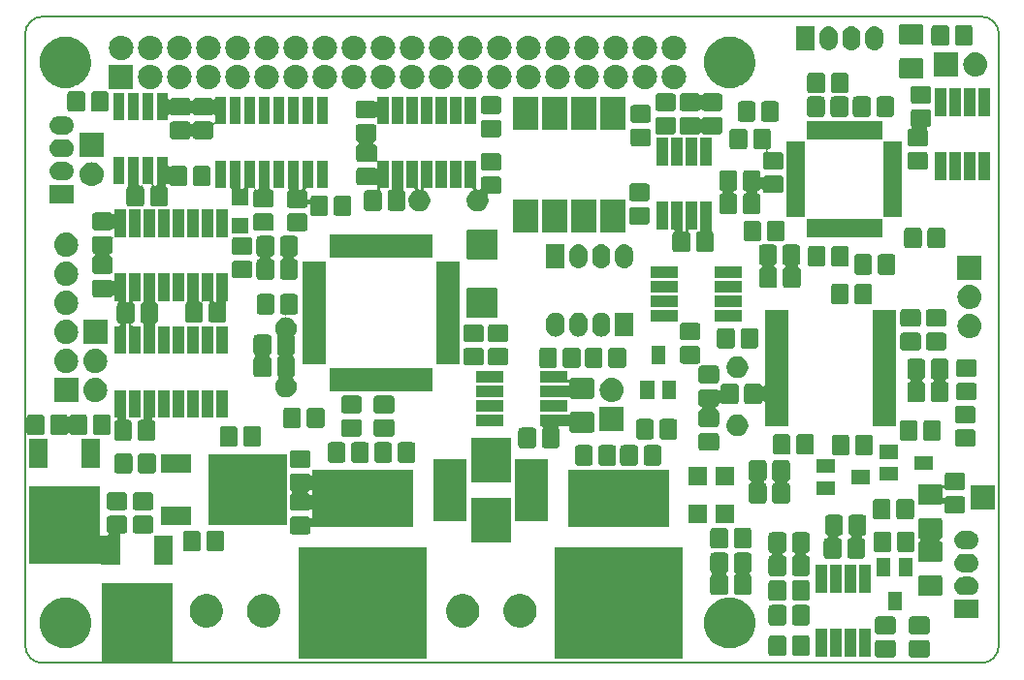
<source format=gts>
G04 #@! TF.GenerationSoftware,KiCad,Pcbnew,5.1.2-f72e74a~84~ubuntu18.04.1*
G04 #@! TF.CreationDate,2019-06-19T19:43:24+02:00*
G04 #@! TF.ProjectId,AIOR,41494f52-2e6b-4696-9361-645f70636258,V1.1*
G04 #@! TF.SameCoordinates,Original*
G04 #@! TF.FileFunction,Soldermask,Top*
G04 #@! TF.FilePolarity,Negative*
%FSLAX46Y46*%
G04 Gerber Fmt 4.6, Leading zero omitted, Abs format (unit mm)*
G04 Created by KiCad (PCBNEW 5.1.2-f72e74a~84~ubuntu18.04.1) date 2019-06-19 19:43:24*
%MOMM*%
%LPD*%
G04 APERTURE LIST*
%ADD10C,0.150000*%
%ADD11C,0.100000*%
G04 APERTURE END LIST*
D10*
X129500000Y-71500000D02*
X211500000Y-71500000D01*
X128000000Y-126500000D02*
X128000000Y-73000000D01*
X211500000Y-128000000D02*
X129500000Y-128000000D01*
X213000000Y-73000000D02*
X213000000Y-126500000D01*
X129500000Y-71500000D02*
G75*
G03X128000000Y-73000000I0J-1500000D01*
G01*
X128000000Y-126500000D02*
G75*
G03X129500000Y-128000000I1500000J0D01*
G01*
X211500000Y-128000000D02*
G75*
G03X213000000Y-126500000I0J1500000D01*
G01*
X213000000Y-73000000D02*
G75*
G03X211500000Y-71500000I-1500000J0D01*
G01*
D11*
G36*
X140895000Y-127851800D02*
G01*
X134695000Y-127851800D01*
X134695000Y-121051800D01*
X140895000Y-121051800D01*
X140895000Y-127851800D01*
X140895000Y-127851800D01*
G37*
G36*
X185432000Y-127655000D02*
G01*
X174232000Y-127655000D01*
X174232000Y-117855000D01*
X185432000Y-117855000D01*
X185432000Y-127655000D01*
X185432000Y-127655000D01*
G37*
G36*
X163080000Y-127655000D02*
G01*
X151880000Y-127655000D01*
X151880000Y-117855000D01*
X163080000Y-117855000D01*
X163080000Y-127655000D01*
X163080000Y-127655000D01*
G37*
G36*
X203783929Y-125985710D02*
G01*
X203833778Y-126000831D01*
X203879710Y-126025382D01*
X203919974Y-126058426D01*
X203953018Y-126098690D01*
X203977569Y-126144622D01*
X203992690Y-126194471D01*
X203998400Y-126252444D01*
X203998400Y-127257556D01*
X203992690Y-127315529D01*
X203977569Y-127365378D01*
X203953018Y-127411310D01*
X203919974Y-127451574D01*
X203879710Y-127484618D01*
X203833778Y-127509169D01*
X203783929Y-127524290D01*
X203725956Y-127530000D01*
X202470844Y-127530000D01*
X202412871Y-127524290D01*
X202363022Y-127509169D01*
X202317090Y-127484618D01*
X202276826Y-127451574D01*
X202243782Y-127411310D01*
X202219231Y-127365378D01*
X202204110Y-127315529D01*
X202198400Y-127257556D01*
X202198400Y-126252444D01*
X202204110Y-126194471D01*
X202219231Y-126144622D01*
X202243782Y-126098690D01*
X202276826Y-126058426D01*
X202317090Y-126025382D01*
X202363022Y-126000831D01*
X202412871Y-125985710D01*
X202470844Y-125980000D01*
X203725956Y-125980000D01*
X203783929Y-125985710D01*
X203783929Y-125985710D01*
G37*
G36*
X206743029Y-125985710D02*
G01*
X206792878Y-126000831D01*
X206838810Y-126025382D01*
X206879074Y-126058426D01*
X206912118Y-126098690D01*
X206936669Y-126144622D01*
X206951790Y-126194471D01*
X206957500Y-126252444D01*
X206957500Y-127257556D01*
X206951790Y-127315529D01*
X206936669Y-127365378D01*
X206912118Y-127411310D01*
X206879074Y-127451574D01*
X206838810Y-127484618D01*
X206792878Y-127509169D01*
X206743029Y-127524290D01*
X206685056Y-127530000D01*
X205429944Y-127530000D01*
X205371971Y-127524290D01*
X205322122Y-127509169D01*
X205276190Y-127484618D01*
X205235926Y-127451574D01*
X205202882Y-127411310D01*
X205178331Y-127365378D01*
X205163210Y-127315529D01*
X205157500Y-127257556D01*
X205157500Y-126252444D01*
X205163210Y-126194471D01*
X205178331Y-126144622D01*
X205202882Y-126098690D01*
X205235926Y-126058426D01*
X205276190Y-126025382D01*
X205322122Y-126000831D01*
X205371971Y-125985710D01*
X205429944Y-125980000D01*
X206685056Y-125980000D01*
X206743029Y-125985710D01*
X206743029Y-125985710D01*
G37*
G36*
X197984720Y-127437490D02*
G01*
X196985280Y-127437490D01*
X196985280Y-125038510D01*
X197984720Y-125038510D01*
X197984720Y-127437490D01*
X197984720Y-127437490D01*
G37*
G36*
X201794720Y-127437490D02*
G01*
X200795280Y-127437490D01*
X200795280Y-125038510D01*
X201794720Y-125038510D01*
X201794720Y-127437490D01*
X201794720Y-127437490D01*
G37*
G36*
X199254720Y-127437490D02*
G01*
X198255280Y-127437490D01*
X198255280Y-125038510D01*
X199254720Y-125038510D01*
X199254720Y-127437490D01*
X199254720Y-127437490D01*
G37*
G36*
X200524720Y-127437490D02*
G01*
X199525280Y-127437490D01*
X199525280Y-125038510D01*
X200524720Y-125038510D01*
X200524720Y-127437490D01*
X200524720Y-127437490D01*
G37*
G36*
X194226529Y-125597710D02*
G01*
X194276378Y-125612831D01*
X194322310Y-125637382D01*
X194362574Y-125670426D01*
X194395618Y-125710690D01*
X194420169Y-125756622D01*
X194435290Y-125806471D01*
X194441000Y-125864444D01*
X194441000Y-127119556D01*
X194435290Y-127177529D01*
X194420169Y-127227378D01*
X194395618Y-127273310D01*
X194362574Y-127313574D01*
X194322310Y-127346618D01*
X194276378Y-127371169D01*
X194226529Y-127386290D01*
X194168556Y-127392000D01*
X193163444Y-127392000D01*
X193105471Y-127386290D01*
X193055622Y-127371169D01*
X193009690Y-127346618D01*
X192969426Y-127313574D01*
X192936382Y-127273310D01*
X192911831Y-127227378D01*
X192896710Y-127177529D01*
X192891000Y-127119556D01*
X192891000Y-125864444D01*
X192896710Y-125806471D01*
X192911831Y-125756622D01*
X192936382Y-125710690D01*
X192969426Y-125670426D01*
X193009690Y-125637382D01*
X193055622Y-125612831D01*
X193105471Y-125597710D01*
X193163444Y-125592000D01*
X194168556Y-125592000D01*
X194226529Y-125597710D01*
X194226529Y-125597710D01*
G37*
G36*
X196276529Y-125597710D02*
G01*
X196326378Y-125612831D01*
X196372310Y-125637382D01*
X196412574Y-125670426D01*
X196445618Y-125710690D01*
X196470169Y-125756622D01*
X196485290Y-125806471D01*
X196491000Y-125864444D01*
X196491000Y-127119556D01*
X196485290Y-127177529D01*
X196470169Y-127227378D01*
X196445618Y-127273310D01*
X196412574Y-127313574D01*
X196372310Y-127346618D01*
X196326378Y-127371169D01*
X196276529Y-127386290D01*
X196218556Y-127392000D01*
X195213444Y-127392000D01*
X195155471Y-127386290D01*
X195105622Y-127371169D01*
X195059690Y-127346618D01*
X195019426Y-127313574D01*
X194986382Y-127273310D01*
X194961831Y-127227378D01*
X194946710Y-127177529D01*
X194941000Y-127119556D01*
X194941000Y-125864444D01*
X194946710Y-125806471D01*
X194961831Y-125756622D01*
X194986382Y-125710690D01*
X195019426Y-125670426D01*
X195059690Y-125637382D01*
X195105622Y-125612831D01*
X195155471Y-125597710D01*
X195213444Y-125592000D01*
X196218556Y-125592000D01*
X196276529Y-125597710D01*
X196276529Y-125597710D01*
G37*
G36*
X131854471Y-122294781D02*
G01*
X132151050Y-122353774D01*
X132436087Y-122471840D01*
X132553848Y-122520618D01*
X132557249Y-122522027D01*
X132922817Y-122766292D01*
X133233708Y-123077183D01*
X133477973Y-123442751D01*
X133646226Y-123848950D01*
X133732000Y-124280167D01*
X133732000Y-124719833D01*
X133646226Y-125151050D01*
X133477973Y-125557249D01*
X133233708Y-125922817D01*
X132922817Y-126233708D01*
X132557249Y-126477973D01*
X132151050Y-126646226D01*
X131935441Y-126689113D01*
X131719834Y-126732000D01*
X131280166Y-126732000D01*
X131064559Y-126689113D01*
X130848950Y-126646226D01*
X130442751Y-126477973D01*
X130077183Y-126233708D01*
X129766292Y-125922817D01*
X129522027Y-125557249D01*
X129353774Y-125151050D01*
X129268000Y-124719833D01*
X129268000Y-124280167D01*
X129353774Y-123848950D01*
X129522027Y-123442751D01*
X129766292Y-123077183D01*
X130077183Y-122766292D01*
X130442751Y-122522027D01*
X130446153Y-122520618D01*
X130563913Y-122471840D01*
X130848950Y-122353774D01*
X131145529Y-122294781D01*
X131280166Y-122268000D01*
X131719834Y-122268000D01*
X131854471Y-122294781D01*
X131854471Y-122294781D01*
G37*
G36*
X189181693Y-122240991D02*
G01*
X189202067Y-122254605D01*
X189224706Y-122263982D01*
X189248739Y-122268763D01*
X189267856Y-122267824D01*
X189267856Y-122268000D01*
X189719834Y-122268000D01*
X189854471Y-122294781D01*
X190151050Y-122353774D01*
X190436087Y-122471840D01*
X190553848Y-122520618D01*
X190557249Y-122522027D01*
X190922817Y-122766292D01*
X191233708Y-123077183D01*
X191477973Y-123442751D01*
X191646226Y-123848950D01*
X191732000Y-124280167D01*
X191732000Y-124719833D01*
X191646226Y-125151050D01*
X191477973Y-125557249D01*
X191233708Y-125922817D01*
X190922817Y-126233708D01*
X190557249Y-126477973D01*
X190151050Y-126646226D01*
X189935441Y-126689113D01*
X189719834Y-126732000D01*
X189280166Y-126732000D01*
X189064559Y-126689113D01*
X188848950Y-126646226D01*
X188442751Y-126477973D01*
X188077183Y-126233708D01*
X187766292Y-125922817D01*
X187522027Y-125557249D01*
X187353774Y-125151050D01*
X187268000Y-124719833D01*
X187268000Y-124280167D01*
X187353774Y-123848950D01*
X187522027Y-123442751D01*
X187766292Y-123077183D01*
X188077183Y-122766292D01*
X188442751Y-122522027D01*
X188446153Y-122520618D01*
X188563913Y-122471840D01*
X188848950Y-122353774D01*
X189091157Y-122305596D01*
X189114607Y-122298483D01*
X189136218Y-122286932D01*
X189155160Y-122271387D01*
X189170705Y-122252445D01*
X189178522Y-122237820D01*
X189181693Y-122240991D01*
X189181693Y-122240991D01*
G37*
G36*
X206743029Y-123935710D02*
G01*
X206792878Y-123950831D01*
X206838810Y-123975382D01*
X206879074Y-124008426D01*
X206912118Y-124048690D01*
X206936669Y-124094622D01*
X206951790Y-124144471D01*
X206957500Y-124202444D01*
X206957500Y-125207556D01*
X206951790Y-125265529D01*
X206936669Y-125315378D01*
X206912118Y-125361310D01*
X206879074Y-125401574D01*
X206838810Y-125434618D01*
X206792878Y-125459169D01*
X206743029Y-125474290D01*
X206685056Y-125480000D01*
X205429944Y-125480000D01*
X205371971Y-125474290D01*
X205322122Y-125459169D01*
X205276190Y-125434618D01*
X205235926Y-125401574D01*
X205202882Y-125361310D01*
X205178331Y-125315378D01*
X205163210Y-125265529D01*
X205157500Y-125207556D01*
X205157500Y-124202444D01*
X205163210Y-124144471D01*
X205178331Y-124094622D01*
X205202882Y-124048690D01*
X205235926Y-124008426D01*
X205276190Y-123975382D01*
X205322122Y-123950831D01*
X205371971Y-123935710D01*
X205429944Y-123930000D01*
X206685056Y-123930000D01*
X206743029Y-123935710D01*
X206743029Y-123935710D01*
G37*
G36*
X203783929Y-123935710D02*
G01*
X203833778Y-123950831D01*
X203879710Y-123975382D01*
X203919974Y-124008426D01*
X203953018Y-124048690D01*
X203977569Y-124094622D01*
X203992690Y-124144471D01*
X203998400Y-124202444D01*
X203998400Y-125207556D01*
X203992690Y-125265529D01*
X203977569Y-125315378D01*
X203953018Y-125361310D01*
X203919974Y-125401574D01*
X203879710Y-125434618D01*
X203833778Y-125459169D01*
X203783929Y-125474290D01*
X203725956Y-125480000D01*
X202470844Y-125480000D01*
X202412871Y-125474290D01*
X202363022Y-125459169D01*
X202317090Y-125434618D01*
X202276826Y-125401574D01*
X202243782Y-125361310D01*
X202219231Y-125315378D01*
X202204110Y-125265529D01*
X202198400Y-125207556D01*
X202198400Y-124202444D01*
X202204110Y-124144471D01*
X202219231Y-124094622D01*
X202243782Y-124048690D01*
X202276826Y-124008426D01*
X202317090Y-123975382D01*
X202363022Y-123950831D01*
X202412871Y-123935710D01*
X202470844Y-123930000D01*
X203725956Y-123930000D01*
X203783929Y-123935710D01*
X203783929Y-123935710D01*
G37*
G36*
X144226948Y-122049722D02*
G01*
X144490831Y-122159026D01*
X144490833Y-122159027D01*
X144728321Y-122317711D01*
X144930289Y-122519679D01*
X145088973Y-122757167D01*
X145088974Y-122757169D01*
X145198278Y-123021052D01*
X145254000Y-123301186D01*
X145254000Y-123586814D01*
X145198278Y-123866948D01*
X145131281Y-124028692D01*
X145088973Y-124130833D01*
X144930289Y-124368321D01*
X144728321Y-124570289D01*
X144490833Y-124728973D01*
X144490832Y-124728974D01*
X144490831Y-124728974D01*
X144226948Y-124838278D01*
X143946814Y-124894000D01*
X143661186Y-124894000D01*
X143381052Y-124838278D01*
X143117169Y-124728974D01*
X143117168Y-124728974D01*
X143117167Y-124728973D01*
X142879679Y-124570289D01*
X142677711Y-124368321D01*
X142519027Y-124130833D01*
X142476719Y-124028692D01*
X142409722Y-123866948D01*
X142354000Y-123586814D01*
X142354000Y-123301186D01*
X142409722Y-123021052D01*
X142519026Y-122757169D01*
X142519027Y-122757167D01*
X142677711Y-122519679D01*
X142879679Y-122317711D01*
X143117167Y-122159027D01*
X143117169Y-122159026D01*
X143381052Y-122049722D01*
X143661186Y-121994000D01*
X143946814Y-121994000D01*
X144226948Y-122049722D01*
X144226948Y-122049722D01*
G37*
G36*
X166618948Y-122049722D02*
G01*
X166882831Y-122159026D01*
X166882833Y-122159027D01*
X167120321Y-122317711D01*
X167322289Y-122519679D01*
X167480973Y-122757167D01*
X167480974Y-122757169D01*
X167590278Y-123021052D01*
X167646000Y-123301186D01*
X167646000Y-123586814D01*
X167590278Y-123866948D01*
X167523281Y-124028692D01*
X167480973Y-124130833D01*
X167322289Y-124368321D01*
X167120321Y-124570289D01*
X166882833Y-124728973D01*
X166882832Y-124728974D01*
X166882831Y-124728974D01*
X166618948Y-124838278D01*
X166338814Y-124894000D01*
X166053186Y-124894000D01*
X165773052Y-124838278D01*
X165509169Y-124728974D01*
X165509168Y-124728974D01*
X165509167Y-124728973D01*
X165271679Y-124570289D01*
X165069711Y-124368321D01*
X164911027Y-124130833D01*
X164868719Y-124028692D01*
X164801722Y-123866948D01*
X164746000Y-123586814D01*
X164746000Y-123301186D01*
X164801722Y-123021052D01*
X164911026Y-122757169D01*
X164911027Y-122757167D01*
X165069711Y-122519679D01*
X165271679Y-122317711D01*
X165509167Y-122159027D01*
X165509169Y-122159026D01*
X165773052Y-122049722D01*
X166053186Y-121994000D01*
X166338814Y-121994000D01*
X166618948Y-122049722D01*
X166618948Y-122049722D01*
G37*
G36*
X171618948Y-122049722D02*
G01*
X171882831Y-122159026D01*
X171882833Y-122159027D01*
X172120321Y-122317711D01*
X172322289Y-122519679D01*
X172480973Y-122757167D01*
X172480974Y-122757169D01*
X172590278Y-123021052D01*
X172646000Y-123301186D01*
X172646000Y-123586814D01*
X172590278Y-123866948D01*
X172523281Y-124028692D01*
X172480973Y-124130833D01*
X172322289Y-124368321D01*
X172120321Y-124570289D01*
X171882833Y-124728973D01*
X171882832Y-124728974D01*
X171882831Y-124728974D01*
X171618948Y-124838278D01*
X171338814Y-124894000D01*
X171053186Y-124894000D01*
X170773052Y-124838278D01*
X170509169Y-124728974D01*
X170509168Y-124728974D01*
X170509167Y-124728973D01*
X170271679Y-124570289D01*
X170069711Y-124368321D01*
X169911027Y-124130833D01*
X169868719Y-124028692D01*
X169801722Y-123866948D01*
X169746000Y-123586814D01*
X169746000Y-123301186D01*
X169801722Y-123021052D01*
X169911026Y-122757169D01*
X169911027Y-122757167D01*
X170069711Y-122519679D01*
X170271679Y-122317711D01*
X170509167Y-122159027D01*
X170509169Y-122159026D01*
X170773052Y-122049722D01*
X171053186Y-121994000D01*
X171338814Y-121994000D01*
X171618948Y-122049722D01*
X171618948Y-122049722D01*
G37*
G36*
X149226948Y-122049722D02*
G01*
X149490831Y-122159026D01*
X149490833Y-122159027D01*
X149728321Y-122317711D01*
X149930289Y-122519679D01*
X150088973Y-122757167D01*
X150088974Y-122757169D01*
X150198278Y-123021052D01*
X150254000Y-123301186D01*
X150254000Y-123586814D01*
X150198278Y-123866948D01*
X150131281Y-124028692D01*
X150088973Y-124130833D01*
X149930289Y-124368321D01*
X149728321Y-124570289D01*
X149490833Y-124728973D01*
X149490832Y-124728974D01*
X149490831Y-124728974D01*
X149226948Y-124838278D01*
X148946814Y-124894000D01*
X148661186Y-124894000D01*
X148381052Y-124838278D01*
X148117169Y-124728974D01*
X148117168Y-124728974D01*
X148117167Y-124728973D01*
X147879679Y-124570289D01*
X147677711Y-124368321D01*
X147519027Y-124130833D01*
X147476719Y-124028692D01*
X147409722Y-123866948D01*
X147354000Y-123586814D01*
X147354000Y-123301186D01*
X147409722Y-123021052D01*
X147519026Y-122757169D01*
X147519027Y-122757167D01*
X147677711Y-122519679D01*
X147879679Y-122317711D01*
X148117167Y-122159027D01*
X148117169Y-122159026D01*
X148381052Y-122049722D01*
X148661186Y-121994000D01*
X148946814Y-121994000D01*
X149226948Y-122049722D01*
X149226948Y-122049722D01*
G37*
G36*
X194226529Y-122930710D02*
G01*
X194276378Y-122945831D01*
X194322310Y-122970382D01*
X194362574Y-123003426D01*
X194395618Y-123043690D01*
X194420169Y-123089622D01*
X194435290Y-123139471D01*
X194441000Y-123197444D01*
X194441000Y-124452556D01*
X194435290Y-124510529D01*
X194420169Y-124560378D01*
X194395618Y-124606310D01*
X194362574Y-124646574D01*
X194322310Y-124679618D01*
X194276378Y-124704169D01*
X194226529Y-124719290D01*
X194168556Y-124725000D01*
X193163444Y-124725000D01*
X193105471Y-124719290D01*
X193055622Y-124704169D01*
X193009690Y-124679618D01*
X192969426Y-124646574D01*
X192936382Y-124606310D01*
X192911831Y-124560378D01*
X192896710Y-124510529D01*
X192891000Y-124452556D01*
X192891000Y-123197444D01*
X192896710Y-123139471D01*
X192911831Y-123089622D01*
X192936382Y-123043690D01*
X192969426Y-123003426D01*
X193009690Y-122970382D01*
X193055622Y-122945831D01*
X193105471Y-122930710D01*
X193163444Y-122925000D01*
X194168556Y-122925000D01*
X194226529Y-122930710D01*
X194226529Y-122930710D01*
G37*
G36*
X196276529Y-122930710D02*
G01*
X196326378Y-122945831D01*
X196372310Y-122970382D01*
X196412574Y-123003426D01*
X196445618Y-123043690D01*
X196470169Y-123089622D01*
X196485290Y-123139471D01*
X196491000Y-123197444D01*
X196491000Y-124452556D01*
X196485290Y-124510529D01*
X196470169Y-124560378D01*
X196445618Y-124606310D01*
X196412574Y-124646574D01*
X196372310Y-124679618D01*
X196326378Y-124704169D01*
X196276529Y-124719290D01*
X196218556Y-124725000D01*
X195213444Y-124725000D01*
X195155471Y-124719290D01*
X195105622Y-124704169D01*
X195059690Y-124679618D01*
X195019426Y-124646574D01*
X194986382Y-124606310D01*
X194961831Y-124560378D01*
X194946710Y-124510529D01*
X194941000Y-124452556D01*
X194941000Y-123197444D01*
X194946710Y-123139471D01*
X194961831Y-123089622D01*
X194986382Y-123043690D01*
X195019426Y-123003426D01*
X195059690Y-122970382D01*
X195105622Y-122945831D01*
X195155471Y-122930710D01*
X195213444Y-122925000D01*
X196218556Y-122925000D01*
X196276529Y-122930710D01*
X196276529Y-122930710D01*
G37*
G36*
X211234630Y-124070720D02*
G01*
X209135370Y-124070720D01*
X209135370Y-122471840D01*
X211234630Y-122471840D01*
X211234630Y-124070720D01*
X211234630Y-124070720D01*
G37*
G36*
X204511200Y-123407200D02*
G01*
X203311200Y-123407200D01*
X203311200Y-121807200D01*
X204511200Y-121807200D01*
X204511200Y-123407200D01*
X204511200Y-123407200D01*
G37*
G36*
X194226529Y-120771710D02*
G01*
X194276378Y-120786831D01*
X194322310Y-120811382D01*
X194362574Y-120844426D01*
X194395618Y-120884690D01*
X194420169Y-120930622D01*
X194435290Y-120980471D01*
X194441000Y-121038444D01*
X194441000Y-122293556D01*
X194435290Y-122351529D01*
X194420169Y-122401378D01*
X194395618Y-122447310D01*
X194362574Y-122487574D01*
X194322310Y-122520618D01*
X194276378Y-122545169D01*
X194226529Y-122560290D01*
X194168556Y-122566000D01*
X193163444Y-122566000D01*
X193105471Y-122560290D01*
X193055622Y-122545169D01*
X193009690Y-122520618D01*
X192969426Y-122487574D01*
X192936382Y-122447310D01*
X192911831Y-122401378D01*
X192896710Y-122351529D01*
X192891000Y-122293556D01*
X192891000Y-121038444D01*
X192896710Y-120980471D01*
X192911831Y-120930622D01*
X192936382Y-120884690D01*
X192969426Y-120844426D01*
X193009690Y-120811382D01*
X193055622Y-120786831D01*
X193105471Y-120771710D01*
X193163444Y-120766000D01*
X194168556Y-120766000D01*
X194226529Y-120771710D01*
X194226529Y-120771710D01*
G37*
G36*
X196276529Y-120771710D02*
G01*
X196326378Y-120786831D01*
X196372310Y-120811382D01*
X196412574Y-120844426D01*
X196445618Y-120884690D01*
X196470169Y-120930622D01*
X196485290Y-120980471D01*
X196491000Y-121038444D01*
X196491000Y-122293556D01*
X196485290Y-122351529D01*
X196470169Y-122401378D01*
X196445618Y-122447310D01*
X196412574Y-122487574D01*
X196372310Y-122520618D01*
X196326378Y-122545169D01*
X196276529Y-122560290D01*
X196218556Y-122566000D01*
X195213444Y-122566000D01*
X195155471Y-122560290D01*
X195105622Y-122545169D01*
X195059690Y-122520618D01*
X195019426Y-122487574D01*
X194986382Y-122447310D01*
X194961831Y-122401378D01*
X194946710Y-122351529D01*
X194941000Y-122293556D01*
X194941000Y-121038444D01*
X194946710Y-120980471D01*
X194961831Y-120930622D01*
X194986382Y-120884690D01*
X195019426Y-120844426D01*
X195059690Y-120811382D01*
X195105622Y-120786831D01*
X195155471Y-120771710D01*
X195213444Y-120766000D01*
X196218556Y-120766000D01*
X196276529Y-120771710D01*
X196276529Y-120771710D01*
G37*
G36*
X207892481Y-120341186D02*
G01*
X207937205Y-120354754D01*
X207978430Y-120376789D01*
X208014561Y-120406439D01*
X208044211Y-120442570D01*
X208066246Y-120483795D01*
X208079814Y-120528519D01*
X208085000Y-120581176D01*
X208085000Y-121915824D01*
X208079814Y-121968481D01*
X208066246Y-122013205D01*
X208044211Y-122054430D01*
X208014561Y-122090561D01*
X207978430Y-122120211D01*
X207937205Y-122142246D01*
X207892481Y-122155814D01*
X207839824Y-122161000D01*
X206180176Y-122161000D01*
X206127519Y-122155814D01*
X206082795Y-122142246D01*
X206041570Y-122120211D01*
X206005439Y-122090561D01*
X205975789Y-122054430D01*
X205953754Y-122013205D01*
X205940186Y-121968481D01*
X205935000Y-121915824D01*
X205935000Y-120581176D01*
X205940186Y-120528519D01*
X205953754Y-120483795D01*
X205975789Y-120442570D01*
X206005439Y-120406439D01*
X206041570Y-120376789D01*
X206082795Y-120354754D01*
X206127519Y-120341186D01*
X206180176Y-120336000D01*
X207839824Y-120336000D01*
X207892481Y-120341186D01*
X207892481Y-120341186D01*
G37*
G36*
X189146529Y-118358710D02*
G01*
X189196378Y-118373831D01*
X189242310Y-118398382D01*
X189282574Y-118431426D01*
X189315618Y-118471690D01*
X189340169Y-118517622D01*
X189355290Y-118567471D01*
X189361000Y-118625444D01*
X189361000Y-119880556D01*
X189355290Y-119938529D01*
X189340169Y-119988378D01*
X189315618Y-120034310D01*
X189282574Y-120074574D01*
X189240778Y-120108875D01*
X189223451Y-120126202D01*
X189209837Y-120146576D01*
X189200460Y-120169215D01*
X189195680Y-120193248D01*
X189195680Y-120217753D01*
X189200461Y-120241786D01*
X189209838Y-120264425D01*
X189223452Y-120284799D01*
X189240778Y-120302125D01*
X189282574Y-120336426D01*
X189315618Y-120376690D01*
X189340169Y-120422622D01*
X189355290Y-120472471D01*
X189361000Y-120530444D01*
X189361000Y-121785556D01*
X189355290Y-121843529D01*
X189340169Y-121893378D01*
X189315618Y-121939310D01*
X189282574Y-121979574D01*
X189242311Y-122012616D01*
X189202069Y-122034126D01*
X189181694Y-122047740D01*
X189164367Y-122065067D01*
X189150753Y-122085441D01*
X189149036Y-122089586D01*
X189136218Y-122079066D01*
X189114607Y-122067515D01*
X189091158Y-122060402D01*
X189066772Y-122058000D01*
X188083444Y-122058000D01*
X188025471Y-122052290D01*
X187975622Y-122037169D01*
X187929690Y-122012618D01*
X187889426Y-121979574D01*
X187856382Y-121939310D01*
X187831831Y-121893378D01*
X187816710Y-121843529D01*
X187811000Y-121785556D01*
X187811000Y-120530444D01*
X187816710Y-120472471D01*
X187831831Y-120422622D01*
X187856382Y-120376690D01*
X187889426Y-120336426D01*
X187931222Y-120302125D01*
X187948549Y-120284798D01*
X187962163Y-120264424D01*
X187971540Y-120241785D01*
X187976320Y-120217752D01*
X187976320Y-120193247D01*
X187971539Y-120169214D01*
X187962162Y-120146575D01*
X187948548Y-120126201D01*
X187931222Y-120108875D01*
X187889426Y-120074574D01*
X187856382Y-120034310D01*
X187831831Y-119988378D01*
X187816710Y-119938529D01*
X187811000Y-119880556D01*
X187811000Y-118625444D01*
X187816710Y-118567471D01*
X187831831Y-118517622D01*
X187856382Y-118471690D01*
X187889426Y-118431426D01*
X187929690Y-118398382D01*
X187975622Y-118373831D01*
X188025471Y-118358710D01*
X188083444Y-118353000D01*
X189088556Y-118353000D01*
X189146529Y-118358710D01*
X189146529Y-118358710D01*
G37*
G36*
X210591908Y-120481887D02*
G01*
X210742603Y-120527600D01*
X210881484Y-120601834D01*
X211003215Y-120701735D01*
X211103116Y-120823466D01*
X211177350Y-120962347D01*
X211223063Y-121113042D01*
X211238498Y-121269760D01*
X211223063Y-121426478D01*
X211177350Y-121577173D01*
X211103116Y-121716054D01*
X211003215Y-121837785D01*
X210881484Y-121937686D01*
X210742603Y-122011920D01*
X210591908Y-122057633D01*
X210474463Y-122069200D01*
X209895537Y-122069200D01*
X209778092Y-122057633D01*
X209627397Y-122011920D01*
X209488516Y-121937686D01*
X209366785Y-121837785D01*
X209266884Y-121716054D01*
X209192650Y-121577173D01*
X209146937Y-121426478D01*
X209131502Y-121269760D01*
X209146937Y-121113042D01*
X209192650Y-120962347D01*
X209266884Y-120823466D01*
X209366785Y-120701735D01*
X209488516Y-120601834D01*
X209627397Y-120527600D01*
X209778092Y-120481887D01*
X209895537Y-120470320D01*
X210474463Y-120470320D01*
X210591908Y-120481887D01*
X210591908Y-120481887D01*
G37*
G36*
X191196529Y-118358710D02*
G01*
X191246378Y-118373831D01*
X191292310Y-118398382D01*
X191332574Y-118431426D01*
X191365618Y-118471690D01*
X191390169Y-118517622D01*
X191405290Y-118567471D01*
X191411000Y-118625444D01*
X191411000Y-119880556D01*
X191405290Y-119938529D01*
X191390169Y-119988378D01*
X191365618Y-120034310D01*
X191332574Y-120074574D01*
X191290778Y-120108875D01*
X191273451Y-120126202D01*
X191259837Y-120146576D01*
X191250460Y-120169215D01*
X191245680Y-120193248D01*
X191245680Y-120217753D01*
X191250461Y-120241786D01*
X191259838Y-120264425D01*
X191273452Y-120284799D01*
X191290778Y-120302125D01*
X191332574Y-120336426D01*
X191365618Y-120376690D01*
X191390169Y-120422622D01*
X191405290Y-120472471D01*
X191411000Y-120530444D01*
X191411000Y-121785556D01*
X191405290Y-121843529D01*
X191390169Y-121893378D01*
X191365618Y-121939310D01*
X191332574Y-121979574D01*
X191292310Y-122012618D01*
X191246378Y-122037169D01*
X191196529Y-122052290D01*
X191138556Y-122058000D01*
X190133444Y-122058000D01*
X190075471Y-122052290D01*
X190025622Y-122037169D01*
X189979690Y-122012618D01*
X189939426Y-121979574D01*
X189906382Y-121939310D01*
X189881831Y-121893378D01*
X189866710Y-121843529D01*
X189861000Y-121785556D01*
X189861000Y-120530444D01*
X189866710Y-120472471D01*
X189881831Y-120422622D01*
X189906382Y-120376690D01*
X189939426Y-120336426D01*
X189981222Y-120302125D01*
X189998549Y-120284798D01*
X190012163Y-120264424D01*
X190021540Y-120241785D01*
X190026320Y-120217752D01*
X190026320Y-120193247D01*
X190021539Y-120169214D01*
X190012162Y-120146575D01*
X189998548Y-120126201D01*
X189981222Y-120108875D01*
X189939426Y-120074574D01*
X189906382Y-120034310D01*
X189881831Y-119988378D01*
X189866710Y-119938529D01*
X189861000Y-119880556D01*
X189861000Y-118625444D01*
X189866710Y-118567471D01*
X189881831Y-118517622D01*
X189906382Y-118471690D01*
X189939426Y-118431426D01*
X189979690Y-118398382D01*
X190025622Y-118373831D01*
X190075471Y-118358710D01*
X190133444Y-118353000D01*
X191138556Y-118353000D01*
X191196529Y-118358710D01*
X191196529Y-118358710D01*
G37*
G36*
X197984720Y-121849490D02*
G01*
X196985280Y-121849490D01*
X196985280Y-119450510D01*
X197984720Y-119450510D01*
X197984720Y-121849490D01*
X197984720Y-121849490D01*
G37*
G36*
X199254720Y-121849490D02*
G01*
X198255280Y-121849490D01*
X198255280Y-119450510D01*
X199254720Y-119450510D01*
X199254720Y-121849490D01*
X199254720Y-121849490D01*
G37*
G36*
X200524720Y-121849490D02*
G01*
X199525280Y-121849490D01*
X199525280Y-119450510D01*
X200524720Y-119450510D01*
X200524720Y-121849490D01*
X200524720Y-121849490D01*
G37*
G36*
X201794720Y-121849490D02*
G01*
X200795280Y-121849490D01*
X200795280Y-119450510D01*
X201794720Y-119450510D01*
X201794720Y-121849490D01*
X201794720Y-121849490D01*
G37*
G36*
X205461200Y-120407200D02*
G01*
X204261200Y-120407200D01*
X204261200Y-118807200D01*
X205461200Y-118807200D01*
X205461200Y-120407200D01*
X205461200Y-120407200D01*
G37*
G36*
X203561200Y-120407200D02*
G01*
X202361200Y-120407200D01*
X202361200Y-118807200D01*
X203561200Y-118807200D01*
X203561200Y-120407200D01*
X203561200Y-120407200D01*
G37*
G36*
X196276529Y-116580710D02*
G01*
X196326378Y-116595831D01*
X196372310Y-116620382D01*
X196412574Y-116653426D01*
X196445618Y-116693690D01*
X196470169Y-116739622D01*
X196485290Y-116789471D01*
X196491000Y-116847444D01*
X196491000Y-118102556D01*
X196485290Y-118160529D01*
X196470169Y-118210378D01*
X196445618Y-118256310D01*
X196412574Y-118296574D01*
X196372310Y-118329618D01*
X196326378Y-118354169D01*
X196269629Y-118371383D01*
X196246991Y-118380760D01*
X196226616Y-118394374D01*
X196209289Y-118411701D01*
X196195675Y-118432075D01*
X196186298Y-118454714D01*
X196181517Y-118478747D01*
X196181517Y-118503251D01*
X196186297Y-118527285D01*
X196195674Y-118549923D01*
X196209288Y-118570298D01*
X196226615Y-118587625D01*
X196246989Y-118601239D01*
X196269629Y-118610617D01*
X196326378Y-118627831D01*
X196372310Y-118652382D01*
X196412574Y-118685426D01*
X196445618Y-118725690D01*
X196470169Y-118771622D01*
X196485290Y-118821471D01*
X196491000Y-118879444D01*
X196491000Y-120134556D01*
X196485290Y-120192529D01*
X196470169Y-120242378D01*
X196445618Y-120288310D01*
X196412574Y-120328574D01*
X196372310Y-120361618D01*
X196326378Y-120386169D01*
X196276529Y-120401290D01*
X196218556Y-120407000D01*
X195213444Y-120407000D01*
X195155471Y-120401290D01*
X195105622Y-120386169D01*
X195059690Y-120361618D01*
X195019426Y-120328574D01*
X194986382Y-120288310D01*
X194961831Y-120242378D01*
X194946710Y-120192529D01*
X194941000Y-120134556D01*
X194941000Y-118879444D01*
X194946710Y-118821471D01*
X194961831Y-118771622D01*
X194986382Y-118725690D01*
X195019426Y-118685426D01*
X195059690Y-118652382D01*
X195105622Y-118627831D01*
X195162371Y-118610617D01*
X195185009Y-118601240D01*
X195205384Y-118587626D01*
X195222711Y-118570299D01*
X195236325Y-118549925D01*
X195245702Y-118527286D01*
X195250483Y-118503253D01*
X195250483Y-118478749D01*
X195245703Y-118454715D01*
X195236326Y-118432077D01*
X195222712Y-118411702D01*
X195205385Y-118394375D01*
X195185011Y-118380761D01*
X195162371Y-118371383D01*
X195105622Y-118354169D01*
X195059690Y-118329618D01*
X195019426Y-118296574D01*
X194986382Y-118256310D01*
X194961831Y-118210378D01*
X194946710Y-118160529D01*
X194941000Y-118102556D01*
X194941000Y-116847444D01*
X194946710Y-116789471D01*
X194961831Y-116739622D01*
X194986382Y-116693690D01*
X195019426Y-116653426D01*
X195059690Y-116620382D01*
X195105622Y-116595831D01*
X195155471Y-116580710D01*
X195213444Y-116575000D01*
X196218556Y-116575000D01*
X196276529Y-116580710D01*
X196276529Y-116580710D01*
G37*
G36*
X194226529Y-116580710D02*
G01*
X194276378Y-116595831D01*
X194322310Y-116620382D01*
X194362574Y-116653426D01*
X194395618Y-116693690D01*
X194420169Y-116739622D01*
X194435290Y-116789471D01*
X194441000Y-116847444D01*
X194441000Y-118102556D01*
X194435290Y-118160529D01*
X194420169Y-118210378D01*
X194395618Y-118256310D01*
X194362574Y-118296574D01*
X194322310Y-118329618D01*
X194276378Y-118354169D01*
X194219629Y-118371383D01*
X194196991Y-118380760D01*
X194176616Y-118394374D01*
X194159289Y-118411701D01*
X194145675Y-118432075D01*
X194136298Y-118454714D01*
X194131517Y-118478747D01*
X194131517Y-118503251D01*
X194136297Y-118527285D01*
X194145674Y-118549923D01*
X194159288Y-118570298D01*
X194176615Y-118587625D01*
X194196989Y-118601239D01*
X194219629Y-118610617D01*
X194276378Y-118627831D01*
X194322310Y-118652382D01*
X194362574Y-118685426D01*
X194395618Y-118725690D01*
X194420169Y-118771622D01*
X194435290Y-118821471D01*
X194441000Y-118879444D01*
X194441000Y-120134556D01*
X194435290Y-120192529D01*
X194420169Y-120242378D01*
X194395618Y-120288310D01*
X194362574Y-120328574D01*
X194322310Y-120361618D01*
X194276378Y-120386169D01*
X194226529Y-120401290D01*
X194168556Y-120407000D01*
X193163444Y-120407000D01*
X193105471Y-120401290D01*
X193055622Y-120386169D01*
X193009690Y-120361618D01*
X192969426Y-120328574D01*
X192936382Y-120288310D01*
X192911831Y-120242378D01*
X192896710Y-120192529D01*
X192891000Y-120134556D01*
X192891000Y-118879444D01*
X192896710Y-118821471D01*
X192911831Y-118771622D01*
X192936382Y-118725690D01*
X192969426Y-118685426D01*
X193009690Y-118652382D01*
X193055622Y-118627831D01*
X193112371Y-118610617D01*
X193135009Y-118601240D01*
X193155384Y-118587626D01*
X193172711Y-118570299D01*
X193186325Y-118549925D01*
X193195702Y-118527286D01*
X193200483Y-118503253D01*
X193200483Y-118478749D01*
X193195703Y-118454715D01*
X193186326Y-118432077D01*
X193172712Y-118411702D01*
X193155385Y-118394375D01*
X193135011Y-118380761D01*
X193112371Y-118371383D01*
X193055622Y-118354169D01*
X193009690Y-118329618D01*
X192969426Y-118296574D01*
X192936382Y-118256310D01*
X192911831Y-118210378D01*
X192896710Y-118160529D01*
X192891000Y-118102556D01*
X192891000Y-116847444D01*
X192896710Y-116789471D01*
X192911831Y-116739622D01*
X192936382Y-116693690D01*
X192969426Y-116653426D01*
X193009690Y-116620382D01*
X193055622Y-116595831D01*
X193105471Y-116580710D01*
X193163444Y-116575000D01*
X194168556Y-116575000D01*
X194226529Y-116580710D01*
X194226529Y-116580710D01*
G37*
G36*
X210591908Y-118480367D02*
G01*
X210742603Y-118526080D01*
X210881484Y-118600314D01*
X211003215Y-118700215D01*
X211103116Y-118821946D01*
X211177350Y-118960827D01*
X211223063Y-119111522D01*
X211238498Y-119268240D01*
X211223063Y-119424958D01*
X211177350Y-119575653D01*
X211103116Y-119714534D01*
X211003215Y-119836265D01*
X210881484Y-119936166D01*
X210742603Y-120010400D01*
X210591908Y-120056113D01*
X210474463Y-120067680D01*
X209895537Y-120067680D01*
X209778092Y-120056113D01*
X209627397Y-120010400D01*
X209488516Y-119936166D01*
X209366785Y-119836265D01*
X209266884Y-119714534D01*
X209192650Y-119575653D01*
X209146937Y-119424958D01*
X209131502Y-119268240D01*
X209146937Y-119111522D01*
X209192650Y-118960827D01*
X209266884Y-118821946D01*
X209366785Y-118700215D01*
X209488516Y-118600314D01*
X209627397Y-118526080D01*
X209778092Y-118480367D01*
X209895537Y-118468800D01*
X210474463Y-118468800D01*
X210591908Y-118480367D01*
X210591908Y-118480367D01*
G37*
G36*
X140875000Y-119451800D02*
G01*
X139275000Y-119451800D01*
X139275000Y-116851800D01*
X140875000Y-116851800D01*
X140875000Y-119451800D01*
X140875000Y-119451800D01*
G37*
G36*
X134494200Y-116726801D02*
G01*
X134496602Y-116751187D01*
X134503715Y-116774636D01*
X134515266Y-116796247D01*
X134530811Y-116815189D01*
X134549753Y-116830734D01*
X134571364Y-116842285D01*
X134594813Y-116849398D01*
X134619199Y-116851800D01*
X135145861Y-116851800D01*
X135170247Y-116849398D01*
X135193696Y-116842285D01*
X135215307Y-116830734D01*
X135234249Y-116815189D01*
X135249794Y-116796247D01*
X135261345Y-116774636D01*
X135268458Y-116751187D01*
X135270860Y-116726801D01*
X135268458Y-116702415D01*
X135261345Y-116678966D01*
X135249794Y-116657355D01*
X135225160Y-116630176D01*
X135195426Y-116605774D01*
X135162382Y-116565510D01*
X135137831Y-116519578D01*
X135122710Y-116469729D01*
X135117000Y-116411756D01*
X135117000Y-115406644D01*
X135122710Y-115348671D01*
X135137831Y-115298822D01*
X135162382Y-115252890D01*
X135195426Y-115212626D01*
X135235690Y-115179582D01*
X135281622Y-115155031D01*
X135331471Y-115139910D01*
X135389444Y-115134200D01*
X136644556Y-115134200D01*
X136702529Y-115139910D01*
X136752378Y-115155031D01*
X136798310Y-115179582D01*
X136838574Y-115212626D01*
X136871618Y-115252890D01*
X136896169Y-115298822D01*
X136911290Y-115348671D01*
X136917000Y-115406644D01*
X136917000Y-116411756D01*
X136911290Y-116469729D01*
X136896169Y-116519578D01*
X136871618Y-116565510D01*
X136838574Y-116605774D01*
X136798310Y-116638818D01*
X136752378Y-116663369D01*
X136702529Y-116678490D01*
X136644556Y-116684200D01*
X136439999Y-116684200D01*
X136415613Y-116686602D01*
X136392164Y-116693715D01*
X136370553Y-116705266D01*
X136351611Y-116720811D01*
X136336066Y-116739753D01*
X136324515Y-116761364D01*
X136317402Y-116784813D01*
X136315000Y-116809199D01*
X136315000Y-119451800D01*
X134707437Y-119451800D01*
X134705485Y-119445364D01*
X134693934Y-119423753D01*
X134678389Y-119404811D01*
X134659447Y-119389266D01*
X134637836Y-119377715D01*
X134614387Y-119370602D01*
X134590001Y-119368200D01*
X128294200Y-119368200D01*
X128294200Y-112568200D01*
X134494200Y-112568200D01*
X134494200Y-116726801D01*
X134494200Y-116726801D01*
G37*
G36*
X207892481Y-115337386D02*
G01*
X207937205Y-115350954D01*
X207978430Y-115372989D01*
X208014561Y-115402639D01*
X208044211Y-115438770D01*
X208066246Y-115479995D01*
X208079814Y-115524719D01*
X208085000Y-115577376D01*
X208085000Y-116912024D01*
X208079814Y-116964681D01*
X208066246Y-117009405D01*
X208044211Y-117050630D01*
X208014561Y-117086761D01*
X207978430Y-117116411D01*
X207937206Y-117138446D01*
X207933784Y-117139484D01*
X207911145Y-117148862D01*
X207890771Y-117162476D01*
X207873444Y-117179803D01*
X207859831Y-117200177D01*
X207850454Y-117222816D01*
X207845674Y-117246850D01*
X207845674Y-117271354D01*
X207850455Y-117295387D01*
X207859833Y-117318026D01*
X207873447Y-117338400D01*
X207890774Y-117355727D01*
X207911148Y-117369340D01*
X207933784Y-117378716D01*
X207937206Y-117379754D01*
X207978430Y-117401789D01*
X208014561Y-117431439D01*
X208044211Y-117467570D01*
X208066246Y-117508795D01*
X208079814Y-117553519D01*
X208085000Y-117606176D01*
X208085000Y-118940824D01*
X208079814Y-118993481D01*
X208066246Y-119038205D01*
X208044211Y-119079430D01*
X208014561Y-119115561D01*
X207978430Y-119145211D01*
X207937205Y-119167246D01*
X207892481Y-119180814D01*
X207839824Y-119186000D01*
X206180176Y-119186000D01*
X206127519Y-119180814D01*
X206082795Y-119167246D01*
X206041570Y-119145211D01*
X206005439Y-119115561D01*
X205975789Y-119079430D01*
X205953754Y-119038205D01*
X205940186Y-118993481D01*
X205935000Y-118940824D01*
X205935000Y-117606176D01*
X205940186Y-117553519D01*
X205953754Y-117508795D01*
X205975789Y-117467570D01*
X206005439Y-117431439D01*
X206041570Y-117401789D01*
X206082794Y-117379754D01*
X206086216Y-117378716D01*
X206108855Y-117369338D01*
X206129229Y-117355724D01*
X206146556Y-117338397D01*
X206160169Y-117318023D01*
X206169546Y-117295384D01*
X206174326Y-117271350D01*
X206174326Y-117246846D01*
X206169545Y-117222813D01*
X206160167Y-117200174D01*
X206146553Y-117179800D01*
X206129226Y-117162473D01*
X206108852Y-117148860D01*
X206086216Y-117139484D01*
X206082794Y-117138446D01*
X206041570Y-117116411D01*
X206005439Y-117086761D01*
X205975789Y-117050630D01*
X205953754Y-117009405D01*
X205940186Y-116964681D01*
X205935000Y-116912024D01*
X205935000Y-115577376D01*
X205940186Y-115524719D01*
X205953754Y-115479995D01*
X205975789Y-115438770D01*
X206005439Y-115402639D01*
X206041570Y-115372989D01*
X206082795Y-115350954D01*
X206127519Y-115337386D01*
X206180176Y-115332200D01*
X207839824Y-115332200D01*
X207892481Y-115337386D01*
X207892481Y-115337386D01*
G37*
G36*
X201229529Y-115056710D02*
G01*
X201279378Y-115071831D01*
X201325310Y-115096382D01*
X201365574Y-115129426D01*
X201398618Y-115169690D01*
X201423169Y-115215622D01*
X201438290Y-115265471D01*
X201444000Y-115323444D01*
X201444000Y-116578556D01*
X201438290Y-116636529D01*
X201423169Y-116686378D01*
X201398618Y-116732310D01*
X201365574Y-116772574D01*
X201325310Y-116805618D01*
X201279378Y-116830169D01*
X201229529Y-116845290D01*
X201171556Y-116851000D01*
X201161580Y-116851000D01*
X201137194Y-116853402D01*
X201113745Y-116860515D01*
X201092134Y-116872066D01*
X201073192Y-116887611D01*
X201057647Y-116906553D01*
X201046096Y-116928164D01*
X201038983Y-116951613D01*
X201036581Y-116975999D01*
X201038983Y-117000385D01*
X201046096Y-117023834D01*
X201057647Y-117045445D01*
X201073192Y-117064387D01*
X201092134Y-117079932D01*
X201113745Y-117091483D01*
X201125296Y-117095616D01*
X201152377Y-117103831D01*
X201198310Y-117128382D01*
X201238574Y-117161426D01*
X201271618Y-117201690D01*
X201296169Y-117247622D01*
X201311290Y-117297471D01*
X201317000Y-117355444D01*
X201317000Y-118610556D01*
X201311290Y-118668529D01*
X201296169Y-118718378D01*
X201271618Y-118764310D01*
X201238574Y-118804574D01*
X201198310Y-118837618D01*
X201152378Y-118862169D01*
X201102529Y-118877290D01*
X201044556Y-118883000D01*
X200039444Y-118883000D01*
X199981471Y-118877290D01*
X199931622Y-118862169D01*
X199885690Y-118837618D01*
X199845426Y-118804574D01*
X199812382Y-118764310D01*
X199787831Y-118718378D01*
X199772710Y-118668529D01*
X199767000Y-118610556D01*
X199767000Y-117355444D01*
X199772710Y-117297471D01*
X199787831Y-117247622D01*
X199812382Y-117201690D01*
X199845426Y-117161426D01*
X199885690Y-117128382D01*
X199931622Y-117103831D01*
X199981471Y-117088710D01*
X200039444Y-117083000D01*
X200049420Y-117083000D01*
X200073806Y-117080598D01*
X200097255Y-117073485D01*
X200118866Y-117061934D01*
X200137808Y-117046389D01*
X200153353Y-117027447D01*
X200164904Y-117005836D01*
X200172017Y-116982387D01*
X200174419Y-116958001D01*
X200172017Y-116933615D01*
X200164904Y-116910166D01*
X200153353Y-116888555D01*
X200137808Y-116869613D01*
X200118866Y-116854068D01*
X200097255Y-116842517D01*
X200085704Y-116838384D01*
X200058623Y-116830169D01*
X200012690Y-116805618D01*
X199972426Y-116772574D01*
X199939382Y-116732310D01*
X199914831Y-116686378D01*
X199899710Y-116636529D01*
X199894000Y-116578556D01*
X199894000Y-115323444D01*
X199899710Y-115265471D01*
X199914831Y-115215622D01*
X199939382Y-115169690D01*
X199972426Y-115129426D01*
X200012690Y-115096382D01*
X200058622Y-115071831D01*
X200108471Y-115056710D01*
X200166444Y-115051000D01*
X201171556Y-115051000D01*
X201229529Y-115056710D01*
X201229529Y-115056710D01*
G37*
G36*
X199179529Y-115056710D02*
G01*
X199229378Y-115071831D01*
X199275310Y-115096382D01*
X199315574Y-115129426D01*
X199348618Y-115169690D01*
X199373169Y-115215622D01*
X199388290Y-115265471D01*
X199394000Y-115323444D01*
X199394000Y-116578556D01*
X199388290Y-116636529D01*
X199373169Y-116686378D01*
X199348618Y-116732310D01*
X199315574Y-116772574D01*
X199275310Y-116805618D01*
X199229378Y-116830169D01*
X199179529Y-116845290D01*
X199121556Y-116851000D01*
X199111580Y-116851000D01*
X199087194Y-116853402D01*
X199063745Y-116860515D01*
X199042134Y-116872066D01*
X199023192Y-116887611D01*
X199007647Y-116906553D01*
X198996096Y-116928164D01*
X198988983Y-116951613D01*
X198986581Y-116975999D01*
X198988983Y-117000385D01*
X198996096Y-117023834D01*
X199007647Y-117045445D01*
X199023192Y-117064387D01*
X199042134Y-117079932D01*
X199063745Y-117091483D01*
X199075296Y-117095616D01*
X199102377Y-117103831D01*
X199148310Y-117128382D01*
X199188574Y-117161426D01*
X199221618Y-117201690D01*
X199246169Y-117247622D01*
X199261290Y-117297471D01*
X199267000Y-117355444D01*
X199267000Y-118610556D01*
X199261290Y-118668529D01*
X199246169Y-118718378D01*
X199221618Y-118764310D01*
X199188574Y-118804574D01*
X199148310Y-118837618D01*
X199102378Y-118862169D01*
X199052529Y-118877290D01*
X198994556Y-118883000D01*
X197989444Y-118883000D01*
X197931471Y-118877290D01*
X197881622Y-118862169D01*
X197835690Y-118837618D01*
X197795426Y-118804574D01*
X197762382Y-118764310D01*
X197737831Y-118718378D01*
X197722710Y-118668529D01*
X197717000Y-118610556D01*
X197717000Y-117355444D01*
X197722710Y-117297471D01*
X197737831Y-117247622D01*
X197762382Y-117201690D01*
X197795426Y-117161426D01*
X197835690Y-117128382D01*
X197881622Y-117103831D01*
X197931471Y-117088710D01*
X197989444Y-117083000D01*
X197999420Y-117083000D01*
X198023806Y-117080598D01*
X198047255Y-117073485D01*
X198068866Y-117061934D01*
X198087808Y-117046389D01*
X198103353Y-117027447D01*
X198114904Y-117005836D01*
X198122017Y-116982387D01*
X198124419Y-116958001D01*
X198122017Y-116933615D01*
X198114904Y-116910166D01*
X198103353Y-116888555D01*
X198087808Y-116869613D01*
X198068866Y-116854068D01*
X198047255Y-116842517D01*
X198035704Y-116838384D01*
X198008623Y-116830169D01*
X197962690Y-116805618D01*
X197922426Y-116772574D01*
X197889382Y-116732310D01*
X197864831Y-116686378D01*
X197849710Y-116636529D01*
X197844000Y-116578556D01*
X197844000Y-115323444D01*
X197849710Y-115265471D01*
X197864831Y-115215622D01*
X197889382Y-115169690D01*
X197922426Y-115129426D01*
X197962690Y-115096382D01*
X198008622Y-115071831D01*
X198058471Y-115056710D01*
X198116444Y-115051000D01*
X199121556Y-115051000D01*
X199179529Y-115056710D01*
X199179529Y-115056710D01*
G37*
G36*
X203395929Y-116504510D02*
G01*
X203445778Y-116519631D01*
X203491710Y-116544182D01*
X203531974Y-116577226D01*
X203565018Y-116617490D01*
X203589569Y-116663422D01*
X203604690Y-116713271D01*
X203610400Y-116771244D01*
X203610400Y-118026356D01*
X203604690Y-118084329D01*
X203589569Y-118134178D01*
X203565018Y-118180110D01*
X203531974Y-118220374D01*
X203491710Y-118253418D01*
X203445778Y-118277969D01*
X203395929Y-118293090D01*
X203337956Y-118298800D01*
X202332844Y-118298800D01*
X202274871Y-118293090D01*
X202225022Y-118277969D01*
X202179090Y-118253418D01*
X202138826Y-118220374D01*
X202105782Y-118180110D01*
X202081231Y-118134178D01*
X202066110Y-118084329D01*
X202060400Y-118026356D01*
X202060400Y-116771244D01*
X202066110Y-116713271D01*
X202081231Y-116663422D01*
X202105782Y-116617490D01*
X202138826Y-116577226D01*
X202179090Y-116544182D01*
X202225022Y-116519631D01*
X202274871Y-116504510D01*
X202332844Y-116498800D01*
X203337956Y-116498800D01*
X203395929Y-116504510D01*
X203395929Y-116504510D01*
G37*
G36*
X205445929Y-116504510D02*
G01*
X205495778Y-116519631D01*
X205541710Y-116544182D01*
X205581974Y-116577226D01*
X205615018Y-116617490D01*
X205639569Y-116663422D01*
X205654690Y-116713271D01*
X205660400Y-116771244D01*
X205660400Y-118026356D01*
X205654690Y-118084329D01*
X205639569Y-118134178D01*
X205615018Y-118180110D01*
X205581974Y-118220374D01*
X205541710Y-118253418D01*
X205495778Y-118277969D01*
X205445929Y-118293090D01*
X205387956Y-118298800D01*
X204382844Y-118298800D01*
X204324871Y-118293090D01*
X204275022Y-118277969D01*
X204229090Y-118253418D01*
X204188826Y-118220374D01*
X204155782Y-118180110D01*
X204131231Y-118134178D01*
X204116110Y-118084329D01*
X204110400Y-118026356D01*
X204110400Y-116771244D01*
X204116110Y-116713271D01*
X204131231Y-116663422D01*
X204155782Y-116617490D01*
X204188826Y-116577226D01*
X204229090Y-116544182D01*
X204275022Y-116519631D01*
X204324871Y-116504510D01*
X204382844Y-116498800D01*
X205387956Y-116498800D01*
X205445929Y-116504510D01*
X205445929Y-116504510D01*
G37*
G36*
X143096329Y-116453710D02*
G01*
X143146178Y-116468831D01*
X143192110Y-116493382D01*
X143232374Y-116526426D01*
X143265418Y-116566690D01*
X143289969Y-116612622D01*
X143305090Y-116662471D01*
X143310800Y-116720444D01*
X143310800Y-117975556D01*
X143305090Y-118033529D01*
X143289969Y-118083378D01*
X143265418Y-118129310D01*
X143232374Y-118169574D01*
X143192110Y-118202618D01*
X143146178Y-118227169D01*
X143096329Y-118242290D01*
X143038356Y-118248000D01*
X142033244Y-118248000D01*
X141975271Y-118242290D01*
X141925422Y-118227169D01*
X141879490Y-118202618D01*
X141839226Y-118169574D01*
X141806182Y-118129310D01*
X141781631Y-118083378D01*
X141766510Y-118033529D01*
X141760800Y-117975556D01*
X141760800Y-116720444D01*
X141766510Y-116662471D01*
X141781631Y-116612622D01*
X141806182Y-116566690D01*
X141839226Y-116526426D01*
X141879490Y-116493382D01*
X141925422Y-116468831D01*
X141975271Y-116453710D01*
X142033244Y-116448000D01*
X143038356Y-116448000D01*
X143096329Y-116453710D01*
X143096329Y-116453710D01*
G37*
G36*
X145146329Y-116453710D02*
G01*
X145196178Y-116468831D01*
X145242110Y-116493382D01*
X145282374Y-116526426D01*
X145315418Y-116566690D01*
X145339969Y-116612622D01*
X145355090Y-116662471D01*
X145360800Y-116720444D01*
X145360800Y-117975556D01*
X145355090Y-118033529D01*
X145339969Y-118083378D01*
X145315418Y-118129310D01*
X145282374Y-118169574D01*
X145242110Y-118202618D01*
X145196178Y-118227169D01*
X145146329Y-118242290D01*
X145088356Y-118248000D01*
X144083244Y-118248000D01*
X144025271Y-118242290D01*
X143975422Y-118227169D01*
X143929490Y-118202618D01*
X143889226Y-118169574D01*
X143856182Y-118129310D01*
X143831631Y-118083378D01*
X143816510Y-118033529D01*
X143810800Y-117975556D01*
X143810800Y-116720444D01*
X143816510Y-116662471D01*
X143831631Y-116612622D01*
X143856182Y-116566690D01*
X143889226Y-116526426D01*
X143929490Y-116493382D01*
X143975422Y-116468831D01*
X144025271Y-116453710D01*
X144083244Y-116448000D01*
X145088356Y-116448000D01*
X145146329Y-116453710D01*
X145146329Y-116453710D01*
G37*
G36*
X210591908Y-116481387D02*
G01*
X210742603Y-116527100D01*
X210881484Y-116601334D01*
X211003215Y-116701235D01*
X211103116Y-116822966D01*
X211177350Y-116961847D01*
X211223063Y-117112542D01*
X211238498Y-117269260D01*
X211223063Y-117425978D01*
X211177350Y-117576673D01*
X211103116Y-117715554D01*
X211003215Y-117837285D01*
X210881484Y-117937186D01*
X210742603Y-118011420D01*
X210591908Y-118057133D01*
X210474463Y-118068700D01*
X209895537Y-118068700D01*
X209778092Y-118057133D01*
X209627397Y-118011420D01*
X209488516Y-117937186D01*
X209366785Y-117837285D01*
X209266884Y-117715554D01*
X209192650Y-117576673D01*
X209146937Y-117425978D01*
X209131502Y-117269260D01*
X209146937Y-117112542D01*
X209192650Y-116961847D01*
X209266884Y-116822966D01*
X209366785Y-116701235D01*
X209488516Y-116601334D01*
X209627397Y-116527100D01*
X209778092Y-116481387D01*
X209895537Y-116469820D01*
X210474463Y-116469820D01*
X210591908Y-116481387D01*
X210591908Y-116481387D01*
G37*
G36*
X191196529Y-116199710D02*
G01*
X191246378Y-116214831D01*
X191292310Y-116239382D01*
X191332574Y-116272426D01*
X191365618Y-116312690D01*
X191390169Y-116358622D01*
X191405290Y-116408471D01*
X191411000Y-116466444D01*
X191411000Y-117721556D01*
X191405290Y-117779529D01*
X191390169Y-117829378D01*
X191365618Y-117875310D01*
X191332574Y-117915574D01*
X191292310Y-117948618D01*
X191246378Y-117973169D01*
X191196529Y-117988290D01*
X191138556Y-117994000D01*
X190133444Y-117994000D01*
X190075471Y-117988290D01*
X190025622Y-117973169D01*
X189979690Y-117948618D01*
X189939426Y-117915574D01*
X189906382Y-117875310D01*
X189881831Y-117829378D01*
X189866710Y-117779529D01*
X189861000Y-117721556D01*
X189861000Y-116466444D01*
X189866710Y-116408471D01*
X189881831Y-116358622D01*
X189906382Y-116312690D01*
X189939426Y-116272426D01*
X189979690Y-116239382D01*
X190025622Y-116214831D01*
X190075471Y-116199710D01*
X190133444Y-116194000D01*
X191138556Y-116194000D01*
X191196529Y-116199710D01*
X191196529Y-116199710D01*
G37*
G36*
X189146529Y-116199710D02*
G01*
X189196378Y-116214831D01*
X189242310Y-116239382D01*
X189282574Y-116272426D01*
X189315618Y-116312690D01*
X189340169Y-116358622D01*
X189355290Y-116408471D01*
X189361000Y-116466444D01*
X189361000Y-117721556D01*
X189355290Y-117779529D01*
X189340169Y-117829378D01*
X189315618Y-117875310D01*
X189282574Y-117915574D01*
X189242310Y-117948618D01*
X189196378Y-117973169D01*
X189146529Y-117988290D01*
X189088556Y-117994000D01*
X188083444Y-117994000D01*
X188025471Y-117988290D01*
X187975622Y-117973169D01*
X187929690Y-117948618D01*
X187889426Y-117915574D01*
X187856382Y-117875310D01*
X187831831Y-117829378D01*
X187816710Y-117779529D01*
X187811000Y-117721556D01*
X187811000Y-116466444D01*
X187816710Y-116408471D01*
X187831831Y-116358622D01*
X187856382Y-116312690D01*
X187889426Y-116272426D01*
X187929690Y-116239382D01*
X187975622Y-116214831D01*
X188025471Y-116199710D01*
X188083444Y-116194000D01*
X189088556Y-116194000D01*
X189146529Y-116199710D01*
X189146529Y-116199710D01*
G37*
G36*
X170381000Y-117468000D02*
G01*
X166931000Y-117468000D01*
X166931000Y-113568000D01*
X170381000Y-113568000D01*
X170381000Y-117468000D01*
X170381000Y-117468000D01*
G37*
G36*
X161890000Y-116105000D02*
G01*
X153018599Y-116105000D01*
X152994213Y-116107402D01*
X152970764Y-116114515D01*
X152949153Y-116126066D01*
X152930211Y-116141611D01*
X152914666Y-116160553D01*
X152903115Y-116182164D01*
X152896002Y-116205613D01*
X152893600Y-116229999D01*
X152893600Y-116487956D01*
X152887890Y-116545929D01*
X152872769Y-116595778D01*
X152848218Y-116641710D01*
X152815174Y-116681974D01*
X152774910Y-116715018D01*
X152728978Y-116739569D01*
X152679129Y-116754690D01*
X152621156Y-116760400D01*
X151366044Y-116760400D01*
X151308071Y-116754690D01*
X151258222Y-116739569D01*
X151212290Y-116715018D01*
X151172026Y-116681974D01*
X151138982Y-116641710D01*
X151114431Y-116595778D01*
X151099310Y-116545929D01*
X151093600Y-116487956D01*
X151093600Y-115482844D01*
X151099310Y-115424871D01*
X151114431Y-115375022D01*
X151138982Y-115329090D01*
X151172026Y-115288826D01*
X151212290Y-115255782D01*
X151258222Y-115231231D01*
X151308071Y-115216110D01*
X151366044Y-115210400D01*
X152621156Y-115210400D01*
X152679129Y-115216110D01*
X152728978Y-115231231D01*
X152774910Y-115255782D01*
X152815174Y-115288826D01*
X152848376Y-115329283D01*
X152865703Y-115346610D01*
X152886077Y-115360223D01*
X152908716Y-115369601D01*
X152932749Y-115374381D01*
X152957253Y-115374381D01*
X152981287Y-115369600D01*
X153003925Y-115360223D01*
X153024300Y-115346609D01*
X153041627Y-115329282D01*
X153055240Y-115308908D01*
X153064618Y-115286269D01*
X153070000Y-115249984D01*
X153070000Y-114670816D01*
X153067598Y-114646430D01*
X153060485Y-114622981D01*
X153048934Y-114601370D01*
X153033389Y-114582428D01*
X153014447Y-114566883D01*
X152992836Y-114555332D01*
X152969387Y-114548219D01*
X152945001Y-114545817D01*
X152920615Y-114548219D01*
X152897166Y-114555332D01*
X152875555Y-114566883D01*
X152848376Y-114591517D01*
X152815174Y-114631974D01*
X152774910Y-114665018D01*
X152728978Y-114689569D01*
X152679129Y-114704690D01*
X152621156Y-114710400D01*
X151366044Y-114710400D01*
X151308071Y-114704690D01*
X151258222Y-114689569D01*
X151212290Y-114665018D01*
X151172026Y-114631974D01*
X151138982Y-114591710D01*
X151114431Y-114545778D01*
X151099310Y-114495929D01*
X151093600Y-114437956D01*
X151093600Y-113432844D01*
X151099310Y-113374871D01*
X151114431Y-113325022D01*
X151138982Y-113279090D01*
X151172026Y-113238826D01*
X151212290Y-113205782D01*
X151251753Y-113184689D01*
X151272127Y-113171076D01*
X151289454Y-113153749D01*
X151303068Y-113133374D01*
X151312446Y-113110736D01*
X151317226Y-113086702D01*
X151317226Y-113062198D01*
X152669974Y-113062198D01*
X152669974Y-113086702D01*
X152674754Y-113110735D01*
X152684132Y-113133374D01*
X152697745Y-113153748D01*
X152715072Y-113171075D01*
X152735447Y-113184689D01*
X152774910Y-113205782D01*
X152815174Y-113238826D01*
X152848376Y-113279283D01*
X152865703Y-113296610D01*
X152886077Y-113310223D01*
X152908716Y-113319601D01*
X152932749Y-113324381D01*
X152957253Y-113324381D01*
X152981287Y-113319600D01*
X153003925Y-113310223D01*
X153024300Y-113296609D01*
X153041627Y-113279282D01*
X153055240Y-113258908D01*
X153064618Y-113236269D01*
X153070000Y-113199984D01*
X153070000Y-112948916D01*
X153067598Y-112924530D01*
X153060485Y-112901081D01*
X153048934Y-112879470D01*
X153033389Y-112860528D01*
X153014447Y-112844983D01*
X152992836Y-112833432D01*
X152969387Y-112826319D01*
X152945001Y-112823917D01*
X152920615Y-112826319D01*
X152897166Y-112833432D01*
X152875555Y-112844983D01*
X152848376Y-112869617D01*
X152815174Y-112910074D01*
X152774910Y-112943118D01*
X152735447Y-112964211D01*
X152715073Y-112977824D01*
X152697746Y-112995151D01*
X152684132Y-113015526D01*
X152674754Y-113038164D01*
X152669974Y-113062198D01*
X151317226Y-113062198D01*
X151312446Y-113038165D01*
X151303068Y-113015526D01*
X151289455Y-112995152D01*
X151272128Y-112977825D01*
X151251753Y-112964211D01*
X151212290Y-112943118D01*
X151172026Y-112910074D01*
X151138982Y-112869810D01*
X151114431Y-112823878D01*
X151099310Y-112774029D01*
X151093600Y-112716056D01*
X151093600Y-111710944D01*
X151099310Y-111652971D01*
X151114431Y-111603122D01*
X151138982Y-111557190D01*
X151172026Y-111516926D01*
X151212290Y-111483882D01*
X151258222Y-111459331D01*
X151308071Y-111444210D01*
X151366044Y-111438500D01*
X152621156Y-111438500D01*
X152679129Y-111444210D01*
X152728978Y-111459331D01*
X152774910Y-111483882D01*
X152815174Y-111516926D01*
X152848376Y-111557383D01*
X152865703Y-111574710D01*
X152886077Y-111588323D01*
X152908716Y-111597701D01*
X152932749Y-111602481D01*
X152957253Y-111602481D01*
X152981287Y-111597700D01*
X153003925Y-111588323D01*
X153024300Y-111574709D01*
X153041627Y-111557382D01*
X153055240Y-111537008D01*
X153064618Y-111514369D01*
X153070000Y-111478084D01*
X153070000Y-111105000D01*
X161890000Y-111105000D01*
X161890000Y-116105000D01*
X161890000Y-116105000D01*
G37*
G36*
X138963129Y-115139910D02*
G01*
X139012978Y-115155031D01*
X139058910Y-115179582D01*
X139099174Y-115212626D01*
X139132218Y-115252890D01*
X139156769Y-115298822D01*
X139171890Y-115348671D01*
X139177600Y-115406644D01*
X139177600Y-116411756D01*
X139171890Y-116469729D01*
X139156769Y-116519578D01*
X139132218Y-116565510D01*
X139099174Y-116605774D01*
X139058910Y-116638818D01*
X139012978Y-116663369D01*
X138963129Y-116678490D01*
X138905156Y-116684200D01*
X137650044Y-116684200D01*
X137592071Y-116678490D01*
X137542222Y-116663369D01*
X137496290Y-116638818D01*
X137456026Y-116605774D01*
X137422982Y-116565510D01*
X137398431Y-116519578D01*
X137383310Y-116469729D01*
X137377600Y-116411756D01*
X137377600Y-115406644D01*
X137383310Y-115348671D01*
X137398431Y-115298822D01*
X137422982Y-115252890D01*
X137456026Y-115212626D01*
X137496290Y-115179582D01*
X137542222Y-115155031D01*
X137592071Y-115139910D01*
X137650044Y-115134200D01*
X138905156Y-115134200D01*
X138963129Y-115139910D01*
X138963129Y-115139910D01*
G37*
G36*
X184242000Y-116105000D02*
G01*
X175422000Y-116105000D01*
X175422000Y-111105000D01*
X184242000Y-111105000D01*
X184242000Y-116105000D01*
X184242000Y-116105000D01*
G37*
G36*
X150838800Y-115977600D02*
G01*
X144038800Y-115977600D01*
X144038800Y-109777600D01*
X150838800Y-109777600D01*
X150838800Y-115977600D01*
X150838800Y-115977600D01*
G37*
G36*
X142438800Y-115957600D02*
G01*
X139838800Y-115957600D01*
X139838800Y-114357600D01*
X142438800Y-114357600D01*
X142438800Y-115957600D01*
X142438800Y-115957600D01*
G37*
G36*
X189903000Y-115734000D02*
G01*
X188303000Y-115734000D01*
X188303000Y-114134000D01*
X189903000Y-114134000D01*
X189903000Y-115734000D01*
X189903000Y-115734000D01*
G37*
G36*
X187490000Y-115734000D02*
G01*
X185890000Y-115734000D01*
X185890000Y-114134000D01*
X187490000Y-114134000D01*
X187490000Y-115734000D01*
X187490000Y-115734000D01*
G37*
G36*
X173661000Y-115588000D02*
G01*
X170761000Y-115588000D01*
X170761000Y-110218000D01*
X173661000Y-110218000D01*
X173661000Y-115588000D01*
X173661000Y-115588000D01*
G37*
G36*
X166551000Y-115588000D02*
G01*
X163651000Y-115588000D01*
X163651000Y-110218000D01*
X166551000Y-110218000D01*
X166551000Y-115588000D01*
X166551000Y-115588000D01*
G37*
G36*
X203345129Y-113659710D02*
G01*
X203394978Y-113674831D01*
X203440910Y-113699382D01*
X203481174Y-113732426D01*
X203514218Y-113772690D01*
X203538769Y-113818622D01*
X203553890Y-113868471D01*
X203559600Y-113926444D01*
X203559600Y-115181556D01*
X203553890Y-115239529D01*
X203538769Y-115289378D01*
X203514218Y-115335310D01*
X203481174Y-115375574D01*
X203440910Y-115408618D01*
X203394978Y-115433169D01*
X203345129Y-115448290D01*
X203287156Y-115454000D01*
X202282044Y-115454000D01*
X202224071Y-115448290D01*
X202174222Y-115433169D01*
X202128290Y-115408618D01*
X202088026Y-115375574D01*
X202054982Y-115335310D01*
X202030431Y-115289378D01*
X202015310Y-115239529D01*
X202009600Y-115181556D01*
X202009600Y-113926444D01*
X202015310Y-113868471D01*
X202030431Y-113818622D01*
X202054982Y-113772690D01*
X202088026Y-113732426D01*
X202128290Y-113699382D01*
X202174222Y-113674831D01*
X202224071Y-113659710D01*
X202282044Y-113654000D01*
X203287156Y-113654000D01*
X203345129Y-113659710D01*
X203345129Y-113659710D01*
G37*
G36*
X205395129Y-113659710D02*
G01*
X205444978Y-113674831D01*
X205490910Y-113699382D01*
X205531174Y-113732426D01*
X205564218Y-113772690D01*
X205588769Y-113818622D01*
X205603890Y-113868471D01*
X205609600Y-113926444D01*
X205609600Y-115181556D01*
X205603890Y-115239529D01*
X205588769Y-115289378D01*
X205564218Y-115335310D01*
X205531174Y-115375574D01*
X205490910Y-115408618D01*
X205444978Y-115433169D01*
X205395129Y-115448290D01*
X205337156Y-115454000D01*
X204332044Y-115454000D01*
X204274071Y-115448290D01*
X204224222Y-115433169D01*
X204178290Y-115408618D01*
X204138026Y-115375574D01*
X204104982Y-115335310D01*
X204080431Y-115289378D01*
X204065310Y-115239529D01*
X204059600Y-115181556D01*
X204059600Y-113926444D01*
X204065310Y-113868471D01*
X204080431Y-113818622D01*
X204104982Y-113772690D01*
X204138026Y-113732426D01*
X204178290Y-113699382D01*
X204224222Y-113674831D01*
X204274071Y-113659710D01*
X204332044Y-113654000D01*
X205337156Y-113654000D01*
X205395129Y-113659710D01*
X205395129Y-113659710D01*
G37*
G36*
X209854529Y-111362710D02*
G01*
X209904378Y-111377831D01*
X209950310Y-111402382D01*
X209990574Y-111435426D01*
X210023618Y-111475690D01*
X210048169Y-111521622D01*
X210063290Y-111571471D01*
X210069000Y-111629444D01*
X210069000Y-112634556D01*
X210063290Y-112692529D01*
X210048169Y-112742378D01*
X210023618Y-112788310D01*
X209990574Y-112828574D01*
X209950310Y-112861618D01*
X209904378Y-112886169D01*
X209854529Y-112901290D01*
X209796556Y-112907000D01*
X208541444Y-112907000D01*
X208483471Y-112901290D01*
X208433622Y-112886169D01*
X208387690Y-112861618D01*
X208347427Y-112828574D01*
X208306625Y-112778857D01*
X208289298Y-112761530D01*
X208268923Y-112747916D01*
X208246284Y-112738538D01*
X208222251Y-112733758D01*
X208197747Y-112733758D01*
X208173714Y-112738538D01*
X208151075Y-112747916D01*
X208130701Y-112761529D01*
X208113374Y-112778856D01*
X208099760Y-112799231D01*
X208090382Y-112821870D01*
X208085602Y-112845903D01*
X208085000Y-112858155D01*
X208085000Y-113455845D01*
X208087402Y-113480231D01*
X208094515Y-113503680D01*
X208106066Y-113525291D01*
X208121611Y-113544233D01*
X208140553Y-113559778D01*
X208162164Y-113571329D01*
X208185613Y-113578442D01*
X208209999Y-113580844D01*
X208234385Y-113578442D01*
X208257834Y-113571329D01*
X208279445Y-113559778D01*
X208298387Y-113544233D01*
X208306625Y-113535143D01*
X208347427Y-113485426D01*
X208387690Y-113452382D01*
X208433622Y-113427831D01*
X208483471Y-113412710D01*
X208541444Y-113407000D01*
X209796556Y-113407000D01*
X209854529Y-113412710D01*
X209904378Y-113427831D01*
X209950310Y-113452382D01*
X209990574Y-113485426D01*
X210023618Y-113525690D01*
X210048169Y-113571622D01*
X210063290Y-113621471D01*
X210069000Y-113679444D01*
X210069000Y-114684556D01*
X210063290Y-114742529D01*
X210048169Y-114792378D01*
X210023618Y-114838310D01*
X209990574Y-114878574D01*
X209950310Y-114911618D01*
X209904378Y-114936169D01*
X209854529Y-114951290D01*
X209796556Y-114957000D01*
X208541444Y-114957000D01*
X208483471Y-114951290D01*
X208433622Y-114936169D01*
X208387690Y-114911618D01*
X208347426Y-114878574D01*
X208314382Y-114838310D01*
X208289831Y-114792378D01*
X208274710Y-114742529D01*
X208269000Y-114684556D01*
X208269000Y-114151073D01*
X208266598Y-114126687D01*
X208259485Y-114103238D01*
X208247934Y-114081627D01*
X208232389Y-114062685D01*
X208213447Y-114047140D01*
X208191836Y-114035589D01*
X208168387Y-114028476D01*
X208144001Y-114026074D01*
X208119615Y-114028476D01*
X208096166Y-114035589D01*
X208074555Y-114047140D01*
X208055613Y-114062685D01*
X208047374Y-114071776D01*
X208014560Y-114111761D01*
X207978430Y-114141411D01*
X207937205Y-114163446D01*
X207892481Y-114177014D01*
X207839824Y-114182200D01*
X206180176Y-114182200D01*
X206127519Y-114177014D01*
X206082795Y-114163446D01*
X206041570Y-114141411D01*
X206005439Y-114111761D01*
X205975789Y-114075630D01*
X205953754Y-114034405D01*
X205940186Y-113989681D01*
X205935000Y-113937024D01*
X205935000Y-112602376D01*
X205940186Y-112549719D01*
X205953754Y-112504995D01*
X205975789Y-112463770D01*
X206005439Y-112427639D01*
X206041570Y-112397989D01*
X206082795Y-112375954D01*
X206127519Y-112362386D01*
X206180176Y-112357200D01*
X207839824Y-112357200D01*
X207892481Y-112362386D01*
X207937205Y-112375954D01*
X207978430Y-112397989D01*
X208014560Y-112427639D01*
X208047374Y-112467624D01*
X208064701Y-112484952D01*
X208085075Y-112498566D01*
X208107714Y-112507943D01*
X208131747Y-112512724D01*
X208156251Y-112512724D01*
X208180285Y-112507944D01*
X208202924Y-112498567D01*
X208223298Y-112484954D01*
X208240626Y-112467627D01*
X208254240Y-112447253D01*
X208263617Y-112424614D01*
X208268398Y-112400581D01*
X208269000Y-112388327D01*
X208269000Y-111629444D01*
X208274710Y-111571471D01*
X208289831Y-111521622D01*
X208314382Y-111475690D01*
X208347426Y-111435426D01*
X208387690Y-111402382D01*
X208433622Y-111377831D01*
X208483471Y-111362710D01*
X208541444Y-111357000D01*
X209796556Y-111357000D01*
X209854529Y-111362710D01*
X209854529Y-111362710D01*
G37*
G36*
X136702529Y-113089910D02*
G01*
X136752378Y-113105031D01*
X136798310Y-113129582D01*
X136838574Y-113162626D01*
X136871618Y-113202890D01*
X136896169Y-113248822D01*
X136911290Y-113298671D01*
X136917000Y-113356644D01*
X136917000Y-114361756D01*
X136911290Y-114419729D01*
X136896169Y-114469578D01*
X136871618Y-114515510D01*
X136838574Y-114555774D01*
X136798310Y-114588818D01*
X136752378Y-114613369D01*
X136702529Y-114628490D01*
X136644556Y-114634200D01*
X135389444Y-114634200D01*
X135331471Y-114628490D01*
X135281622Y-114613369D01*
X135235690Y-114588818D01*
X135195426Y-114555774D01*
X135162382Y-114515510D01*
X135137831Y-114469578D01*
X135122710Y-114419729D01*
X135117000Y-114361756D01*
X135117000Y-113356644D01*
X135122710Y-113298671D01*
X135137831Y-113248822D01*
X135162382Y-113202890D01*
X135195426Y-113162626D01*
X135235690Y-113129582D01*
X135281622Y-113105031D01*
X135331471Y-113089910D01*
X135389444Y-113084200D01*
X136644556Y-113084200D01*
X136702529Y-113089910D01*
X136702529Y-113089910D01*
G37*
G36*
X138963129Y-113089910D02*
G01*
X139012978Y-113105031D01*
X139058910Y-113129582D01*
X139099174Y-113162626D01*
X139132218Y-113202890D01*
X139156769Y-113248822D01*
X139171890Y-113298671D01*
X139177600Y-113356644D01*
X139177600Y-114361756D01*
X139171890Y-114419729D01*
X139156769Y-114469578D01*
X139132218Y-114515510D01*
X139099174Y-114555774D01*
X139058910Y-114588818D01*
X139012978Y-114613369D01*
X138963129Y-114628490D01*
X138905156Y-114634200D01*
X137650044Y-114634200D01*
X137592071Y-114628490D01*
X137542222Y-114613369D01*
X137496290Y-114588818D01*
X137456026Y-114555774D01*
X137422982Y-114515510D01*
X137398431Y-114469578D01*
X137383310Y-114419729D01*
X137377600Y-114361756D01*
X137377600Y-113356644D01*
X137383310Y-113298671D01*
X137398431Y-113248822D01*
X137422982Y-113202890D01*
X137456026Y-113162626D01*
X137496290Y-113129582D01*
X137542222Y-113105031D01*
X137592071Y-113089910D01*
X137650044Y-113084200D01*
X138905156Y-113084200D01*
X138963129Y-113089910D01*
X138963129Y-113089910D01*
G37*
G36*
X212632000Y-114588000D02*
G01*
X210532000Y-114588000D01*
X210532000Y-112488000D01*
X212632000Y-112488000D01*
X212632000Y-114588000D01*
X212632000Y-114588000D01*
G37*
G36*
X194562029Y-110294210D02*
G01*
X194611878Y-110309331D01*
X194657810Y-110333882D01*
X194698074Y-110366926D01*
X194731118Y-110407190D01*
X194755669Y-110453122D01*
X194770790Y-110502971D01*
X194776500Y-110560944D01*
X194776500Y-111816056D01*
X194770790Y-111874029D01*
X194755669Y-111923878D01*
X194731118Y-111969810D01*
X194698074Y-112010074D01*
X194657811Y-112043116D01*
X194621528Y-112062510D01*
X194601153Y-112076124D01*
X194583826Y-112093451D01*
X194570212Y-112113825D01*
X194560835Y-112136464D01*
X194556054Y-112160497D01*
X194556054Y-112185001D01*
X194560834Y-112209035D01*
X194570211Y-112231673D01*
X194583825Y-112252048D01*
X194601152Y-112269375D01*
X194621528Y-112282990D01*
X194657811Y-112302384D01*
X194698074Y-112335426D01*
X194731118Y-112375690D01*
X194755669Y-112421622D01*
X194770790Y-112471471D01*
X194776500Y-112529444D01*
X194776500Y-113784556D01*
X194770790Y-113842529D01*
X194755669Y-113892378D01*
X194731118Y-113938310D01*
X194698074Y-113978574D01*
X194657810Y-114011618D01*
X194611878Y-114036169D01*
X194562029Y-114051290D01*
X194504056Y-114057000D01*
X193498944Y-114057000D01*
X193440971Y-114051290D01*
X193391122Y-114036169D01*
X193345190Y-114011618D01*
X193304926Y-113978574D01*
X193271882Y-113938310D01*
X193247331Y-113892378D01*
X193232210Y-113842529D01*
X193226500Y-113784556D01*
X193226500Y-112529444D01*
X193232210Y-112471471D01*
X193247331Y-112421622D01*
X193271882Y-112375690D01*
X193304926Y-112335426D01*
X193345189Y-112302384D01*
X193381472Y-112282990D01*
X193401847Y-112269376D01*
X193419174Y-112252049D01*
X193432788Y-112231675D01*
X193442165Y-112209036D01*
X193446946Y-112185003D01*
X193446946Y-112160499D01*
X193442166Y-112136465D01*
X193432789Y-112113827D01*
X193419175Y-112093452D01*
X193401848Y-112076125D01*
X193381472Y-112062510D01*
X193345189Y-112043116D01*
X193304926Y-112010074D01*
X193271882Y-111969810D01*
X193247331Y-111923878D01*
X193232210Y-111874029D01*
X193226500Y-111816056D01*
X193226500Y-110560944D01*
X193232210Y-110502971D01*
X193247331Y-110453122D01*
X193271882Y-110407190D01*
X193304926Y-110366926D01*
X193345190Y-110333882D01*
X193391122Y-110309331D01*
X193440971Y-110294210D01*
X193498944Y-110288500D01*
X194504056Y-110288500D01*
X194562029Y-110294210D01*
X194562029Y-110294210D01*
G37*
G36*
X192512029Y-110294210D02*
G01*
X192561878Y-110309331D01*
X192607810Y-110333882D01*
X192648074Y-110366926D01*
X192681118Y-110407190D01*
X192705669Y-110453122D01*
X192720790Y-110502971D01*
X192726500Y-110560944D01*
X192726500Y-111816056D01*
X192720790Y-111874029D01*
X192705669Y-111923878D01*
X192681118Y-111969810D01*
X192648074Y-112010074D01*
X192607811Y-112043116D01*
X192571528Y-112062510D01*
X192551153Y-112076124D01*
X192533826Y-112093451D01*
X192520212Y-112113825D01*
X192510835Y-112136464D01*
X192506054Y-112160497D01*
X192506054Y-112185001D01*
X192510834Y-112209035D01*
X192520211Y-112231673D01*
X192533825Y-112252048D01*
X192551152Y-112269375D01*
X192571528Y-112282990D01*
X192607811Y-112302384D01*
X192648074Y-112335426D01*
X192681118Y-112375690D01*
X192705669Y-112421622D01*
X192720790Y-112471471D01*
X192726500Y-112529444D01*
X192726500Y-113784556D01*
X192720790Y-113842529D01*
X192705669Y-113892378D01*
X192681118Y-113938310D01*
X192648074Y-113978574D01*
X192607810Y-114011618D01*
X192561878Y-114036169D01*
X192512029Y-114051290D01*
X192454056Y-114057000D01*
X191448944Y-114057000D01*
X191390971Y-114051290D01*
X191341122Y-114036169D01*
X191295190Y-114011618D01*
X191254926Y-113978574D01*
X191221882Y-113938310D01*
X191197331Y-113892378D01*
X191182210Y-113842529D01*
X191176500Y-113784556D01*
X191176500Y-112529444D01*
X191182210Y-112471471D01*
X191197331Y-112421622D01*
X191221882Y-112375690D01*
X191254926Y-112335426D01*
X191295189Y-112302384D01*
X191331472Y-112282990D01*
X191351847Y-112269376D01*
X191369174Y-112252049D01*
X191382788Y-112231675D01*
X191392165Y-112209036D01*
X191396946Y-112185003D01*
X191396946Y-112160499D01*
X191392166Y-112136465D01*
X191382789Y-112113827D01*
X191369175Y-112093452D01*
X191351848Y-112076125D01*
X191331472Y-112062510D01*
X191295189Y-112043116D01*
X191254926Y-112010074D01*
X191221882Y-111969810D01*
X191197331Y-111923878D01*
X191182210Y-111874029D01*
X191176500Y-111816056D01*
X191176500Y-110560944D01*
X191182210Y-110502971D01*
X191197331Y-110453122D01*
X191221882Y-110407190D01*
X191254926Y-110366926D01*
X191295190Y-110333882D01*
X191341122Y-110309331D01*
X191390971Y-110294210D01*
X191448944Y-110288500D01*
X192454056Y-110288500D01*
X192512029Y-110294210D01*
X192512029Y-110294210D01*
G37*
G36*
X198700000Y-113310000D02*
G01*
X197100000Y-113310000D01*
X197100000Y-112110000D01*
X198700000Y-112110000D01*
X198700000Y-113310000D01*
X198700000Y-113310000D01*
G37*
G36*
X187490000Y-112434000D02*
G01*
X185890000Y-112434000D01*
X185890000Y-110834000D01*
X187490000Y-110834000D01*
X187490000Y-112434000D01*
X187490000Y-112434000D01*
G37*
G36*
X189903000Y-112434000D02*
G01*
X188303000Y-112434000D01*
X188303000Y-110834000D01*
X189903000Y-110834000D01*
X189903000Y-112434000D01*
X189903000Y-112434000D01*
G37*
G36*
X201700000Y-112360000D02*
G01*
X200100000Y-112360000D01*
X200100000Y-111160000D01*
X201700000Y-111160000D01*
X201700000Y-112360000D01*
X201700000Y-112360000D01*
G37*
G36*
X170381000Y-112238000D02*
G01*
X166931000Y-112238000D01*
X166931000Y-108338000D01*
X170381000Y-108338000D01*
X170381000Y-112238000D01*
X170381000Y-112238000D01*
G37*
G36*
X204214500Y-112050000D02*
G01*
X202614500Y-112050000D01*
X202614500Y-110850000D01*
X204214500Y-110850000D01*
X204214500Y-112050000D01*
X204214500Y-112050000D01*
G37*
G36*
X137140029Y-109659210D02*
G01*
X137189878Y-109674331D01*
X137235810Y-109698882D01*
X137276074Y-109731926D01*
X137309118Y-109772190D01*
X137333669Y-109818122D01*
X137348790Y-109867971D01*
X137354500Y-109925944D01*
X137354500Y-111181056D01*
X137348790Y-111239029D01*
X137333669Y-111288878D01*
X137309118Y-111334810D01*
X137276074Y-111375074D01*
X137235810Y-111408118D01*
X137189878Y-111432669D01*
X137140029Y-111447790D01*
X137082056Y-111453500D01*
X136076944Y-111453500D01*
X136018971Y-111447790D01*
X135969122Y-111432669D01*
X135923190Y-111408118D01*
X135882926Y-111375074D01*
X135849882Y-111334810D01*
X135825331Y-111288878D01*
X135810210Y-111239029D01*
X135804500Y-111181056D01*
X135804500Y-109925944D01*
X135810210Y-109867971D01*
X135825331Y-109818122D01*
X135849882Y-109772190D01*
X135882926Y-109731926D01*
X135923190Y-109698882D01*
X135969122Y-109674331D01*
X136018971Y-109659210D01*
X136076944Y-109653500D01*
X137082056Y-109653500D01*
X137140029Y-109659210D01*
X137140029Y-109659210D01*
G37*
G36*
X139190029Y-109659210D02*
G01*
X139239878Y-109674331D01*
X139285810Y-109698882D01*
X139326074Y-109731926D01*
X139359118Y-109772190D01*
X139383669Y-109818122D01*
X139398790Y-109867971D01*
X139404500Y-109925944D01*
X139404500Y-111181056D01*
X139398790Y-111239029D01*
X139383669Y-111288878D01*
X139359118Y-111334810D01*
X139326074Y-111375074D01*
X139285810Y-111408118D01*
X139239878Y-111432669D01*
X139190029Y-111447790D01*
X139132056Y-111453500D01*
X138126944Y-111453500D01*
X138068971Y-111447790D01*
X138019122Y-111432669D01*
X137973190Y-111408118D01*
X137932926Y-111375074D01*
X137899882Y-111334810D01*
X137875331Y-111288878D01*
X137860210Y-111239029D01*
X137854500Y-111181056D01*
X137854500Y-109925944D01*
X137860210Y-109867971D01*
X137875331Y-109818122D01*
X137899882Y-109772190D01*
X137932926Y-109731926D01*
X137973190Y-109698882D01*
X138019122Y-109674331D01*
X138068971Y-109659210D01*
X138126944Y-109653500D01*
X139132056Y-109653500D01*
X139190029Y-109659210D01*
X139190029Y-109659210D01*
G37*
G36*
X198700000Y-111410000D02*
G01*
X197100000Y-111410000D01*
X197100000Y-110210000D01*
X198700000Y-110210000D01*
X198700000Y-111410000D01*
X198700000Y-111410000D01*
G37*
G36*
X142438800Y-111397600D02*
G01*
X139838800Y-111397600D01*
X139838800Y-109797600D01*
X142438800Y-109797600D01*
X142438800Y-111397600D01*
X142438800Y-111397600D01*
G37*
G36*
X207214500Y-111100000D02*
G01*
X205614500Y-111100000D01*
X205614500Y-109900000D01*
X207214500Y-109900000D01*
X207214500Y-111100000D01*
X207214500Y-111100000D01*
G37*
G36*
X134474200Y-110968200D02*
G01*
X132874200Y-110968200D01*
X132874200Y-108368200D01*
X134474200Y-108368200D01*
X134474200Y-110968200D01*
X134474200Y-110968200D01*
G37*
G36*
X129914200Y-110968200D02*
G01*
X128314200Y-110968200D01*
X128314200Y-108368200D01*
X129914200Y-108368200D01*
X129914200Y-110968200D01*
X129914200Y-110968200D01*
G37*
G36*
X152679129Y-109394210D02*
G01*
X152728978Y-109409331D01*
X152774910Y-109433882D01*
X152815174Y-109466926D01*
X152848218Y-109507190D01*
X152872769Y-109553122D01*
X152887890Y-109602971D01*
X152893600Y-109660944D01*
X152893600Y-110666056D01*
X152887890Y-110724029D01*
X152872769Y-110773878D01*
X152848218Y-110819810D01*
X152815174Y-110860074D01*
X152774910Y-110893118D01*
X152728978Y-110917669D01*
X152679129Y-110932790D01*
X152621156Y-110938500D01*
X151366044Y-110938500D01*
X151308071Y-110932790D01*
X151258222Y-110917669D01*
X151212290Y-110893118D01*
X151172026Y-110860074D01*
X151138982Y-110819810D01*
X151114431Y-110773878D01*
X151099310Y-110724029D01*
X151093600Y-110666056D01*
X151093600Y-109660944D01*
X151099310Y-109602971D01*
X151114431Y-109553122D01*
X151138982Y-109507190D01*
X151172026Y-109466926D01*
X151212290Y-109433882D01*
X151258222Y-109409331D01*
X151308071Y-109394210D01*
X151366044Y-109388500D01*
X152621156Y-109388500D01*
X152679129Y-109394210D01*
X152679129Y-109394210D01*
G37*
G36*
X179385529Y-108960710D02*
G01*
X179435378Y-108975831D01*
X179481310Y-109000382D01*
X179521574Y-109033426D01*
X179554618Y-109073690D01*
X179579169Y-109119622D01*
X179594290Y-109169471D01*
X179600000Y-109227444D01*
X179600000Y-110482556D01*
X179594290Y-110540529D01*
X179579169Y-110590378D01*
X179554618Y-110636310D01*
X179521574Y-110676574D01*
X179481310Y-110709618D01*
X179435378Y-110734169D01*
X179385529Y-110749290D01*
X179327556Y-110755000D01*
X178322444Y-110755000D01*
X178264471Y-110749290D01*
X178214622Y-110734169D01*
X178168690Y-110709618D01*
X178128426Y-110676574D01*
X178095382Y-110636310D01*
X178070831Y-110590378D01*
X178055710Y-110540529D01*
X178050000Y-110482556D01*
X178050000Y-109227444D01*
X178055710Y-109169471D01*
X178070831Y-109119622D01*
X178095382Y-109073690D01*
X178128426Y-109033426D01*
X178168690Y-109000382D01*
X178214622Y-108975831D01*
X178264471Y-108960710D01*
X178322444Y-108955000D01*
X179327556Y-108955000D01*
X179385529Y-108960710D01*
X179385529Y-108960710D01*
G37*
G36*
X177335529Y-108960710D02*
G01*
X177385378Y-108975831D01*
X177431310Y-109000382D01*
X177471574Y-109033426D01*
X177504618Y-109073690D01*
X177529169Y-109119622D01*
X177544290Y-109169471D01*
X177550000Y-109227444D01*
X177550000Y-110482556D01*
X177544290Y-110540529D01*
X177529169Y-110590378D01*
X177504618Y-110636310D01*
X177471574Y-110676574D01*
X177431310Y-110709618D01*
X177385378Y-110734169D01*
X177335529Y-110749290D01*
X177277556Y-110755000D01*
X176272444Y-110755000D01*
X176214471Y-110749290D01*
X176164622Y-110734169D01*
X176118690Y-110709618D01*
X176078426Y-110676574D01*
X176045382Y-110636310D01*
X176020831Y-110590378D01*
X176005710Y-110540529D01*
X176000000Y-110482556D01*
X176000000Y-109227444D01*
X176005710Y-109169471D01*
X176020831Y-109119622D01*
X176045382Y-109073690D01*
X176078426Y-109033426D01*
X176118690Y-109000382D01*
X176164622Y-108975831D01*
X176214471Y-108960710D01*
X176272444Y-108955000D01*
X177277556Y-108955000D01*
X177335529Y-108960710D01*
X177335529Y-108960710D01*
G37*
G36*
X181272529Y-108960710D02*
G01*
X181322378Y-108975831D01*
X181368310Y-109000382D01*
X181408574Y-109033426D01*
X181441618Y-109073690D01*
X181466169Y-109119622D01*
X181481290Y-109169471D01*
X181487000Y-109227444D01*
X181487000Y-110482556D01*
X181481290Y-110540529D01*
X181466169Y-110590378D01*
X181441618Y-110636310D01*
X181408574Y-110676574D01*
X181368310Y-110709618D01*
X181322378Y-110734169D01*
X181272529Y-110749290D01*
X181214556Y-110755000D01*
X180209444Y-110755000D01*
X180151471Y-110749290D01*
X180101622Y-110734169D01*
X180055690Y-110709618D01*
X180015426Y-110676574D01*
X179982382Y-110636310D01*
X179957831Y-110590378D01*
X179942710Y-110540529D01*
X179937000Y-110482556D01*
X179937000Y-109227444D01*
X179942710Y-109169471D01*
X179957831Y-109119622D01*
X179982382Y-109073690D01*
X180015426Y-109033426D01*
X180055690Y-109000382D01*
X180101622Y-108975831D01*
X180151471Y-108960710D01*
X180209444Y-108955000D01*
X181214556Y-108955000D01*
X181272529Y-108960710D01*
X181272529Y-108960710D01*
G37*
G36*
X183322529Y-108960710D02*
G01*
X183372378Y-108975831D01*
X183418310Y-109000382D01*
X183458574Y-109033426D01*
X183491618Y-109073690D01*
X183516169Y-109119622D01*
X183531290Y-109169471D01*
X183537000Y-109227444D01*
X183537000Y-110482556D01*
X183531290Y-110540529D01*
X183516169Y-110590378D01*
X183491618Y-110636310D01*
X183458574Y-110676574D01*
X183418310Y-110709618D01*
X183372378Y-110734169D01*
X183322529Y-110749290D01*
X183264556Y-110755000D01*
X182259444Y-110755000D01*
X182201471Y-110749290D01*
X182151622Y-110734169D01*
X182105690Y-110709618D01*
X182065426Y-110676574D01*
X182032382Y-110636310D01*
X182007831Y-110590378D01*
X181992710Y-110540529D01*
X181987000Y-110482556D01*
X181987000Y-109227444D01*
X181992710Y-109169471D01*
X182007831Y-109119622D01*
X182032382Y-109073690D01*
X182065426Y-109033426D01*
X182105690Y-109000382D01*
X182151622Y-108975831D01*
X182201471Y-108960710D01*
X182259444Y-108955000D01*
X183264556Y-108955000D01*
X183322529Y-108960710D01*
X183322529Y-108960710D01*
G37*
G36*
X157795529Y-108706710D02*
G01*
X157845378Y-108721831D01*
X157891310Y-108746382D01*
X157931574Y-108779426D01*
X157964618Y-108819690D01*
X157989169Y-108865622D01*
X158004290Y-108915471D01*
X158010000Y-108973444D01*
X158010000Y-110228556D01*
X158004290Y-110286529D01*
X157989169Y-110336378D01*
X157964618Y-110382310D01*
X157931574Y-110422574D01*
X157891310Y-110455618D01*
X157845378Y-110480169D01*
X157795529Y-110495290D01*
X157737556Y-110501000D01*
X156732444Y-110501000D01*
X156674471Y-110495290D01*
X156624622Y-110480169D01*
X156578690Y-110455618D01*
X156538426Y-110422574D01*
X156505382Y-110382310D01*
X156480831Y-110336378D01*
X156465710Y-110286529D01*
X156460000Y-110228556D01*
X156460000Y-108973444D01*
X156465710Y-108915471D01*
X156480831Y-108865622D01*
X156505382Y-108819690D01*
X156538426Y-108779426D01*
X156578690Y-108746382D01*
X156624622Y-108721831D01*
X156674471Y-108706710D01*
X156732444Y-108701000D01*
X157737556Y-108701000D01*
X157795529Y-108706710D01*
X157795529Y-108706710D01*
G37*
G36*
X159809529Y-108706710D02*
G01*
X159859378Y-108721831D01*
X159905310Y-108746382D01*
X159945574Y-108779426D01*
X159978618Y-108819690D01*
X160003169Y-108865622D01*
X160018290Y-108915471D01*
X160024000Y-108973444D01*
X160024000Y-110228556D01*
X160018290Y-110286529D01*
X160003169Y-110336378D01*
X159978618Y-110382310D01*
X159945574Y-110422574D01*
X159905310Y-110455618D01*
X159859378Y-110480169D01*
X159809529Y-110495290D01*
X159751556Y-110501000D01*
X158746444Y-110501000D01*
X158688471Y-110495290D01*
X158638622Y-110480169D01*
X158592690Y-110455618D01*
X158552426Y-110422574D01*
X158519382Y-110382310D01*
X158494831Y-110336378D01*
X158479710Y-110286529D01*
X158474000Y-110228556D01*
X158474000Y-108973444D01*
X158479710Y-108915471D01*
X158494831Y-108865622D01*
X158519382Y-108819690D01*
X158552426Y-108779426D01*
X158592690Y-108746382D01*
X158638622Y-108721831D01*
X158688471Y-108706710D01*
X158746444Y-108701000D01*
X159751556Y-108701000D01*
X159809529Y-108706710D01*
X159809529Y-108706710D01*
G37*
G36*
X155745529Y-108706710D02*
G01*
X155795378Y-108721831D01*
X155841310Y-108746382D01*
X155881574Y-108779426D01*
X155914618Y-108819690D01*
X155939169Y-108865622D01*
X155954290Y-108915471D01*
X155960000Y-108973444D01*
X155960000Y-110228556D01*
X155954290Y-110286529D01*
X155939169Y-110336378D01*
X155914618Y-110382310D01*
X155881574Y-110422574D01*
X155841310Y-110455618D01*
X155795378Y-110480169D01*
X155745529Y-110495290D01*
X155687556Y-110501000D01*
X154682444Y-110501000D01*
X154624471Y-110495290D01*
X154574622Y-110480169D01*
X154528690Y-110455618D01*
X154488426Y-110422574D01*
X154455382Y-110382310D01*
X154430831Y-110336378D01*
X154415710Y-110286529D01*
X154410000Y-110228556D01*
X154410000Y-108973444D01*
X154415710Y-108915471D01*
X154430831Y-108865622D01*
X154455382Y-108819690D01*
X154488426Y-108779426D01*
X154528690Y-108746382D01*
X154574622Y-108721831D01*
X154624471Y-108706710D01*
X154682444Y-108701000D01*
X155687556Y-108701000D01*
X155745529Y-108706710D01*
X155745529Y-108706710D01*
G37*
G36*
X161859529Y-108706710D02*
G01*
X161909378Y-108721831D01*
X161955310Y-108746382D01*
X161995574Y-108779426D01*
X162028618Y-108819690D01*
X162053169Y-108865622D01*
X162068290Y-108915471D01*
X162074000Y-108973444D01*
X162074000Y-110228556D01*
X162068290Y-110286529D01*
X162053169Y-110336378D01*
X162028618Y-110382310D01*
X161995574Y-110422574D01*
X161955310Y-110455618D01*
X161909378Y-110480169D01*
X161859529Y-110495290D01*
X161801556Y-110501000D01*
X160796444Y-110501000D01*
X160738471Y-110495290D01*
X160688622Y-110480169D01*
X160642690Y-110455618D01*
X160602426Y-110422574D01*
X160569382Y-110382310D01*
X160544831Y-110336378D01*
X160529710Y-110286529D01*
X160524000Y-110228556D01*
X160524000Y-108973444D01*
X160529710Y-108915471D01*
X160544831Y-108865622D01*
X160569382Y-108819690D01*
X160602426Y-108779426D01*
X160642690Y-108746382D01*
X160688622Y-108721831D01*
X160738471Y-108706710D01*
X160796444Y-108701000D01*
X161801556Y-108701000D01*
X161859529Y-108706710D01*
X161859529Y-108706710D01*
G37*
G36*
X204214500Y-110150000D02*
G01*
X202614500Y-110150000D01*
X202614500Y-108950000D01*
X204214500Y-108950000D01*
X204214500Y-110150000D01*
X204214500Y-110150000D01*
G37*
G36*
X199751029Y-108071710D02*
G01*
X199800878Y-108086831D01*
X199846810Y-108111382D01*
X199887074Y-108144426D01*
X199920118Y-108184690D01*
X199944669Y-108230622D01*
X199959790Y-108280471D01*
X199965500Y-108338444D01*
X199965500Y-109593556D01*
X199959790Y-109651529D01*
X199944669Y-109701378D01*
X199920118Y-109747310D01*
X199887074Y-109787574D01*
X199846810Y-109820618D01*
X199800878Y-109845169D01*
X199751029Y-109860290D01*
X199693056Y-109866000D01*
X198687944Y-109866000D01*
X198629971Y-109860290D01*
X198580122Y-109845169D01*
X198534190Y-109820618D01*
X198493926Y-109787574D01*
X198460882Y-109747310D01*
X198436331Y-109701378D01*
X198421210Y-109651529D01*
X198415500Y-109593556D01*
X198415500Y-108338444D01*
X198421210Y-108280471D01*
X198436331Y-108230622D01*
X198460882Y-108184690D01*
X198493926Y-108144426D01*
X198534190Y-108111382D01*
X198580122Y-108086831D01*
X198629971Y-108071710D01*
X198687944Y-108066000D01*
X199693056Y-108066000D01*
X199751029Y-108071710D01*
X199751029Y-108071710D01*
G37*
G36*
X201801029Y-108071710D02*
G01*
X201850878Y-108086831D01*
X201896810Y-108111382D01*
X201937074Y-108144426D01*
X201970118Y-108184690D01*
X201994669Y-108230622D01*
X202009790Y-108280471D01*
X202015500Y-108338444D01*
X202015500Y-109593556D01*
X202009790Y-109651529D01*
X201994669Y-109701378D01*
X201970118Y-109747310D01*
X201937074Y-109787574D01*
X201896810Y-109820618D01*
X201850878Y-109845169D01*
X201801029Y-109860290D01*
X201743056Y-109866000D01*
X200737944Y-109866000D01*
X200679971Y-109860290D01*
X200630122Y-109845169D01*
X200584190Y-109820618D01*
X200543926Y-109787574D01*
X200510882Y-109747310D01*
X200486331Y-109701378D01*
X200471210Y-109651529D01*
X200465500Y-109593556D01*
X200465500Y-108338444D01*
X200471210Y-108280471D01*
X200486331Y-108230622D01*
X200510882Y-108184690D01*
X200543926Y-108144426D01*
X200584190Y-108111382D01*
X200630122Y-108086831D01*
X200679971Y-108071710D01*
X200737944Y-108066000D01*
X201743056Y-108066000D01*
X201801029Y-108071710D01*
X201801029Y-108071710D01*
G37*
G36*
X196657529Y-108008210D02*
G01*
X196707378Y-108023331D01*
X196753310Y-108047882D01*
X196793574Y-108080926D01*
X196826618Y-108121190D01*
X196851169Y-108167122D01*
X196866290Y-108216971D01*
X196872000Y-108274944D01*
X196872000Y-109530056D01*
X196866290Y-109588029D01*
X196851169Y-109637878D01*
X196826618Y-109683810D01*
X196793574Y-109724074D01*
X196753310Y-109757118D01*
X196707378Y-109781669D01*
X196657529Y-109796790D01*
X196599556Y-109802500D01*
X195594444Y-109802500D01*
X195536471Y-109796790D01*
X195486622Y-109781669D01*
X195440690Y-109757118D01*
X195400426Y-109724074D01*
X195367382Y-109683810D01*
X195342831Y-109637878D01*
X195327710Y-109588029D01*
X195322000Y-109530056D01*
X195322000Y-108274944D01*
X195327710Y-108216971D01*
X195342831Y-108167122D01*
X195367382Y-108121190D01*
X195400426Y-108080926D01*
X195440690Y-108047882D01*
X195486622Y-108023331D01*
X195536471Y-108008210D01*
X195594444Y-108002500D01*
X196599556Y-108002500D01*
X196657529Y-108008210D01*
X196657529Y-108008210D01*
G37*
G36*
X194607529Y-108008210D02*
G01*
X194657378Y-108023331D01*
X194703310Y-108047882D01*
X194743574Y-108080926D01*
X194776618Y-108121190D01*
X194801169Y-108167122D01*
X194816290Y-108216971D01*
X194822000Y-108274944D01*
X194822000Y-109530056D01*
X194816290Y-109588029D01*
X194801169Y-109637878D01*
X194776618Y-109683810D01*
X194743574Y-109724074D01*
X194703310Y-109757118D01*
X194657378Y-109781669D01*
X194607529Y-109796790D01*
X194549556Y-109802500D01*
X193544444Y-109802500D01*
X193486471Y-109796790D01*
X193436622Y-109781669D01*
X193390690Y-109757118D01*
X193350426Y-109724074D01*
X193317382Y-109683810D01*
X193292831Y-109637878D01*
X193277710Y-109588029D01*
X193272000Y-109530056D01*
X193272000Y-108274944D01*
X193277710Y-108216971D01*
X193292831Y-108167122D01*
X193317382Y-108121190D01*
X193350426Y-108080926D01*
X193390690Y-108047882D01*
X193436622Y-108023331D01*
X193486471Y-108008210D01*
X193544444Y-108002500D01*
X194549556Y-108002500D01*
X194607529Y-108008210D01*
X194607529Y-108008210D01*
G37*
G36*
X188366129Y-107891910D02*
G01*
X188415978Y-107907031D01*
X188461910Y-107931582D01*
X188502174Y-107964626D01*
X188535218Y-108004890D01*
X188559769Y-108050822D01*
X188574890Y-108100671D01*
X188580600Y-108158644D01*
X188580600Y-109163756D01*
X188574890Y-109221729D01*
X188559769Y-109271578D01*
X188535218Y-109317510D01*
X188502174Y-109357774D01*
X188461910Y-109390818D01*
X188415978Y-109415369D01*
X188366129Y-109430490D01*
X188308156Y-109436200D01*
X187053044Y-109436200D01*
X186995071Y-109430490D01*
X186945222Y-109415369D01*
X186899290Y-109390818D01*
X186859026Y-109357774D01*
X186825982Y-109317510D01*
X186801431Y-109271578D01*
X186786310Y-109221729D01*
X186780600Y-109163756D01*
X186780600Y-108158644D01*
X186786310Y-108100671D01*
X186801431Y-108050822D01*
X186825982Y-108004890D01*
X186859026Y-107964626D01*
X186899290Y-107931582D01*
X186945222Y-107907031D01*
X186995071Y-107891910D01*
X187053044Y-107886200D01*
X188308156Y-107886200D01*
X188366129Y-107891910D01*
X188366129Y-107891910D01*
G37*
G36*
X177482481Y-106067686D02*
G01*
X177527205Y-106081254D01*
X177568430Y-106103289D01*
X177604561Y-106132939D01*
X177634211Y-106169070D01*
X177656246Y-106210295D01*
X177669814Y-106255019D01*
X177675000Y-106307676D01*
X177675000Y-107642324D01*
X177669814Y-107694981D01*
X177656246Y-107739705D01*
X177634211Y-107780930D01*
X177604561Y-107817061D01*
X177568430Y-107846711D01*
X177527205Y-107868746D01*
X177482481Y-107882314D01*
X177429824Y-107887500D01*
X175770176Y-107887500D01*
X175717519Y-107882314D01*
X175672795Y-107868746D01*
X175631570Y-107846711D01*
X175595439Y-107817061D01*
X175565789Y-107780930D01*
X175543754Y-107739705D01*
X175530186Y-107694981D01*
X175525000Y-107642324D01*
X175525000Y-107431719D01*
X175522598Y-107407333D01*
X175515485Y-107383884D01*
X175503934Y-107362273D01*
X175488389Y-107343331D01*
X175469447Y-107327786D01*
X175447836Y-107316235D01*
X175424387Y-107309122D01*
X175400001Y-107306720D01*
X174666505Y-107306720D01*
X174642119Y-107309122D01*
X174618670Y-107316235D01*
X174597059Y-107327786D01*
X174578117Y-107343331D01*
X174562572Y-107362273D01*
X174551021Y-107383884D01*
X174543908Y-107407333D01*
X174541506Y-107431719D01*
X174543908Y-107456105D01*
X174551021Y-107479554D01*
X174562572Y-107501165D01*
X174569880Y-107511018D01*
X174601618Y-107549691D01*
X174626169Y-107595622D01*
X174641290Y-107645471D01*
X174647000Y-107703444D01*
X174647000Y-108958556D01*
X174641290Y-109016529D01*
X174626169Y-109066378D01*
X174601618Y-109112310D01*
X174568574Y-109152574D01*
X174528310Y-109185618D01*
X174482378Y-109210169D01*
X174432529Y-109225290D01*
X174374556Y-109231000D01*
X173369444Y-109231000D01*
X173311471Y-109225290D01*
X173261622Y-109210169D01*
X173215690Y-109185618D01*
X173175426Y-109152574D01*
X173142382Y-109112310D01*
X173117831Y-109066378D01*
X173102710Y-109016529D01*
X173097000Y-108958556D01*
X173097000Y-107703444D01*
X173102710Y-107645471D01*
X173117831Y-107595622D01*
X173142382Y-107549691D01*
X173174120Y-107511018D01*
X173187734Y-107490644D01*
X173197111Y-107468005D01*
X173201892Y-107443972D01*
X173201892Y-107419467D01*
X173197112Y-107395434D01*
X173187735Y-107372795D01*
X173174121Y-107352421D01*
X173156794Y-107335094D01*
X173136420Y-107321480D01*
X173113781Y-107312103D01*
X173089748Y-107307322D01*
X173077495Y-107306720D01*
X172917510Y-107306720D01*
X172917510Y-106307280D01*
X175421628Y-106307280D01*
X175446014Y-106304878D01*
X175469463Y-106297765D01*
X175491074Y-106286214D01*
X175510016Y-106270669D01*
X175525561Y-106251727D01*
X175541244Y-106218568D01*
X175544892Y-106206543D01*
X175545422Y-106205897D01*
X175551729Y-106195374D01*
X175565789Y-106169069D01*
X175595439Y-106132939D01*
X175631570Y-106103289D01*
X175672795Y-106081254D01*
X175717519Y-106067686D01*
X175770176Y-106062500D01*
X177429824Y-106062500D01*
X177482481Y-106067686D01*
X177482481Y-106067686D01*
G37*
G36*
X172382529Y-107436710D02*
G01*
X172432378Y-107451831D01*
X172478310Y-107476382D01*
X172518574Y-107509426D01*
X172551618Y-107549690D01*
X172576169Y-107595622D01*
X172591290Y-107645471D01*
X172597000Y-107703444D01*
X172597000Y-108958556D01*
X172591290Y-109016529D01*
X172576169Y-109066378D01*
X172551618Y-109112310D01*
X172518574Y-109152574D01*
X172478310Y-109185618D01*
X172432378Y-109210169D01*
X172382529Y-109225290D01*
X172324556Y-109231000D01*
X171319444Y-109231000D01*
X171261471Y-109225290D01*
X171211622Y-109210169D01*
X171165690Y-109185618D01*
X171125426Y-109152574D01*
X171092382Y-109112310D01*
X171067831Y-109066378D01*
X171052710Y-109016529D01*
X171047000Y-108958556D01*
X171047000Y-107703444D01*
X171052710Y-107645471D01*
X171067831Y-107595622D01*
X171092382Y-107549690D01*
X171125426Y-107509426D01*
X171165690Y-107476382D01*
X171211622Y-107451831D01*
X171261471Y-107436710D01*
X171319444Y-107431000D01*
X172324556Y-107431000D01*
X172382529Y-107436710D01*
X172382529Y-107436710D01*
G37*
G36*
X210743529Y-107570710D02*
G01*
X210793378Y-107585831D01*
X210839310Y-107610382D01*
X210879574Y-107643426D01*
X210912618Y-107683690D01*
X210937169Y-107729622D01*
X210952290Y-107779471D01*
X210958000Y-107837444D01*
X210958000Y-108842556D01*
X210952290Y-108900529D01*
X210937169Y-108950378D01*
X210912618Y-108996310D01*
X210879574Y-109036574D01*
X210839310Y-109069618D01*
X210793378Y-109094169D01*
X210743529Y-109109290D01*
X210685556Y-109115000D01*
X209430444Y-109115000D01*
X209372471Y-109109290D01*
X209322622Y-109094169D01*
X209276690Y-109069618D01*
X209236426Y-109036574D01*
X209203382Y-108996310D01*
X209178831Y-108950378D01*
X209163710Y-108900529D01*
X209158000Y-108842556D01*
X209158000Y-107837444D01*
X209163710Y-107779471D01*
X209178831Y-107729622D01*
X209203382Y-107683690D01*
X209236426Y-107643426D01*
X209276690Y-107610382D01*
X209322622Y-107585831D01*
X209372471Y-107570710D01*
X209430444Y-107565000D01*
X210685556Y-107565000D01*
X210743529Y-107570710D01*
X210743529Y-107570710D01*
G37*
G36*
X148363129Y-107309710D02*
G01*
X148412978Y-107324831D01*
X148458910Y-107349382D01*
X148499174Y-107382426D01*
X148532218Y-107422690D01*
X148556769Y-107468622D01*
X148571890Y-107518471D01*
X148577600Y-107576444D01*
X148577600Y-108831556D01*
X148571890Y-108889529D01*
X148556769Y-108939378D01*
X148532218Y-108985310D01*
X148499174Y-109025574D01*
X148458910Y-109058618D01*
X148412978Y-109083169D01*
X148363129Y-109098290D01*
X148305156Y-109104000D01*
X147300044Y-109104000D01*
X147242071Y-109098290D01*
X147192222Y-109083169D01*
X147146290Y-109058618D01*
X147106026Y-109025574D01*
X147072982Y-108985310D01*
X147048431Y-108939378D01*
X147033310Y-108889529D01*
X147027600Y-108831556D01*
X147027600Y-107576444D01*
X147033310Y-107518471D01*
X147048431Y-107468622D01*
X147072982Y-107422690D01*
X147106026Y-107382426D01*
X147146290Y-107349382D01*
X147192222Y-107324831D01*
X147242071Y-107309710D01*
X147300044Y-107304000D01*
X148305156Y-107304000D01*
X148363129Y-107309710D01*
X148363129Y-107309710D01*
G37*
G36*
X146313129Y-107309710D02*
G01*
X146362978Y-107324831D01*
X146408910Y-107349382D01*
X146449174Y-107382426D01*
X146482218Y-107422690D01*
X146506769Y-107468622D01*
X146521890Y-107518471D01*
X146527600Y-107576444D01*
X146527600Y-108831556D01*
X146521890Y-108889529D01*
X146506769Y-108939378D01*
X146482218Y-108985310D01*
X146449174Y-109025574D01*
X146408910Y-109058618D01*
X146362978Y-109083169D01*
X146313129Y-109098290D01*
X146255156Y-109104000D01*
X145250044Y-109104000D01*
X145192071Y-109098290D01*
X145142222Y-109083169D01*
X145096290Y-109058618D01*
X145056026Y-109025574D01*
X145022982Y-108985310D01*
X144998431Y-108939378D01*
X144983310Y-108889529D01*
X144977600Y-108831556D01*
X144977600Y-107576444D01*
X144983310Y-107518471D01*
X144998431Y-107468622D01*
X145022982Y-107422690D01*
X145056026Y-107382426D01*
X145096290Y-107349382D01*
X145142222Y-107324831D01*
X145192071Y-107309710D01*
X145250044Y-107304000D01*
X146255156Y-107304000D01*
X146313129Y-107309710D01*
X146313129Y-107309710D01*
G37*
G36*
X207731929Y-106801710D02*
G01*
X207781778Y-106816831D01*
X207827710Y-106841382D01*
X207867974Y-106874426D01*
X207901018Y-106914690D01*
X207925569Y-106960622D01*
X207940690Y-107010471D01*
X207946400Y-107068444D01*
X207946400Y-108323556D01*
X207940690Y-108381529D01*
X207925569Y-108431378D01*
X207901018Y-108477310D01*
X207867974Y-108517574D01*
X207827710Y-108550618D01*
X207781778Y-108575169D01*
X207731929Y-108590290D01*
X207673956Y-108596000D01*
X206668844Y-108596000D01*
X206610871Y-108590290D01*
X206561022Y-108575169D01*
X206515090Y-108550618D01*
X206474826Y-108517574D01*
X206441782Y-108477310D01*
X206417231Y-108431378D01*
X206402110Y-108381529D01*
X206396400Y-108323556D01*
X206396400Y-107068444D01*
X206402110Y-107010471D01*
X206417231Y-106960622D01*
X206441782Y-106914690D01*
X206474826Y-106874426D01*
X206515090Y-106841382D01*
X206561022Y-106816831D01*
X206610871Y-106801710D01*
X206668844Y-106796000D01*
X207673956Y-106796000D01*
X207731929Y-106801710D01*
X207731929Y-106801710D01*
G37*
G36*
X205681929Y-106801710D02*
G01*
X205731778Y-106816831D01*
X205777710Y-106841382D01*
X205817974Y-106874426D01*
X205851018Y-106914690D01*
X205875569Y-106960622D01*
X205890690Y-107010471D01*
X205896400Y-107068444D01*
X205896400Y-108323556D01*
X205890690Y-108381529D01*
X205875569Y-108431378D01*
X205851018Y-108477310D01*
X205817974Y-108517574D01*
X205777710Y-108550618D01*
X205731778Y-108575169D01*
X205681929Y-108590290D01*
X205623956Y-108596000D01*
X204618844Y-108596000D01*
X204560871Y-108590290D01*
X204511022Y-108575169D01*
X204465090Y-108550618D01*
X204424826Y-108517574D01*
X204391782Y-108477310D01*
X204367231Y-108431378D01*
X204352110Y-108381529D01*
X204346400Y-108323556D01*
X204346400Y-107068444D01*
X204352110Y-107010471D01*
X204367231Y-106960622D01*
X204391782Y-106914690D01*
X204424826Y-106874426D01*
X204465090Y-106841382D01*
X204511022Y-106816831D01*
X204560871Y-106801710D01*
X204618844Y-106796000D01*
X205623956Y-106796000D01*
X205681929Y-106801710D01*
X205681929Y-106801710D01*
G37*
G36*
X139336120Y-106533290D02*
G01*
X139180775Y-106533290D01*
X139156389Y-106535692D01*
X139132940Y-106542805D01*
X139111329Y-106554356D01*
X139092387Y-106569901D01*
X139076842Y-106588843D01*
X139065291Y-106610454D01*
X139058178Y-106633903D01*
X139055776Y-106658289D01*
X139058178Y-106682675D01*
X139065291Y-106706124D01*
X139076842Y-106727735D01*
X139092387Y-106746677D01*
X139111329Y-106762222D01*
X139132940Y-106773773D01*
X139144491Y-106777906D01*
X139189077Y-106791431D01*
X139235010Y-106815982D01*
X139275274Y-106849026D01*
X139308318Y-106889290D01*
X139332869Y-106935222D01*
X139347990Y-106985071D01*
X139353700Y-107043044D01*
X139353700Y-108298156D01*
X139347990Y-108356129D01*
X139332869Y-108405978D01*
X139308318Y-108451910D01*
X139275274Y-108492174D01*
X139235010Y-108525218D01*
X139189078Y-108549769D01*
X139139229Y-108564890D01*
X139081256Y-108570600D01*
X138076144Y-108570600D01*
X138018171Y-108564890D01*
X137968322Y-108549769D01*
X137922390Y-108525218D01*
X137882126Y-108492174D01*
X137849082Y-108451910D01*
X137824531Y-108405978D01*
X137809410Y-108356129D01*
X137803700Y-108298156D01*
X137803700Y-107043044D01*
X137809410Y-106985071D01*
X137824531Y-106935222D01*
X137849082Y-106889290D01*
X137882126Y-106849026D01*
X137922390Y-106815982D01*
X137968323Y-106791431D01*
X138012909Y-106777906D01*
X138035548Y-106768529D01*
X138055923Y-106754915D01*
X138073250Y-106737588D01*
X138086864Y-106717214D01*
X138087569Y-106715513D01*
X138102731Y-106733989D01*
X138121673Y-106749534D01*
X138143284Y-106761085D01*
X138166733Y-106768198D01*
X138191119Y-106770600D01*
X138211681Y-106770600D01*
X138236067Y-106768198D01*
X138259516Y-106761085D01*
X138281127Y-106749534D01*
X138300069Y-106733989D01*
X138315614Y-106715047D01*
X138327165Y-106693436D01*
X138334278Y-106669987D01*
X138336680Y-106645601D01*
X138336680Y-104134310D01*
X139336120Y-104134310D01*
X139336120Y-106533290D01*
X139336120Y-106533290D01*
G37*
G36*
X136796120Y-106645601D02*
G01*
X136798522Y-106669987D01*
X136805635Y-106693436D01*
X136817186Y-106715047D01*
X136832731Y-106733989D01*
X136851673Y-106749534D01*
X136873284Y-106761085D01*
X136896733Y-106768198D01*
X136921119Y-106770600D01*
X136941681Y-106770600D01*
X136966067Y-106768198D01*
X136989516Y-106761085D01*
X137011127Y-106749534D01*
X137030069Y-106733989D01*
X137031022Y-106732828D01*
X137042387Y-106746677D01*
X137061329Y-106762222D01*
X137082940Y-106773773D01*
X137094491Y-106777906D01*
X137139077Y-106791431D01*
X137185010Y-106815982D01*
X137225274Y-106849026D01*
X137258318Y-106889290D01*
X137282869Y-106935222D01*
X137297990Y-106985071D01*
X137303700Y-107043044D01*
X137303700Y-108298156D01*
X137297990Y-108356129D01*
X137282869Y-108405978D01*
X137258318Y-108451910D01*
X137225274Y-108492174D01*
X137185010Y-108525218D01*
X137139078Y-108549769D01*
X137089229Y-108564890D01*
X137031256Y-108570600D01*
X136026144Y-108570600D01*
X135968171Y-108564890D01*
X135918322Y-108549769D01*
X135872390Y-108525218D01*
X135832126Y-108492174D01*
X135799082Y-108451910D01*
X135774531Y-108405978D01*
X135759410Y-108356129D01*
X135753700Y-108298156D01*
X135753700Y-107043044D01*
X135759410Y-106985071D01*
X135774531Y-106935222D01*
X135799082Y-106889290D01*
X135832126Y-106849026D01*
X135872390Y-106815982D01*
X135918323Y-106791431D01*
X135962909Y-106777906D01*
X135985548Y-106768529D01*
X136005923Y-106754915D01*
X136023250Y-106737588D01*
X136036864Y-106717214D01*
X136046241Y-106694575D01*
X136051022Y-106670542D01*
X136051022Y-106646038D01*
X136046242Y-106622005D01*
X136036865Y-106599366D01*
X136023251Y-106578991D01*
X136005924Y-106561664D01*
X135985550Y-106548050D01*
X135962911Y-106538673D01*
X135938878Y-106533892D01*
X135926625Y-106533290D01*
X135796680Y-106533290D01*
X135796680Y-104134310D01*
X136796120Y-104134310D01*
X136796120Y-106645601D01*
X136796120Y-106645601D01*
G37*
G36*
X184719529Y-106674710D02*
G01*
X184769378Y-106689831D01*
X184815310Y-106714382D01*
X184855574Y-106747426D01*
X184888618Y-106787690D01*
X184913169Y-106833622D01*
X184928290Y-106883471D01*
X184934000Y-106941444D01*
X184934000Y-108196556D01*
X184928290Y-108254529D01*
X184913169Y-108304378D01*
X184888618Y-108350310D01*
X184855574Y-108390574D01*
X184815310Y-108423618D01*
X184769378Y-108448169D01*
X184719529Y-108463290D01*
X184661556Y-108469000D01*
X183656444Y-108469000D01*
X183598471Y-108463290D01*
X183548622Y-108448169D01*
X183502690Y-108423618D01*
X183462426Y-108390574D01*
X183429382Y-108350310D01*
X183404831Y-108304378D01*
X183389710Y-108254529D01*
X183384000Y-108196556D01*
X183384000Y-106941444D01*
X183389710Y-106883471D01*
X183404831Y-106833622D01*
X183429382Y-106787690D01*
X183462426Y-106747426D01*
X183502690Y-106714382D01*
X183548622Y-106689831D01*
X183598471Y-106674710D01*
X183656444Y-106669000D01*
X184661556Y-106669000D01*
X184719529Y-106674710D01*
X184719529Y-106674710D01*
G37*
G36*
X182669529Y-106674710D02*
G01*
X182719378Y-106689831D01*
X182765310Y-106714382D01*
X182805574Y-106747426D01*
X182838618Y-106787690D01*
X182863169Y-106833622D01*
X182878290Y-106883471D01*
X182884000Y-106941444D01*
X182884000Y-108196556D01*
X182878290Y-108254529D01*
X182863169Y-108304378D01*
X182838618Y-108350310D01*
X182805574Y-108390574D01*
X182765310Y-108423618D01*
X182719378Y-108448169D01*
X182669529Y-108463290D01*
X182611556Y-108469000D01*
X181606444Y-108469000D01*
X181548471Y-108463290D01*
X181498622Y-108448169D01*
X181452690Y-108423618D01*
X181412426Y-108390574D01*
X181379382Y-108350310D01*
X181354831Y-108304378D01*
X181339710Y-108254529D01*
X181334000Y-108196556D01*
X181334000Y-106941444D01*
X181339710Y-106883471D01*
X181354831Y-106833622D01*
X181379382Y-106787690D01*
X181412426Y-106747426D01*
X181452690Y-106714382D01*
X181498622Y-106689831D01*
X181548471Y-106674710D01*
X181606444Y-106669000D01*
X182611556Y-106669000D01*
X182669529Y-106674710D01*
X182669529Y-106674710D01*
G37*
G36*
X160007029Y-106681710D02*
G01*
X160056878Y-106696831D01*
X160102810Y-106721382D01*
X160143074Y-106754426D01*
X160176118Y-106794690D01*
X160200669Y-106840622D01*
X160215790Y-106890471D01*
X160221500Y-106948441D01*
X160221500Y-107953556D01*
X160215790Y-108011529D01*
X160200669Y-108061378D01*
X160176118Y-108107310D01*
X160143074Y-108147574D01*
X160102810Y-108180618D01*
X160056878Y-108205169D01*
X160007029Y-108220290D01*
X159949056Y-108226000D01*
X158693944Y-108226000D01*
X158635971Y-108220290D01*
X158586122Y-108205169D01*
X158540190Y-108180618D01*
X158499926Y-108147574D01*
X158466882Y-108107310D01*
X158442331Y-108061378D01*
X158427210Y-108011529D01*
X158421500Y-107953556D01*
X158421500Y-106948441D01*
X158427210Y-106890471D01*
X158442331Y-106840622D01*
X158466882Y-106794690D01*
X158499926Y-106754426D01*
X158540190Y-106721382D01*
X158586122Y-106696831D01*
X158635971Y-106681710D01*
X158693944Y-106676000D01*
X159949056Y-106676000D01*
X160007029Y-106681710D01*
X160007029Y-106681710D01*
G37*
G36*
X157149529Y-106681710D02*
G01*
X157199378Y-106696831D01*
X157245310Y-106721382D01*
X157285574Y-106754426D01*
X157318618Y-106794690D01*
X157343169Y-106840622D01*
X157358290Y-106890471D01*
X157364000Y-106948441D01*
X157364000Y-107953556D01*
X157358290Y-108011529D01*
X157343169Y-108061378D01*
X157318618Y-108107310D01*
X157285574Y-108147574D01*
X157245310Y-108180618D01*
X157199378Y-108205169D01*
X157149529Y-108220290D01*
X157091556Y-108226000D01*
X155836444Y-108226000D01*
X155778471Y-108220290D01*
X155728622Y-108205169D01*
X155682690Y-108180618D01*
X155642426Y-108147574D01*
X155609382Y-108107310D01*
X155584831Y-108061378D01*
X155569710Y-108011529D01*
X155564000Y-107953556D01*
X155564000Y-106948441D01*
X155569710Y-106890471D01*
X155584831Y-106840622D01*
X155609382Y-106794690D01*
X155642426Y-106754426D01*
X155682690Y-106721382D01*
X155728622Y-106696831D01*
X155778471Y-106681710D01*
X155836444Y-106676000D01*
X157091556Y-106676000D01*
X157149529Y-106681710D01*
X157149529Y-106681710D01*
G37*
G36*
X190299911Y-106270669D02*
G01*
X190446905Y-106299908D01*
X190619794Y-106371521D01*
X190775390Y-106475487D01*
X190907713Y-106607810D01*
X191011679Y-106763406D01*
X191083292Y-106936295D01*
X191098541Y-107012956D01*
X191119800Y-107119832D01*
X191119800Y-107306968D01*
X191109095Y-107360787D01*
X191083292Y-107490505D01*
X191011679Y-107663394D01*
X190907713Y-107818990D01*
X190775390Y-107951313D01*
X190619794Y-108055279D01*
X190446905Y-108126892D01*
X190358756Y-108144426D01*
X190263368Y-108163400D01*
X190076232Y-108163400D01*
X189980844Y-108144426D01*
X189892695Y-108126892D01*
X189719806Y-108055279D01*
X189564210Y-107951313D01*
X189431887Y-107818990D01*
X189327921Y-107663394D01*
X189256308Y-107490505D01*
X189230505Y-107360787D01*
X189219800Y-107306968D01*
X189219800Y-107119832D01*
X189241059Y-107012956D01*
X189256308Y-106936295D01*
X189327921Y-106763406D01*
X189431887Y-106607810D01*
X189564210Y-106475487D01*
X189719806Y-106371521D01*
X189892695Y-106299908D01*
X190039689Y-106270669D01*
X190076232Y-106263400D01*
X190263368Y-106263400D01*
X190299911Y-106270669D01*
X190299911Y-106270669D01*
G37*
G36*
X129456529Y-106293710D02*
G01*
X129506378Y-106308831D01*
X129552310Y-106333382D01*
X129592574Y-106366426D01*
X129625618Y-106406690D01*
X129650169Y-106452622D01*
X129665290Y-106502471D01*
X129671000Y-106560444D01*
X129671000Y-107815556D01*
X129665290Y-107873529D01*
X129650169Y-107923378D01*
X129625618Y-107969310D01*
X129592574Y-108009574D01*
X129552310Y-108042618D01*
X129506378Y-108067169D01*
X129456529Y-108082290D01*
X129398556Y-108088000D01*
X128393444Y-108088000D01*
X128335471Y-108082290D01*
X128285622Y-108067169D01*
X128239690Y-108042618D01*
X128199426Y-108009574D01*
X128166382Y-107969310D01*
X128141831Y-107923378D01*
X128126710Y-107873529D01*
X128121000Y-107815556D01*
X128121000Y-106560444D01*
X128126710Y-106502471D01*
X128141831Y-106452622D01*
X128166382Y-106406690D01*
X128199426Y-106366426D01*
X128239690Y-106333382D01*
X128285622Y-106308831D01*
X128335471Y-106293710D01*
X128393444Y-106288000D01*
X129398556Y-106288000D01*
X129456529Y-106293710D01*
X129456529Y-106293710D01*
G37*
G36*
X131506529Y-106293710D02*
G01*
X131556378Y-106308831D01*
X131602310Y-106333382D01*
X131642574Y-106366426D01*
X131675615Y-106406687D01*
X131684010Y-106422393D01*
X131697624Y-106442767D01*
X131714951Y-106460094D01*
X131735325Y-106473708D01*
X131757964Y-106483085D01*
X131781997Y-106487866D01*
X131806501Y-106487866D01*
X131830535Y-106483086D01*
X131853174Y-106473709D01*
X131873548Y-106460095D01*
X131890875Y-106442768D01*
X131904490Y-106422393D01*
X131912885Y-106406687D01*
X131945926Y-106366426D01*
X131986190Y-106333382D01*
X132032122Y-106308831D01*
X132081971Y-106293710D01*
X132139944Y-106288000D01*
X133145056Y-106288000D01*
X133203029Y-106293710D01*
X133252878Y-106308831D01*
X133298810Y-106333382D01*
X133339074Y-106366426D01*
X133372118Y-106406690D01*
X133396669Y-106452622D01*
X133411790Y-106502471D01*
X133417500Y-106560444D01*
X133417500Y-107815556D01*
X133411790Y-107873529D01*
X133396669Y-107923378D01*
X133372118Y-107969310D01*
X133339074Y-108009574D01*
X133298810Y-108042618D01*
X133252878Y-108067169D01*
X133203029Y-108082290D01*
X133145056Y-108088000D01*
X132139944Y-108088000D01*
X132081971Y-108082290D01*
X132032122Y-108067169D01*
X131986190Y-108042618D01*
X131945926Y-108009574D01*
X131912885Y-107969313D01*
X131904490Y-107953607D01*
X131890876Y-107933233D01*
X131873549Y-107915906D01*
X131853175Y-107902292D01*
X131830536Y-107892915D01*
X131806503Y-107888134D01*
X131781999Y-107888134D01*
X131757965Y-107892914D01*
X131735326Y-107902291D01*
X131714952Y-107915905D01*
X131697625Y-107933232D01*
X131684010Y-107953607D01*
X131675615Y-107969313D01*
X131642574Y-108009574D01*
X131602310Y-108042618D01*
X131556378Y-108067169D01*
X131506529Y-108082290D01*
X131448556Y-108088000D01*
X130443444Y-108088000D01*
X130385471Y-108082290D01*
X130335622Y-108067169D01*
X130289690Y-108042618D01*
X130249426Y-108009574D01*
X130216382Y-107969310D01*
X130191831Y-107923378D01*
X130176710Y-107873529D01*
X130171000Y-107815556D01*
X130171000Y-106560444D01*
X130176710Y-106502471D01*
X130191831Y-106452622D01*
X130216382Y-106406690D01*
X130249426Y-106366426D01*
X130289690Y-106333382D01*
X130335622Y-106308831D01*
X130385471Y-106293710D01*
X130443444Y-106288000D01*
X131448556Y-106288000D01*
X131506529Y-106293710D01*
X131506529Y-106293710D01*
G37*
G36*
X135253029Y-106293710D02*
G01*
X135302878Y-106308831D01*
X135348810Y-106333382D01*
X135389074Y-106366426D01*
X135422118Y-106406690D01*
X135446669Y-106452622D01*
X135461790Y-106502471D01*
X135467500Y-106560444D01*
X135467500Y-107815556D01*
X135461790Y-107873529D01*
X135446669Y-107923378D01*
X135422118Y-107969310D01*
X135389074Y-108009574D01*
X135348810Y-108042618D01*
X135302878Y-108067169D01*
X135253029Y-108082290D01*
X135195056Y-108088000D01*
X134189944Y-108088000D01*
X134131971Y-108082290D01*
X134082122Y-108067169D01*
X134036190Y-108042618D01*
X133995926Y-108009574D01*
X133962882Y-107969310D01*
X133938331Y-107923378D01*
X133923210Y-107873529D01*
X133917500Y-107815556D01*
X133917500Y-106560444D01*
X133923210Y-106502471D01*
X133938331Y-106452622D01*
X133962882Y-106406690D01*
X133995926Y-106366426D01*
X134036190Y-106333382D01*
X134082122Y-106308831D01*
X134131971Y-106293710D01*
X134189944Y-106288000D01*
X135195056Y-106288000D01*
X135253029Y-106293710D01*
X135253029Y-106293710D01*
G37*
G36*
X180247000Y-107730000D02*
G01*
X178147000Y-107730000D01*
X178147000Y-105630000D01*
X180247000Y-105630000D01*
X180247000Y-107730000D01*
X180247000Y-107730000D01*
G37*
G36*
X151859329Y-105684110D02*
G01*
X151909178Y-105699231D01*
X151955110Y-105723782D01*
X151995374Y-105756826D01*
X152028418Y-105797090D01*
X152052969Y-105843022D01*
X152068090Y-105892871D01*
X152073800Y-105950844D01*
X152073800Y-107205956D01*
X152068090Y-107263929D01*
X152052969Y-107313778D01*
X152028418Y-107359710D01*
X151995374Y-107399974D01*
X151955110Y-107433018D01*
X151909178Y-107457569D01*
X151859329Y-107472690D01*
X151801356Y-107478400D01*
X150796244Y-107478400D01*
X150738271Y-107472690D01*
X150688422Y-107457569D01*
X150642490Y-107433018D01*
X150602226Y-107399974D01*
X150569182Y-107359710D01*
X150544631Y-107313778D01*
X150529510Y-107263929D01*
X150523800Y-107205956D01*
X150523800Y-105950844D01*
X150529510Y-105892871D01*
X150544631Y-105843022D01*
X150569182Y-105797090D01*
X150602226Y-105756826D01*
X150642490Y-105723782D01*
X150688422Y-105699231D01*
X150738271Y-105684110D01*
X150796244Y-105678400D01*
X151801356Y-105678400D01*
X151859329Y-105684110D01*
X151859329Y-105684110D01*
G37*
G36*
X153909329Y-105684110D02*
G01*
X153959178Y-105699231D01*
X154005110Y-105723782D01*
X154045374Y-105756826D01*
X154078418Y-105797090D01*
X154102969Y-105843022D01*
X154118090Y-105892871D01*
X154123800Y-105950844D01*
X154123800Y-107205956D01*
X154118090Y-107263929D01*
X154102969Y-107313778D01*
X154078418Y-107359710D01*
X154045374Y-107399974D01*
X154005110Y-107433018D01*
X153959178Y-107457569D01*
X153909329Y-107472690D01*
X153851356Y-107478400D01*
X152846244Y-107478400D01*
X152788271Y-107472690D01*
X152738422Y-107457569D01*
X152692490Y-107433018D01*
X152652226Y-107399974D01*
X152619182Y-107359710D01*
X152594631Y-107313778D01*
X152579510Y-107263929D01*
X152573800Y-107205956D01*
X152573800Y-105950844D01*
X152579510Y-105892871D01*
X152594631Y-105843022D01*
X152619182Y-105797090D01*
X152652226Y-105756826D01*
X152692490Y-105723782D01*
X152738422Y-105699231D01*
X152788271Y-105684110D01*
X152846244Y-105678400D01*
X153851356Y-105678400D01*
X153909329Y-105684110D01*
X153909329Y-105684110D01*
G37*
G36*
X190060929Y-103575910D02*
G01*
X190110778Y-103591031D01*
X190156710Y-103615582D01*
X190196974Y-103648626D01*
X190230018Y-103688890D01*
X190254569Y-103734822D01*
X190269690Y-103784671D01*
X190275400Y-103842644D01*
X190275400Y-105097756D01*
X190269690Y-105155729D01*
X190254569Y-105205578D01*
X190230018Y-105251510D01*
X190196974Y-105291774D01*
X190156710Y-105324818D01*
X190110778Y-105349369D01*
X190060929Y-105364490D01*
X190002956Y-105370200D01*
X188997844Y-105370200D01*
X188939871Y-105364490D01*
X188890022Y-105349369D01*
X188844090Y-105324818D01*
X188803827Y-105291775D01*
X188799972Y-105287077D01*
X188782645Y-105269750D01*
X188762271Y-105256136D01*
X188739632Y-105246759D01*
X188715599Y-105241978D01*
X188691095Y-105241978D01*
X188667061Y-105246758D01*
X188644422Y-105256135D01*
X188624048Y-105269749D01*
X188606721Y-105287076D01*
X188593107Y-105307450D01*
X188583730Y-105330089D01*
X188578949Y-105354121D01*
X188574890Y-105395329D01*
X188559769Y-105445178D01*
X188535218Y-105491110D01*
X188502174Y-105531374D01*
X188461910Y-105564418D01*
X188415978Y-105588969D01*
X188368460Y-105603383D01*
X188345821Y-105612761D01*
X188325447Y-105626374D01*
X188308120Y-105643701D01*
X188294506Y-105664075D01*
X188285129Y-105686714D01*
X188280348Y-105710747D01*
X188280348Y-105735252D01*
X188285128Y-105759285D01*
X188294506Y-105781924D01*
X188308119Y-105802298D01*
X188325446Y-105819625D01*
X188345820Y-105833239D01*
X188368460Y-105842617D01*
X188415978Y-105857031D01*
X188461910Y-105881582D01*
X188502174Y-105914626D01*
X188535218Y-105954890D01*
X188559769Y-106000822D01*
X188574890Y-106050671D01*
X188580600Y-106108644D01*
X188580600Y-107113756D01*
X188574890Y-107171729D01*
X188559769Y-107221578D01*
X188535218Y-107267510D01*
X188502174Y-107307774D01*
X188461910Y-107340818D01*
X188415978Y-107365369D01*
X188366129Y-107380490D01*
X188308156Y-107386200D01*
X187053044Y-107386200D01*
X186995071Y-107380490D01*
X186945222Y-107365369D01*
X186899290Y-107340818D01*
X186859026Y-107307774D01*
X186825982Y-107267510D01*
X186801431Y-107221578D01*
X186786310Y-107171729D01*
X186780600Y-107113756D01*
X186780600Y-106108644D01*
X186786310Y-106050671D01*
X186801431Y-106000822D01*
X186825982Y-105954890D01*
X186859026Y-105914626D01*
X186899290Y-105881582D01*
X186945222Y-105857031D01*
X186992740Y-105842617D01*
X187015379Y-105833239D01*
X187035753Y-105819626D01*
X187053080Y-105802299D01*
X187066694Y-105781925D01*
X187076071Y-105759286D01*
X187080852Y-105735253D01*
X187080852Y-105710748D01*
X187076072Y-105686715D01*
X187066694Y-105664076D01*
X187053081Y-105643702D01*
X187035754Y-105626375D01*
X187015380Y-105612761D01*
X186992740Y-105603383D01*
X186945222Y-105588969D01*
X186899290Y-105564418D01*
X186859026Y-105531374D01*
X186825982Y-105491110D01*
X186801431Y-105445178D01*
X186786310Y-105395329D01*
X186780600Y-105337356D01*
X186780600Y-104332244D01*
X186786310Y-104274271D01*
X186801431Y-104224422D01*
X186825982Y-104178490D01*
X186859026Y-104138226D01*
X186899290Y-104105182D01*
X186945222Y-104080631D01*
X186995071Y-104065510D01*
X187053044Y-104059800D01*
X188308156Y-104059800D01*
X188366129Y-104065510D01*
X188415978Y-104080631D01*
X188461910Y-104105182D01*
X188502172Y-104138224D01*
X188503774Y-104140177D01*
X188521101Y-104157504D01*
X188541475Y-104171118D01*
X188564113Y-104180496D01*
X188588147Y-104185277D01*
X188612651Y-104185277D01*
X188636684Y-104180497D01*
X188659323Y-104171120D01*
X188679698Y-104157507D01*
X188697025Y-104140180D01*
X188710639Y-104119806D01*
X188720017Y-104097168D01*
X188724798Y-104073134D01*
X188725400Y-104060880D01*
X188725400Y-103842644D01*
X188731110Y-103784671D01*
X188746231Y-103734822D01*
X188770782Y-103688890D01*
X188803826Y-103648626D01*
X188844090Y-103615582D01*
X188890022Y-103591031D01*
X188939871Y-103575910D01*
X188997844Y-103570200D01*
X190002956Y-103570200D01*
X190060929Y-103575910D01*
X190060929Y-103575910D01*
G37*
G36*
X204060500Y-107335000D02*
G01*
X201960500Y-107335000D01*
X201960500Y-97135000D01*
X204060500Y-97135000D01*
X204060500Y-107335000D01*
X204060500Y-107335000D01*
G37*
G36*
X194660500Y-107335000D02*
G01*
X192560500Y-107335000D01*
X192560500Y-105204561D01*
X192558098Y-105180175D01*
X192550985Y-105156726D01*
X192539434Y-105135115D01*
X192523889Y-105116173D01*
X192504947Y-105100628D01*
X192483336Y-105089077D01*
X192459887Y-105081964D01*
X192435501Y-105079562D01*
X192411115Y-105081964D01*
X192387666Y-105089077D01*
X192366055Y-105100628D01*
X192347113Y-105116173D01*
X192331568Y-105135115D01*
X192320017Y-105156726D01*
X192315884Y-105168276D01*
X192304569Y-105205578D01*
X192280018Y-105251510D01*
X192246974Y-105291774D01*
X192206710Y-105324818D01*
X192160778Y-105349369D01*
X192110929Y-105364490D01*
X192052956Y-105370200D01*
X191047844Y-105370200D01*
X190989871Y-105364490D01*
X190940022Y-105349369D01*
X190894090Y-105324818D01*
X190853826Y-105291774D01*
X190820782Y-105251510D01*
X190796231Y-105205578D01*
X190781110Y-105155729D01*
X190775400Y-105097756D01*
X190775400Y-103842644D01*
X190781110Y-103784671D01*
X190796231Y-103734822D01*
X190820782Y-103688890D01*
X190853826Y-103648626D01*
X190894090Y-103615582D01*
X190940022Y-103591031D01*
X190989871Y-103575910D01*
X191047844Y-103570200D01*
X192052956Y-103570200D01*
X192110929Y-103575910D01*
X192160778Y-103591031D01*
X192206710Y-103615582D01*
X192246974Y-103648626D01*
X192280018Y-103688890D01*
X192304569Y-103734822D01*
X192315884Y-103772124D01*
X192325261Y-103794763D01*
X192338875Y-103815137D01*
X192356202Y-103832464D01*
X192376576Y-103846078D01*
X192399215Y-103855455D01*
X192423248Y-103860236D01*
X192447752Y-103860236D01*
X192471786Y-103855456D01*
X192494425Y-103846079D01*
X192514799Y-103832465D01*
X192532126Y-103815138D01*
X192545740Y-103794764D01*
X192555117Y-103772125D01*
X192559898Y-103748092D01*
X192560500Y-103735839D01*
X192560500Y-97135000D01*
X194660500Y-97135000D01*
X194660500Y-107335000D01*
X194660500Y-107335000D01*
G37*
G36*
X169728490Y-107306720D02*
G01*
X167329510Y-107306720D01*
X167329510Y-106307280D01*
X169728490Y-106307280D01*
X169728490Y-107306720D01*
X169728490Y-107306720D01*
G37*
G36*
X210743529Y-105520710D02*
G01*
X210793378Y-105535831D01*
X210839310Y-105560382D01*
X210879574Y-105593426D01*
X210912618Y-105633690D01*
X210937169Y-105679622D01*
X210952290Y-105729471D01*
X210958000Y-105787444D01*
X210958000Y-106792556D01*
X210952290Y-106850529D01*
X210937169Y-106900378D01*
X210912618Y-106946310D01*
X210879574Y-106986574D01*
X210839310Y-107019618D01*
X210793378Y-107044169D01*
X210743529Y-107059290D01*
X210685556Y-107065000D01*
X209430444Y-107065000D01*
X209372471Y-107059290D01*
X209322622Y-107044169D01*
X209276690Y-107019618D01*
X209236426Y-106986574D01*
X209203382Y-106946310D01*
X209178831Y-106900378D01*
X209163710Y-106850529D01*
X209158000Y-106792556D01*
X209158000Y-105787444D01*
X209163710Y-105729471D01*
X209178831Y-105679622D01*
X209203382Y-105633690D01*
X209236426Y-105593426D01*
X209276690Y-105560382D01*
X209322622Y-105535831D01*
X209372471Y-105520710D01*
X209430444Y-105515000D01*
X210685556Y-105515000D01*
X210743529Y-105520710D01*
X210743529Y-105520710D01*
G37*
G36*
X138066120Y-106571860D02*
G01*
X138055924Y-106561664D01*
X138035550Y-106548050D01*
X138012911Y-106538673D01*
X137988878Y-106533892D01*
X137976625Y-106533290D01*
X137130775Y-106533290D01*
X137106389Y-106535692D01*
X137082940Y-106542805D01*
X137066680Y-106551496D01*
X137066680Y-104134310D01*
X138066120Y-104134310D01*
X138066120Y-106571860D01*
X138066120Y-106571860D01*
G37*
G36*
X145686120Y-106533290D02*
G01*
X144686680Y-106533290D01*
X144686680Y-104134310D01*
X145686120Y-104134310D01*
X145686120Y-106533290D01*
X145686120Y-106533290D01*
G37*
G36*
X144416120Y-106533290D02*
G01*
X143416680Y-106533290D01*
X143416680Y-104134310D01*
X144416120Y-104134310D01*
X144416120Y-106533290D01*
X144416120Y-106533290D01*
G37*
G36*
X143146120Y-106533290D02*
G01*
X142146680Y-106533290D01*
X142146680Y-104134310D01*
X143146120Y-104134310D01*
X143146120Y-106533290D01*
X143146120Y-106533290D01*
G37*
G36*
X141876120Y-106533290D02*
G01*
X140876680Y-106533290D01*
X140876680Y-104134310D01*
X141876120Y-104134310D01*
X141876120Y-106533290D01*
X141876120Y-106533290D01*
G37*
G36*
X140606120Y-106533290D02*
G01*
X139606680Y-106533290D01*
X139606680Y-104134310D01*
X140606120Y-104134310D01*
X140606120Y-106533290D01*
X140606120Y-106533290D01*
G37*
G36*
X157149529Y-104631710D02*
G01*
X157199378Y-104646831D01*
X157245310Y-104671382D01*
X157285574Y-104704426D01*
X157318618Y-104744690D01*
X157343169Y-104790622D01*
X157358290Y-104840471D01*
X157364000Y-104898444D01*
X157364000Y-105903556D01*
X157358290Y-105961529D01*
X157343169Y-106011378D01*
X157318618Y-106057310D01*
X157285574Y-106097574D01*
X157245310Y-106130618D01*
X157199378Y-106155169D01*
X157149529Y-106170290D01*
X157091556Y-106176000D01*
X155836444Y-106176000D01*
X155778471Y-106170290D01*
X155728622Y-106155169D01*
X155682690Y-106130618D01*
X155642426Y-106097574D01*
X155609382Y-106057310D01*
X155584831Y-106011378D01*
X155569710Y-105961529D01*
X155564000Y-105903556D01*
X155564000Y-104898444D01*
X155569710Y-104840471D01*
X155584831Y-104790622D01*
X155609382Y-104744690D01*
X155642426Y-104704426D01*
X155682690Y-104671382D01*
X155728622Y-104646831D01*
X155778471Y-104631710D01*
X155836444Y-104626000D01*
X157091556Y-104626000D01*
X157149529Y-104631710D01*
X157149529Y-104631710D01*
G37*
G36*
X160007029Y-104631710D02*
G01*
X160056878Y-104646831D01*
X160102810Y-104671382D01*
X160143074Y-104704426D01*
X160176118Y-104744690D01*
X160200669Y-104790622D01*
X160215790Y-104840471D01*
X160221500Y-104898444D01*
X160221500Y-105903556D01*
X160215790Y-105961529D01*
X160200669Y-106011378D01*
X160176118Y-106057310D01*
X160143074Y-106097574D01*
X160102810Y-106130618D01*
X160056878Y-106155169D01*
X160007029Y-106170290D01*
X159949056Y-106176000D01*
X158693944Y-106176000D01*
X158635971Y-106170290D01*
X158586122Y-106155169D01*
X158540190Y-106130618D01*
X158499926Y-106097574D01*
X158466882Y-106057310D01*
X158442331Y-106011378D01*
X158427210Y-105961529D01*
X158421500Y-105903556D01*
X158421500Y-104898444D01*
X158427210Y-104840471D01*
X158442331Y-104790622D01*
X158466882Y-104744690D01*
X158499926Y-104704426D01*
X158540190Y-104671382D01*
X158586122Y-104646831D01*
X158635971Y-104631710D01*
X158693944Y-104626000D01*
X159949056Y-104626000D01*
X160007029Y-104631710D01*
X160007029Y-104631710D01*
G37*
G36*
X175316490Y-106036720D02*
G01*
X172917510Y-106036720D01*
X172917510Y-105037280D01*
X175316490Y-105037280D01*
X175316490Y-106036720D01*
X175316490Y-106036720D01*
G37*
G36*
X169728490Y-106036720D02*
G01*
X167329510Y-106036720D01*
X167329510Y-105037280D01*
X169728490Y-105037280D01*
X169728490Y-106036720D01*
X169728490Y-106036720D01*
G37*
G36*
X206342329Y-101416910D02*
G01*
X206392178Y-101432031D01*
X206438110Y-101456582D01*
X206478374Y-101489626D01*
X206511418Y-101529890D01*
X206535969Y-101575822D01*
X206551090Y-101625671D01*
X206556800Y-101683644D01*
X206556800Y-102938756D01*
X206551090Y-102996729D01*
X206535969Y-103046578D01*
X206511418Y-103092510D01*
X206478374Y-103132774D01*
X206438110Y-103165818D01*
X206392177Y-103190369D01*
X206377297Y-103194883D01*
X206354658Y-103204260D01*
X206334283Y-103217874D01*
X206316956Y-103235201D01*
X206303342Y-103255575D01*
X206293965Y-103278214D01*
X206289184Y-103302247D01*
X206289184Y-103326751D01*
X206293964Y-103350784D01*
X206303341Y-103373423D01*
X206316955Y-103393798D01*
X206334282Y-103411125D01*
X206354656Y-103424739D01*
X206377297Y-103434117D01*
X206392177Y-103438631D01*
X206438110Y-103463182D01*
X206478374Y-103496226D01*
X206511418Y-103536490D01*
X206535969Y-103582422D01*
X206551090Y-103632271D01*
X206556800Y-103690244D01*
X206556800Y-104945356D01*
X206551090Y-105003329D01*
X206535969Y-105053178D01*
X206511418Y-105099110D01*
X206478374Y-105139374D01*
X206438110Y-105172418D01*
X206392178Y-105196969D01*
X206342329Y-105212090D01*
X206284356Y-105217800D01*
X205279244Y-105217800D01*
X205221271Y-105212090D01*
X205171422Y-105196969D01*
X205125490Y-105172418D01*
X205085226Y-105139374D01*
X205052182Y-105099110D01*
X205027631Y-105053178D01*
X205012510Y-105003329D01*
X205006800Y-104945356D01*
X205006800Y-103690244D01*
X205012510Y-103632271D01*
X205027631Y-103582422D01*
X205052182Y-103536490D01*
X205085226Y-103496226D01*
X205125490Y-103463182D01*
X205171423Y-103438631D01*
X205186303Y-103434117D01*
X205208942Y-103424740D01*
X205229317Y-103411126D01*
X205246644Y-103393799D01*
X205260258Y-103373425D01*
X205269635Y-103350786D01*
X205274416Y-103326753D01*
X205274416Y-103302249D01*
X205269636Y-103278216D01*
X205260259Y-103255577D01*
X205246645Y-103235202D01*
X205229318Y-103217875D01*
X205208944Y-103204261D01*
X205186303Y-103194883D01*
X205171423Y-103190369D01*
X205125490Y-103165818D01*
X205085226Y-103132774D01*
X205052182Y-103092510D01*
X205027631Y-103046578D01*
X205012510Y-102996729D01*
X205006800Y-102938756D01*
X205006800Y-101683644D01*
X205012510Y-101625671D01*
X205027631Y-101575822D01*
X205052182Y-101529890D01*
X205085226Y-101489626D01*
X205125490Y-101456582D01*
X205171422Y-101432031D01*
X205221271Y-101416910D01*
X205279244Y-101411200D01*
X206284356Y-101411200D01*
X206342329Y-101416910D01*
X206342329Y-101416910D01*
G37*
G36*
X208392329Y-101416910D02*
G01*
X208442178Y-101432031D01*
X208488110Y-101456582D01*
X208528374Y-101489626D01*
X208561418Y-101529890D01*
X208585969Y-101575822D01*
X208601090Y-101625671D01*
X208606800Y-101683644D01*
X208606800Y-102938756D01*
X208601090Y-102996729D01*
X208585969Y-103046578D01*
X208561418Y-103092510D01*
X208528374Y-103132774D01*
X208488110Y-103165818D01*
X208442177Y-103190369D01*
X208427297Y-103194883D01*
X208404658Y-103204260D01*
X208384283Y-103217874D01*
X208366956Y-103235201D01*
X208353342Y-103255575D01*
X208343965Y-103278214D01*
X208339184Y-103302247D01*
X208339184Y-103326751D01*
X208343964Y-103350784D01*
X208353341Y-103373423D01*
X208366955Y-103393798D01*
X208384282Y-103411125D01*
X208404656Y-103424739D01*
X208427297Y-103434117D01*
X208442177Y-103438631D01*
X208488110Y-103463182D01*
X208528374Y-103496226D01*
X208561418Y-103536490D01*
X208585969Y-103582422D01*
X208601090Y-103632271D01*
X208606800Y-103690244D01*
X208606800Y-104945356D01*
X208601090Y-105003329D01*
X208585969Y-105053178D01*
X208561418Y-105099110D01*
X208528374Y-105139374D01*
X208488110Y-105172418D01*
X208442178Y-105196969D01*
X208392329Y-105212090D01*
X208334356Y-105217800D01*
X207329244Y-105217800D01*
X207271271Y-105212090D01*
X207221422Y-105196969D01*
X207175490Y-105172418D01*
X207135226Y-105139374D01*
X207102182Y-105099110D01*
X207077631Y-105053178D01*
X207062510Y-105003329D01*
X207056800Y-104945356D01*
X207056800Y-103690244D01*
X207062510Y-103632271D01*
X207077631Y-103582422D01*
X207102182Y-103536490D01*
X207135226Y-103496226D01*
X207175490Y-103463182D01*
X207221423Y-103438631D01*
X207236303Y-103434117D01*
X207258942Y-103424740D01*
X207279317Y-103411126D01*
X207296644Y-103393799D01*
X207310258Y-103373425D01*
X207319635Y-103350786D01*
X207324416Y-103326753D01*
X207324416Y-103302249D01*
X207319636Y-103278216D01*
X207310259Y-103255577D01*
X207296645Y-103235202D01*
X207279318Y-103217875D01*
X207258944Y-103204261D01*
X207236303Y-103194883D01*
X207221423Y-103190369D01*
X207175490Y-103165818D01*
X207135226Y-103132774D01*
X207102182Y-103092510D01*
X207077631Y-103046578D01*
X207062510Y-102996729D01*
X207056800Y-102938756D01*
X207056800Y-101683644D01*
X207062510Y-101625671D01*
X207077631Y-101575822D01*
X207102182Y-101529890D01*
X207135226Y-101489626D01*
X207175490Y-101456582D01*
X207221422Y-101432031D01*
X207271271Y-101416910D01*
X207329244Y-101411200D01*
X208334356Y-101411200D01*
X208392329Y-101416910D01*
X208392329Y-101416910D01*
G37*
G36*
X179325707Y-103097596D02*
G01*
X179402836Y-103105193D01*
X179588294Y-103161451D01*
X179600765Y-103165234D01*
X179783170Y-103262732D01*
X179943055Y-103393945D01*
X180074268Y-103553830D01*
X180171766Y-103736235D01*
X180171767Y-103736238D01*
X180231807Y-103934164D01*
X180252080Y-104140000D01*
X180231807Y-104345836D01*
X180171767Y-104543762D01*
X180171766Y-104543765D01*
X180074268Y-104726170D01*
X179943055Y-104886055D01*
X179783170Y-105017268D01*
X179600765Y-105114766D01*
X179600762Y-105114767D01*
X179402836Y-105174807D01*
X179348333Y-105180175D01*
X179248580Y-105190000D01*
X179145420Y-105190000D01*
X179045667Y-105180175D01*
X178991164Y-105174807D01*
X178793238Y-105114767D01*
X178793235Y-105114766D01*
X178610830Y-105017268D01*
X178450945Y-104886055D01*
X178319732Y-104726170D01*
X178222234Y-104543765D01*
X178222233Y-104543762D01*
X178162193Y-104345836D01*
X178141920Y-104140000D01*
X178162193Y-103934164D01*
X178222233Y-103736238D01*
X178222234Y-103736235D01*
X178319732Y-103553830D01*
X178450945Y-103393945D01*
X178610830Y-103262732D01*
X178793235Y-103165234D01*
X178805706Y-103161451D01*
X178991164Y-103105193D01*
X179068293Y-103097596D01*
X179145420Y-103090000D01*
X179248580Y-103090000D01*
X179325707Y-103097596D01*
X179325707Y-103097596D01*
G37*
G36*
X134240707Y-103097596D02*
G01*
X134317836Y-103105193D01*
X134503294Y-103161451D01*
X134515765Y-103165234D01*
X134698170Y-103262732D01*
X134858055Y-103393945D01*
X134989268Y-103553830D01*
X135086766Y-103736235D01*
X135086767Y-103736238D01*
X135146807Y-103934164D01*
X135167080Y-104140000D01*
X135146807Y-104345836D01*
X135086767Y-104543762D01*
X135086766Y-104543765D01*
X134989268Y-104726170D01*
X134858055Y-104886055D01*
X134698170Y-105017268D01*
X134515765Y-105114766D01*
X134515762Y-105114767D01*
X134317836Y-105174807D01*
X134263333Y-105180175D01*
X134163580Y-105190000D01*
X134060420Y-105190000D01*
X133960667Y-105180175D01*
X133906164Y-105174807D01*
X133708238Y-105114767D01*
X133708235Y-105114766D01*
X133525830Y-105017268D01*
X133365945Y-104886055D01*
X133234732Y-104726170D01*
X133137234Y-104543765D01*
X133137233Y-104543762D01*
X133077193Y-104345836D01*
X133056920Y-104140000D01*
X133077193Y-103934164D01*
X133137233Y-103736238D01*
X133137234Y-103736235D01*
X133234732Y-103553830D01*
X133365945Y-103393945D01*
X133525830Y-103262732D01*
X133708235Y-103165234D01*
X133720706Y-103161451D01*
X133906164Y-103105193D01*
X133983293Y-103097596D01*
X134060420Y-103090000D01*
X134163580Y-103090000D01*
X134240707Y-103097596D01*
X134240707Y-103097596D01*
G37*
G36*
X132622000Y-105190000D02*
G01*
X130522000Y-105190000D01*
X130522000Y-103090000D01*
X132622000Y-103090000D01*
X132622000Y-105190000D01*
X132622000Y-105190000D01*
G37*
G36*
X210870529Y-103506710D02*
G01*
X210920378Y-103521831D01*
X210966310Y-103546382D01*
X211006574Y-103579426D01*
X211039618Y-103619690D01*
X211064169Y-103665622D01*
X211079290Y-103715471D01*
X211085000Y-103773444D01*
X211085000Y-104778556D01*
X211079290Y-104836529D01*
X211064169Y-104886378D01*
X211039618Y-104932310D01*
X211006574Y-104972574D01*
X210966310Y-105005618D01*
X210920378Y-105030169D01*
X210870529Y-105045290D01*
X210812556Y-105051000D01*
X209557444Y-105051000D01*
X209499471Y-105045290D01*
X209449622Y-105030169D01*
X209403690Y-105005618D01*
X209363426Y-104972574D01*
X209330382Y-104932310D01*
X209305831Y-104886378D01*
X209290710Y-104836529D01*
X209285000Y-104778556D01*
X209285000Y-103773444D01*
X209290710Y-103715471D01*
X209305831Y-103665622D01*
X209330382Y-103619690D01*
X209363426Y-103579426D01*
X209403690Y-103546382D01*
X209449622Y-103521831D01*
X209499471Y-103506710D01*
X209557444Y-103501000D01*
X210812556Y-103501000D01*
X210870529Y-103506710D01*
X210870529Y-103506710D01*
G37*
G36*
X184811000Y-104916000D02*
G01*
X183611000Y-104916000D01*
X183611000Y-103316000D01*
X184811000Y-103316000D01*
X184811000Y-104916000D01*
X184811000Y-104916000D01*
G37*
G36*
X182911000Y-104916000D02*
G01*
X181711000Y-104916000D01*
X181711000Y-103316000D01*
X182911000Y-103316000D01*
X182911000Y-104916000D01*
X182911000Y-104916000D01*
G37*
G36*
X175316490Y-103161451D02*
G01*
X175318892Y-103185837D01*
X175326005Y-103209286D01*
X175337556Y-103230897D01*
X175353101Y-103249839D01*
X175372043Y-103265384D01*
X175393654Y-103276935D01*
X175417103Y-103284048D01*
X175441489Y-103286450D01*
X175465875Y-103284048D01*
X175489324Y-103276935D01*
X175510935Y-103265384D01*
X175529877Y-103249839D01*
X175545422Y-103230897D01*
X175551729Y-103220374D01*
X175565789Y-103194069D01*
X175595439Y-103157939D01*
X175631570Y-103128289D01*
X175672795Y-103106254D01*
X175717519Y-103092686D01*
X175770176Y-103087500D01*
X177429824Y-103087500D01*
X177482481Y-103092686D01*
X177527205Y-103106254D01*
X177568430Y-103128289D01*
X177604561Y-103157939D01*
X177634211Y-103194070D01*
X177656246Y-103235295D01*
X177669814Y-103280019D01*
X177675000Y-103332676D01*
X177675000Y-104667324D01*
X177669814Y-104719981D01*
X177656246Y-104764705D01*
X177634211Y-104805930D01*
X177604561Y-104842061D01*
X177568430Y-104871711D01*
X177527205Y-104893746D01*
X177482481Y-104907314D01*
X177429824Y-104912500D01*
X175770176Y-104912500D01*
X175717519Y-104907314D01*
X175672795Y-104893746D01*
X175631570Y-104871711D01*
X175595439Y-104842061D01*
X175565789Y-104805931D01*
X175551729Y-104779626D01*
X175538115Y-104759251D01*
X175520789Y-104741924D01*
X175500414Y-104728310D01*
X175477776Y-104718933D01*
X175453742Y-104714152D01*
X175429238Y-104714152D01*
X175405205Y-104718932D01*
X175382566Y-104728309D01*
X175362191Y-104741923D01*
X175344864Y-104759249D01*
X175339872Y-104766720D01*
X172917510Y-104766720D01*
X172917510Y-103767280D01*
X175400001Y-103767280D01*
X175424387Y-103764878D01*
X175447836Y-103757765D01*
X175469447Y-103746214D01*
X175488389Y-103730669D01*
X175503934Y-103711727D01*
X175515485Y-103690116D01*
X175522598Y-103666667D01*
X175525000Y-103642281D01*
X175525000Y-103621719D01*
X175522598Y-103597333D01*
X175515485Y-103573884D01*
X175503934Y-103552273D01*
X175488389Y-103533331D01*
X175469447Y-103517786D01*
X175447836Y-103506235D01*
X175424387Y-103499122D01*
X175400001Y-103496720D01*
X172917510Y-103496720D01*
X172917510Y-102497280D01*
X175316490Y-102497280D01*
X175316490Y-103161451D01*
X175316490Y-103161451D01*
G37*
G36*
X151588929Y-95752710D02*
G01*
X151638778Y-95767831D01*
X151684710Y-95792382D01*
X151724974Y-95825426D01*
X151758018Y-95865690D01*
X151782569Y-95911622D01*
X151797690Y-95961471D01*
X151803400Y-96019444D01*
X151803400Y-97274556D01*
X151797690Y-97332529D01*
X151782569Y-97382378D01*
X151758018Y-97428310D01*
X151724974Y-97468574D01*
X151684710Y-97501618D01*
X151638778Y-97526169D01*
X151588929Y-97541290D01*
X151530956Y-97547000D01*
X150877491Y-97547000D01*
X150853105Y-97549402D01*
X150829656Y-97556515D01*
X150808045Y-97568066D01*
X150789103Y-97583611D01*
X150773558Y-97602553D01*
X150762007Y-97624164D01*
X150754894Y-97647613D01*
X150752492Y-97671999D01*
X150754894Y-97696385D01*
X150762007Y-97719834D01*
X150773558Y-97741445D01*
X150789103Y-97760387D01*
X150808045Y-97775932D01*
X150829656Y-97787483D01*
X150853105Y-97794596D01*
X150864225Y-97796808D01*
X151026105Y-97829008D01*
X151198994Y-97900621D01*
X151354590Y-98004587D01*
X151486913Y-98136910D01*
X151590879Y-98292506D01*
X151662492Y-98465395D01*
X151669536Y-98500810D01*
X151699000Y-98648932D01*
X151699000Y-98836068D01*
X151680950Y-98926809D01*
X151662492Y-99019605D01*
X151590879Y-99192494D01*
X151541875Y-99265834D01*
X151507072Y-99317920D01*
X151495521Y-99339530D01*
X151488408Y-99362979D01*
X151486006Y-99387365D01*
X151488408Y-99411751D01*
X151500766Y-99446289D01*
X151512169Y-99467622D01*
X151527290Y-99517471D01*
X151533000Y-99575444D01*
X151533000Y-100830556D01*
X151527290Y-100888529D01*
X151512169Y-100938378D01*
X151487618Y-100984310D01*
X151454574Y-101024574D01*
X151412778Y-101058875D01*
X151395451Y-101076202D01*
X151381837Y-101096576D01*
X151372460Y-101119215D01*
X151367680Y-101143248D01*
X151367680Y-101167753D01*
X151372461Y-101191786D01*
X151381838Y-101214425D01*
X151395452Y-101234799D01*
X151412778Y-101252125D01*
X151454574Y-101286426D01*
X151487618Y-101326690D01*
X151512169Y-101372622D01*
X151527290Y-101422471D01*
X151533000Y-101480444D01*
X151533000Y-102735556D01*
X151527290Y-102793529D01*
X151512169Y-102843378D01*
X151487618Y-102889310D01*
X151454574Y-102929574D01*
X151421127Y-102957023D01*
X151403800Y-102974350D01*
X151390187Y-102994724D01*
X151380809Y-103017363D01*
X151376029Y-103041396D01*
X151376029Y-103065900D01*
X151380810Y-103089934D01*
X151390187Y-103112572D01*
X151412035Y-103142032D01*
X151486913Y-103216910D01*
X151590879Y-103372506D01*
X151662492Y-103545395D01*
X151699000Y-103728933D01*
X151699000Y-103916067D01*
X151662492Y-104099605D01*
X151590879Y-104272494D01*
X151486913Y-104428090D01*
X151354590Y-104560413D01*
X151198994Y-104664379D01*
X151026105Y-104735992D01*
X150982377Y-104744690D01*
X150842568Y-104772500D01*
X150655432Y-104772500D01*
X150515623Y-104744690D01*
X150471895Y-104735992D01*
X150299006Y-104664379D01*
X150143410Y-104560413D01*
X150011087Y-104428090D01*
X149907121Y-104272494D01*
X149835508Y-104099605D01*
X149799000Y-103916067D01*
X149799000Y-103728933D01*
X149835508Y-103545395D01*
X149907121Y-103372506D01*
X150011087Y-103216910D01*
X150094081Y-103133916D01*
X150109621Y-103114980D01*
X150121172Y-103093369D01*
X150128285Y-103069920D01*
X150130687Y-103045534D01*
X150128285Y-103021148D01*
X150121172Y-102997699D01*
X150109621Y-102976088D01*
X150094076Y-102957146D01*
X150084985Y-102948908D01*
X150061427Y-102929575D01*
X150028382Y-102889310D01*
X150003831Y-102843378D01*
X149988710Y-102793529D01*
X149983000Y-102735556D01*
X149983000Y-101480444D01*
X149988710Y-101422471D01*
X150003831Y-101372622D01*
X150028382Y-101326690D01*
X150061426Y-101286426D01*
X150103222Y-101252125D01*
X150120549Y-101234798D01*
X150134163Y-101214424D01*
X150143540Y-101191785D01*
X150148320Y-101167752D01*
X150148320Y-101143247D01*
X150143539Y-101119214D01*
X150134162Y-101096575D01*
X150120548Y-101076201D01*
X150103222Y-101058875D01*
X150061426Y-101024574D01*
X150028382Y-100984310D01*
X150003831Y-100938378D01*
X149988710Y-100888529D01*
X149983000Y-100830556D01*
X149983000Y-99575444D01*
X149988710Y-99517471D01*
X150003831Y-99467622D01*
X150007236Y-99461252D01*
X150016612Y-99438613D01*
X150021392Y-99414580D01*
X150021392Y-99390076D01*
X150016611Y-99366043D01*
X150000930Y-99332888D01*
X149907121Y-99192494D01*
X149835508Y-99019605D01*
X149817050Y-98926809D01*
X149799000Y-98836068D01*
X149799000Y-98648932D01*
X149828464Y-98500810D01*
X149835508Y-98465395D01*
X149907121Y-98292506D01*
X150011087Y-98136910D01*
X150143410Y-98004587D01*
X150299006Y-97900621D01*
X150471895Y-97829008D01*
X150633775Y-97796808D01*
X150644895Y-97794596D01*
X150668344Y-97787483D01*
X150689955Y-97775932D01*
X150708897Y-97760387D01*
X150724442Y-97741445D01*
X150735993Y-97719834D01*
X150743106Y-97696385D01*
X150745508Y-97671999D01*
X150743106Y-97647613D01*
X150735993Y-97624164D01*
X150724442Y-97602553D01*
X150708897Y-97583611D01*
X150689955Y-97568066D01*
X150668344Y-97556515D01*
X150644895Y-97549402D01*
X150620509Y-97547000D01*
X150525844Y-97547000D01*
X150467871Y-97541290D01*
X150418022Y-97526169D01*
X150372090Y-97501618D01*
X150331826Y-97468574D01*
X150298782Y-97428310D01*
X150274231Y-97382378D01*
X150259110Y-97332529D01*
X150253400Y-97274556D01*
X150253400Y-96019444D01*
X150259110Y-95961471D01*
X150274231Y-95911622D01*
X150298782Y-95865690D01*
X150331826Y-95825426D01*
X150372090Y-95792382D01*
X150418022Y-95767831D01*
X150467871Y-95752710D01*
X150525844Y-95747000D01*
X151530956Y-95747000D01*
X151588929Y-95752710D01*
X151588929Y-95752710D01*
G37*
G36*
X169728490Y-104766720D02*
G01*
X167329510Y-104766720D01*
X167329510Y-103767280D01*
X169728490Y-103767280D01*
X169728490Y-104766720D01*
X169728490Y-104766720D01*
G37*
G36*
X163547500Y-104259000D02*
G01*
X154587500Y-104259000D01*
X154587500Y-102259000D01*
X163547500Y-102259000D01*
X163547500Y-104259000D01*
X163547500Y-104259000D01*
G37*
G36*
X188366129Y-102015510D02*
G01*
X188415978Y-102030631D01*
X188461910Y-102055182D01*
X188502174Y-102088226D01*
X188535218Y-102128490D01*
X188559769Y-102174422D01*
X188574890Y-102224271D01*
X188580600Y-102282244D01*
X188580600Y-103287356D01*
X188574890Y-103345329D01*
X188559769Y-103395178D01*
X188535218Y-103441110D01*
X188502174Y-103481374D01*
X188461910Y-103514418D01*
X188415978Y-103538969D01*
X188366129Y-103554090D01*
X188308156Y-103559800D01*
X187053044Y-103559800D01*
X186995071Y-103554090D01*
X186945222Y-103538969D01*
X186899290Y-103514418D01*
X186859026Y-103481374D01*
X186825982Y-103441110D01*
X186801431Y-103395178D01*
X186786310Y-103345329D01*
X186780600Y-103287356D01*
X186780600Y-102282244D01*
X186786310Y-102224271D01*
X186801431Y-102174422D01*
X186825982Y-102128490D01*
X186859026Y-102088226D01*
X186906213Y-102049501D01*
X186911762Y-102045793D01*
X186922287Y-102035268D01*
X186944501Y-102030850D01*
X186995071Y-102015510D01*
X187053044Y-102009800D01*
X188308156Y-102009800D01*
X188366129Y-102015510D01*
X188366129Y-102015510D01*
G37*
G36*
X169728490Y-103496720D02*
G01*
X167329510Y-103496720D01*
X167329510Y-102497280D01*
X169728490Y-102497280D01*
X169728490Y-103496720D01*
X169728490Y-103496720D01*
G37*
G36*
X190327893Y-101196235D02*
G01*
X190446905Y-101219908D01*
X190619794Y-101291521D01*
X190775390Y-101395487D01*
X190907713Y-101527810D01*
X191011679Y-101683406D01*
X191083292Y-101856295D01*
X191101178Y-101946213D01*
X191112474Y-102003000D01*
X191119800Y-102039833D01*
X191119800Y-102226967D01*
X191083292Y-102410505D01*
X191011679Y-102583394D01*
X190907713Y-102738990D01*
X190775390Y-102871313D01*
X190619794Y-102975279D01*
X190446905Y-103046892D01*
X190373732Y-103061447D01*
X190263368Y-103083400D01*
X190076232Y-103083400D01*
X189965868Y-103061447D01*
X189892695Y-103046892D01*
X189719806Y-102975279D01*
X189564210Y-102871313D01*
X189431887Y-102738990D01*
X189327921Y-102583394D01*
X189256308Y-102410505D01*
X189219800Y-102226967D01*
X189219800Y-102039833D01*
X189227127Y-102003000D01*
X189238422Y-101946213D01*
X189256308Y-101856295D01*
X189327921Y-101683406D01*
X189431887Y-101527810D01*
X189564210Y-101395487D01*
X189719806Y-101291521D01*
X189892695Y-101219908D01*
X190011707Y-101196235D01*
X190076232Y-101183400D01*
X190263368Y-101183400D01*
X190327893Y-101196235D01*
X190327893Y-101196235D01*
G37*
G36*
X149268529Y-99308710D02*
G01*
X149318378Y-99323831D01*
X149364310Y-99348382D01*
X149404574Y-99381426D01*
X149437618Y-99421690D01*
X149462169Y-99467622D01*
X149477290Y-99517471D01*
X149483000Y-99575444D01*
X149483000Y-100830556D01*
X149477290Y-100888529D01*
X149462169Y-100938378D01*
X149437618Y-100984310D01*
X149404574Y-101024574D01*
X149362778Y-101058875D01*
X149345451Y-101076202D01*
X149331837Y-101096576D01*
X149322460Y-101119215D01*
X149317680Y-101143248D01*
X149317680Y-101167753D01*
X149322461Y-101191786D01*
X149331838Y-101214425D01*
X149345452Y-101234799D01*
X149362778Y-101252125D01*
X149404574Y-101286426D01*
X149437618Y-101326690D01*
X149462169Y-101372622D01*
X149477290Y-101422471D01*
X149483000Y-101480444D01*
X149483000Y-102735556D01*
X149477290Y-102793529D01*
X149462169Y-102843378D01*
X149437618Y-102889310D01*
X149404574Y-102929574D01*
X149364310Y-102962618D01*
X149318378Y-102987169D01*
X149268529Y-103002290D01*
X149210556Y-103008000D01*
X148205444Y-103008000D01*
X148147471Y-103002290D01*
X148097622Y-102987169D01*
X148051690Y-102962618D01*
X148011426Y-102929574D01*
X147978382Y-102889310D01*
X147953831Y-102843378D01*
X147938710Y-102793529D01*
X147933000Y-102735556D01*
X147933000Y-101480444D01*
X147938710Y-101422471D01*
X147953831Y-101372622D01*
X147978382Y-101326690D01*
X148011426Y-101286426D01*
X148053222Y-101252125D01*
X148070549Y-101234798D01*
X148084163Y-101214424D01*
X148093540Y-101191785D01*
X148098320Y-101167752D01*
X148098320Y-101143247D01*
X148093539Y-101119214D01*
X148084162Y-101096575D01*
X148070548Y-101076201D01*
X148053222Y-101058875D01*
X148011426Y-101024574D01*
X147978382Y-100984310D01*
X147953831Y-100938378D01*
X147938710Y-100888529D01*
X147933000Y-100830556D01*
X147933000Y-99575444D01*
X147938710Y-99517471D01*
X147953831Y-99467622D01*
X147978382Y-99421690D01*
X148011426Y-99381426D01*
X148051690Y-99348382D01*
X148097622Y-99323831D01*
X148147471Y-99308710D01*
X148205444Y-99303000D01*
X149210556Y-99303000D01*
X149268529Y-99308710D01*
X149268529Y-99308710D01*
G37*
G36*
X210870529Y-101456710D02*
G01*
X210920378Y-101471831D01*
X210966310Y-101496382D01*
X211006574Y-101529426D01*
X211039618Y-101569690D01*
X211064169Y-101615622D01*
X211079290Y-101665471D01*
X211085000Y-101723444D01*
X211085000Y-102728556D01*
X211079290Y-102786529D01*
X211064169Y-102836378D01*
X211039618Y-102882310D01*
X211006574Y-102922574D01*
X210966310Y-102955618D01*
X210920378Y-102980169D01*
X210870529Y-102995290D01*
X210812556Y-103001000D01*
X209557444Y-103001000D01*
X209499471Y-102995290D01*
X209449622Y-102980169D01*
X209403690Y-102955618D01*
X209363426Y-102922574D01*
X209330382Y-102882310D01*
X209305831Y-102836378D01*
X209290710Y-102786529D01*
X209285000Y-102728556D01*
X209285000Y-101723444D01*
X209290710Y-101665471D01*
X209305831Y-101615622D01*
X209330382Y-101569690D01*
X209363426Y-101529426D01*
X209403690Y-101496382D01*
X209449622Y-101471831D01*
X209499471Y-101456710D01*
X209557444Y-101451000D01*
X210812556Y-101451000D01*
X210870529Y-101456710D01*
X210870529Y-101456710D01*
G37*
G36*
X131700707Y-100557597D02*
G01*
X131777836Y-100565193D01*
X131972086Y-100624118D01*
X131975765Y-100625234D01*
X132158170Y-100722732D01*
X132318055Y-100853945D01*
X132449268Y-101013830D01*
X132546766Y-101196235D01*
X132546767Y-101196238D01*
X132606807Y-101394164D01*
X132627080Y-101600000D01*
X132606807Y-101805836D01*
X132554779Y-101977351D01*
X132546766Y-102003765D01*
X132449268Y-102186170D01*
X132318055Y-102346055D01*
X132158170Y-102477268D01*
X131975765Y-102574766D01*
X131975762Y-102574767D01*
X131777836Y-102634807D01*
X131700707Y-102642404D01*
X131623580Y-102650000D01*
X131520420Y-102650000D01*
X131443293Y-102642404D01*
X131366164Y-102634807D01*
X131168238Y-102574767D01*
X131168235Y-102574766D01*
X130985830Y-102477268D01*
X130825945Y-102346055D01*
X130694732Y-102186170D01*
X130597234Y-102003765D01*
X130589221Y-101977351D01*
X130537193Y-101805836D01*
X130516920Y-101600000D01*
X130537193Y-101394164D01*
X130597233Y-101196238D01*
X130597234Y-101196235D01*
X130694732Y-101013830D01*
X130825945Y-100853945D01*
X130985830Y-100722732D01*
X131168235Y-100625234D01*
X131171914Y-100624118D01*
X131366164Y-100565193D01*
X131443293Y-100557597D01*
X131520420Y-100550000D01*
X131623580Y-100550000D01*
X131700707Y-100557597D01*
X131700707Y-100557597D01*
G37*
G36*
X134240707Y-100557597D02*
G01*
X134317836Y-100565193D01*
X134512086Y-100624118D01*
X134515765Y-100625234D01*
X134698170Y-100722732D01*
X134858055Y-100853945D01*
X134989268Y-101013830D01*
X135086766Y-101196235D01*
X135086767Y-101196238D01*
X135146807Y-101394164D01*
X135167080Y-101600000D01*
X135146807Y-101805836D01*
X135094779Y-101977351D01*
X135086766Y-102003765D01*
X134989268Y-102186170D01*
X134858055Y-102346055D01*
X134698170Y-102477268D01*
X134515765Y-102574766D01*
X134515762Y-102574767D01*
X134317836Y-102634807D01*
X134240707Y-102642404D01*
X134163580Y-102650000D01*
X134060420Y-102650000D01*
X133983293Y-102642404D01*
X133906164Y-102634807D01*
X133708238Y-102574767D01*
X133708235Y-102574766D01*
X133525830Y-102477268D01*
X133365945Y-102346055D01*
X133234732Y-102186170D01*
X133137234Y-102003765D01*
X133129221Y-101977351D01*
X133077193Y-101805836D01*
X133056920Y-101600000D01*
X133077193Y-101394164D01*
X133137233Y-101196238D01*
X133137234Y-101196235D01*
X133234732Y-101013830D01*
X133365945Y-100853945D01*
X133525830Y-100722732D01*
X133708235Y-100625234D01*
X133711914Y-100624118D01*
X133906164Y-100565193D01*
X133983293Y-100557597D01*
X134060420Y-100550000D01*
X134163580Y-100550000D01*
X134240707Y-100557597D01*
X134240707Y-100557597D01*
G37*
G36*
X178199129Y-100426310D02*
G01*
X178248978Y-100441431D01*
X178294910Y-100465982D01*
X178335174Y-100499026D01*
X178368218Y-100539290D01*
X178392769Y-100585222D01*
X178407890Y-100635071D01*
X178413600Y-100693044D01*
X178413600Y-101948156D01*
X178407890Y-102006129D01*
X178392769Y-102055978D01*
X178368218Y-102101910D01*
X178335174Y-102142174D01*
X178294910Y-102175218D01*
X178248978Y-102199769D01*
X178199129Y-102214890D01*
X178141156Y-102220600D01*
X177136044Y-102220600D01*
X177078071Y-102214890D01*
X177028222Y-102199769D01*
X176982290Y-102175218D01*
X176942026Y-102142174D01*
X176908982Y-102101910D01*
X176884431Y-102055978D01*
X176869310Y-102006129D01*
X176863600Y-101948156D01*
X176863600Y-100693044D01*
X176869310Y-100635071D01*
X176884431Y-100585222D01*
X176908982Y-100539290D01*
X176942026Y-100499026D01*
X176982290Y-100465982D01*
X177028222Y-100441431D01*
X177078071Y-100426310D01*
X177136044Y-100420600D01*
X178141156Y-100420600D01*
X178199129Y-100426310D01*
X178199129Y-100426310D01*
G37*
G36*
X176261329Y-100426310D02*
G01*
X176311178Y-100441431D01*
X176357110Y-100465982D01*
X176397374Y-100499026D01*
X176430418Y-100539290D01*
X176454969Y-100585222D01*
X176470090Y-100635071D01*
X176475800Y-100693044D01*
X176475800Y-101948156D01*
X176470090Y-102006129D01*
X176454969Y-102055978D01*
X176430418Y-102101910D01*
X176397374Y-102142174D01*
X176357110Y-102175218D01*
X176311178Y-102199769D01*
X176261329Y-102214890D01*
X176203356Y-102220600D01*
X175198244Y-102220600D01*
X175140271Y-102214890D01*
X175090422Y-102199769D01*
X175044490Y-102175218D01*
X175004226Y-102142174D01*
X174971182Y-102101910D01*
X174946631Y-102055978D01*
X174931510Y-102006129D01*
X174925800Y-101948156D01*
X174925800Y-100693044D01*
X174931510Y-100635071D01*
X174946631Y-100585222D01*
X174971182Y-100539290D01*
X175004226Y-100499026D01*
X175044490Y-100465982D01*
X175090422Y-100441431D01*
X175140271Y-100426310D01*
X175198244Y-100420600D01*
X176203356Y-100420600D01*
X176261329Y-100426310D01*
X176261329Y-100426310D01*
G37*
G36*
X174211329Y-100426310D02*
G01*
X174261178Y-100441431D01*
X174307110Y-100465982D01*
X174347374Y-100499026D01*
X174380418Y-100539290D01*
X174404969Y-100585222D01*
X174420090Y-100635071D01*
X174425800Y-100693044D01*
X174425800Y-101948156D01*
X174420090Y-102006129D01*
X174404969Y-102055978D01*
X174380418Y-102101910D01*
X174347374Y-102142174D01*
X174307110Y-102175218D01*
X174261178Y-102199769D01*
X174211329Y-102214890D01*
X174153356Y-102220600D01*
X173148244Y-102220600D01*
X173090271Y-102214890D01*
X173040422Y-102199769D01*
X172994490Y-102175218D01*
X172954226Y-102142174D01*
X172921182Y-102101910D01*
X172896631Y-102055978D01*
X172881510Y-102006129D01*
X172875800Y-101948156D01*
X172875800Y-100693044D01*
X172881510Y-100635071D01*
X172896631Y-100585222D01*
X172921182Y-100539290D01*
X172954226Y-100499026D01*
X172994490Y-100465982D01*
X173040422Y-100441431D01*
X173090271Y-100426310D01*
X173148244Y-100420600D01*
X174153356Y-100420600D01*
X174211329Y-100426310D01*
X174211329Y-100426310D01*
G37*
G36*
X180249129Y-100426310D02*
G01*
X180298978Y-100441431D01*
X180344910Y-100465982D01*
X180385174Y-100499026D01*
X180418218Y-100539290D01*
X180442769Y-100585222D01*
X180457890Y-100635071D01*
X180463600Y-100693044D01*
X180463600Y-101948156D01*
X180457890Y-102006129D01*
X180442769Y-102055978D01*
X180418218Y-102101910D01*
X180385174Y-102142174D01*
X180344910Y-102175218D01*
X180298978Y-102199769D01*
X180249129Y-102214890D01*
X180191156Y-102220600D01*
X179186044Y-102220600D01*
X179128071Y-102214890D01*
X179078222Y-102199769D01*
X179032290Y-102175218D01*
X178992026Y-102142174D01*
X178958982Y-102101910D01*
X178934431Y-102055978D01*
X178919310Y-102006129D01*
X178913600Y-101948156D01*
X178913600Y-100693044D01*
X178919310Y-100635071D01*
X178934431Y-100585222D01*
X178958982Y-100539290D01*
X178992026Y-100499026D01*
X179032290Y-100465982D01*
X179078222Y-100441431D01*
X179128071Y-100426310D01*
X179186044Y-100420600D01*
X180191156Y-100420600D01*
X180249129Y-100426310D01*
X180249129Y-100426310D01*
G37*
G36*
X167817529Y-100458710D02*
G01*
X167867378Y-100473831D01*
X167913310Y-100498382D01*
X167953574Y-100531426D01*
X167986618Y-100571690D01*
X168011169Y-100617622D01*
X168026290Y-100667471D01*
X168032000Y-100725444D01*
X168032000Y-101730556D01*
X168026290Y-101788529D01*
X168011169Y-101838378D01*
X167986618Y-101884310D01*
X167953574Y-101924574D01*
X167913310Y-101957618D01*
X167867378Y-101982169D01*
X167817529Y-101997290D01*
X167759556Y-102003000D01*
X166504444Y-102003000D01*
X166446471Y-101997290D01*
X166396622Y-101982169D01*
X166350690Y-101957618D01*
X166310426Y-101924574D01*
X166277382Y-101884310D01*
X166252831Y-101838378D01*
X166237710Y-101788529D01*
X166232000Y-101730556D01*
X166232000Y-100725444D01*
X166237710Y-100667471D01*
X166252831Y-100617622D01*
X166277382Y-100571690D01*
X166310426Y-100531426D01*
X166350690Y-100498382D01*
X166396622Y-100473831D01*
X166446471Y-100458710D01*
X166504444Y-100453000D01*
X167759556Y-100453000D01*
X167817529Y-100458710D01*
X167817529Y-100458710D01*
G37*
G36*
X169976529Y-100458710D02*
G01*
X170026378Y-100473831D01*
X170072310Y-100498382D01*
X170112574Y-100531426D01*
X170145618Y-100571690D01*
X170170169Y-100617622D01*
X170185290Y-100667471D01*
X170191000Y-100725444D01*
X170191000Y-101730556D01*
X170185290Y-101788529D01*
X170170169Y-101838378D01*
X170145618Y-101884310D01*
X170112574Y-101924574D01*
X170072310Y-101957618D01*
X170026378Y-101982169D01*
X169976529Y-101997290D01*
X169918556Y-102003000D01*
X168663444Y-102003000D01*
X168605471Y-101997290D01*
X168555622Y-101982169D01*
X168509690Y-101957618D01*
X168469426Y-101924574D01*
X168436382Y-101884310D01*
X168411831Y-101838378D01*
X168396710Y-101788529D01*
X168391000Y-101730556D01*
X168391000Y-100725444D01*
X168396710Y-100667471D01*
X168411831Y-100617622D01*
X168436382Y-100571690D01*
X168469426Y-100531426D01*
X168509690Y-100498382D01*
X168555622Y-100473831D01*
X168605471Y-100458710D01*
X168663444Y-100453000D01*
X169918556Y-100453000D01*
X169976529Y-100458710D01*
X169976529Y-100458710D01*
G37*
G36*
X183861000Y-101916000D02*
G01*
X182661000Y-101916000D01*
X182661000Y-100316000D01*
X183861000Y-100316000D01*
X183861000Y-101916000D01*
X183861000Y-101916000D01*
G37*
G36*
X154217500Y-101889000D02*
G01*
X152217500Y-101889000D01*
X152217500Y-92929000D01*
X154217500Y-92929000D01*
X154217500Y-101889000D01*
X154217500Y-101889000D01*
G37*
G36*
X165917500Y-101889000D02*
G01*
X163917500Y-101889000D01*
X163917500Y-92929000D01*
X165917500Y-92929000D01*
X165917500Y-101889000D01*
X165917500Y-101889000D01*
G37*
G36*
X186745609Y-100306310D02*
G01*
X186795458Y-100321431D01*
X186841390Y-100345982D01*
X186881654Y-100379026D01*
X186914698Y-100419290D01*
X186939249Y-100465222D01*
X186954370Y-100515071D01*
X186960080Y-100573044D01*
X186960080Y-101578156D01*
X186954370Y-101636129D01*
X186939249Y-101685978D01*
X186914698Y-101731910D01*
X186881654Y-101772174D01*
X186834467Y-101810899D01*
X186828918Y-101814607D01*
X186818393Y-101825132D01*
X186796179Y-101829550D01*
X186745609Y-101844890D01*
X186687636Y-101850600D01*
X185432524Y-101850600D01*
X185374551Y-101844890D01*
X185324702Y-101829769D01*
X185278770Y-101805218D01*
X185238506Y-101772174D01*
X185205462Y-101731910D01*
X185180911Y-101685978D01*
X185165790Y-101636129D01*
X185160080Y-101578156D01*
X185160080Y-100573044D01*
X185165790Y-100515071D01*
X185180911Y-100465222D01*
X185205462Y-100419290D01*
X185238506Y-100379026D01*
X185278770Y-100345982D01*
X185324702Y-100321431D01*
X185374551Y-100306310D01*
X185432524Y-100300600D01*
X186687636Y-100300600D01*
X186745609Y-100306310D01*
X186745609Y-100306310D01*
G37*
G36*
X143146120Y-100945290D02*
G01*
X142146680Y-100945290D01*
X142146680Y-98546310D01*
X143146120Y-98546310D01*
X143146120Y-100945290D01*
X143146120Y-100945290D01*
G37*
G36*
X144416120Y-100945290D02*
G01*
X143416680Y-100945290D01*
X143416680Y-98546310D01*
X144416120Y-98546310D01*
X144416120Y-100945290D01*
X144416120Y-100945290D01*
G37*
G36*
X141876120Y-100945290D02*
G01*
X140876680Y-100945290D01*
X140876680Y-98546310D01*
X141876120Y-98546310D01*
X141876120Y-100945290D01*
X141876120Y-100945290D01*
G37*
G36*
X140606120Y-100945290D02*
G01*
X139606680Y-100945290D01*
X139606680Y-98546310D01*
X140606120Y-98546310D01*
X140606120Y-100945290D01*
X140606120Y-100945290D01*
G37*
G36*
X145686120Y-100945290D02*
G01*
X144686680Y-100945290D01*
X144686680Y-98546310D01*
X145686120Y-98546310D01*
X145686120Y-100945290D01*
X145686120Y-100945290D01*
G37*
G36*
X139348820Y-96412385D02*
G01*
X139351222Y-96436771D01*
X139358335Y-96460220D01*
X139369886Y-96481831D01*
X139385431Y-96500773D01*
X139404373Y-96516318D01*
X139425984Y-96527869D01*
X139428165Y-96528649D01*
X139435457Y-96532547D01*
X139458096Y-96541924D01*
X139481018Y-96546483D01*
X139485589Y-96555035D01*
X139510222Y-96582214D01*
X139516575Y-96587428D01*
X139549618Y-96627690D01*
X139574169Y-96673622D01*
X139589290Y-96723471D01*
X139595000Y-96781444D01*
X139595000Y-98036556D01*
X139589290Y-98094529D01*
X139574169Y-98144378D01*
X139549618Y-98190310D01*
X139516574Y-98230574D01*
X139476310Y-98263618D01*
X139430377Y-98288169D01*
X139385791Y-98301694D01*
X139363152Y-98311071D01*
X139342777Y-98324685D01*
X139325450Y-98342012D01*
X139311836Y-98362386D01*
X139302459Y-98385025D01*
X139297678Y-98409058D01*
X139297678Y-98433562D01*
X139302458Y-98457595D01*
X139311835Y-98480234D01*
X139325449Y-98500609D01*
X139336120Y-98511280D01*
X139336120Y-100945290D01*
X138336680Y-100945290D01*
X138336680Y-98458363D01*
X138340522Y-98445697D01*
X138342924Y-98421311D01*
X138340522Y-98396925D01*
X138333409Y-98373476D01*
X138321858Y-98351865D01*
X138306313Y-98332923D01*
X138287371Y-98317378D01*
X138265760Y-98305827D01*
X138254209Y-98301694D01*
X138209623Y-98288169D01*
X138163690Y-98263618D01*
X138123426Y-98230574D01*
X138090382Y-98190310D01*
X138065831Y-98144378D01*
X138050710Y-98094529D01*
X138045000Y-98036556D01*
X138045000Y-96781444D01*
X138050710Y-96723471D01*
X138065831Y-96673622D01*
X138090382Y-96627690D01*
X138123425Y-96587428D01*
X138129778Y-96582214D01*
X138147104Y-96564886D01*
X138160718Y-96544512D01*
X138170095Y-96521873D01*
X138170309Y-96520797D01*
X138179433Y-96523565D01*
X138203819Y-96525967D01*
X138240102Y-96520585D01*
X138260664Y-96514348D01*
X138283303Y-96504971D01*
X138303678Y-96491358D01*
X138321005Y-96474031D01*
X138334619Y-96453657D01*
X138343997Y-96431019D01*
X138348778Y-96406985D01*
X138349380Y-96394731D01*
X138349380Y-93961610D01*
X139348820Y-93961610D01*
X139348820Y-96412385D01*
X139348820Y-96412385D01*
G37*
G36*
X136808820Y-96384001D02*
G01*
X136811222Y-96408387D01*
X136818335Y-96431836D01*
X136829886Y-96453447D01*
X136845431Y-96472389D01*
X136864373Y-96487934D01*
X136885984Y-96499485D01*
X136909433Y-96506598D01*
X136933819Y-96509000D01*
X136954381Y-96509000D01*
X136978767Y-96506598D01*
X137002216Y-96499485D01*
X137023827Y-96487934D01*
X137042769Y-96472389D01*
X137058314Y-96453447D01*
X137069865Y-96431836D01*
X137076978Y-96408387D01*
X137079380Y-96384001D01*
X137079380Y-93961610D01*
X138078820Y-93961610D01*
X138078820Y-96364794D01*
X138050478Y-96360590D01*
X137539522Y-96360590D01*
X137515136Y-96362992D01*
X137491687Y-96370105D01*
X137470076Y-96381656D01*
X137451134Y-96397201D01*
X137435589Y-96416143D01*
X137424038Y-96437754D01*
X137416925Y-96461203D01*
X137414523Y-96485589D01*
X137416925Y-96509975D01*
X137424038Y-96533424D01*
X137435589Y-96555035D01*
X137460222Y-96582214D01*
X137466575Y-96587428D01*
X137499618Y-96627690D01*
X137524169Y-96673622D01*
X137539290Y-96723471D01*
X137545000Y-96781444D01*
X137545000Y-98036556D01*
X137539290Y-98094529D01*
X137524169Y-98144378D01*
X137499618Y-98190310D01*
X137466574Y-98230574D01*
X137426310Y-98263618D01*
X137380377Y-98288169D01*
X137335791Y-98301694D01*
X137313152Y-98311071D01*
X137292777Y-98324685D01*
X137275450Y-98342012D01*
X137261836Y-98362386D01*
X137252459Y-98385025D01*
X137247678Y-98409058D01*
X137247678Y-98433562D01*
X137252458Y-98457595D01*
X137261835Y-98480234D01*
X137275449Y-98500609D01*
X137292776Y-98517936D01*
X137313150Y-98531550D01*
X137335789Y-98540927D01*
X137359822Y-98545708D01*
X137372075Y-98546310D01*
X138066120Y-98546310D01*
X138066120Y-100945290D01*
X137066680Y-100945290D01*
X137066680Y-98433999D01*
X137064278Y-98409613D01*
X137057165Y-98386164D01*
X137045614Y-98364553D01*
X137030069Y-98345611D01*
X137011127Y-98330066D01*
X136989516Y-98318515D01*
X136966067Y-98311402D01*
X136941681Y-98309000D01*
X136921119Y-98309000D01*
X136896733Y-98311402D01*
X136873284Y-98318515D01*
X136851673Y-98330066D01*
X136832731Y-98345611D01*
X136817186Y-98364553D01*
X136805635Y-98386164D01*
X136798522Y-98409613D01*
X136796120Y-98433999D01*
X136796120Y-100945290D01*
X135796680Y-100945290D01*
X135796680Y-98546310D01*
X136167925Y-98546310D01*
X136192311Y-98543908D01*
X136215760Y-98536795D01*
X136237371Y-98525244D01*
X136256313Y-98509699D01*
X136271858Y-98490757D01*
X136283409Y-98469146D01*
X136290522Y-98445697D01*
X136292924Y-98421311D01*
X136290522Y-98396925D01*
X136283409Y-98373476D01*
X136271858Y-98351865D01*
X136256313Y-98332923D01*
X136237371Y-98317378D01*
X136215760Y-98305827D01*
X136204209Y-98301694D01*
X136159623Y-98288169D01*
X136113690Y-98263618D01*
X136073426Y-98230574D01*
X136040382Y-98190310D01*
X136015831Y-98144378D01*
X136000710Y-98094529D01*
X135995000Y-98036556D01*
X135995000Y-96781444D01*
X136000710Y-96723471D01*
X136015831Y-96673622D01*
X136040382Y-96627690D01*
X136073425Y-96587428D01*
X136079778Y-96582214D01*
X136097104Y-96564886D01*
X136110718Y-96544512D01*
X136120095Y-96521873D01*
X136124875Y-96497840D01*
X136124875Y-96473336D01*
X136120094Y-96449302D01*
X136110717Y-96426664D01*
X136097103Y-96406289D01*
X136079775Y-96388963D01*
X136059401Y-96375349D01*
X136036762Y-96365972D01*
X136000478Y-96360590D01*
X135809380Y-96360590D01*
X135809380Y-96011499D01*
X135806978Y-95987113D01*
X135799865Y-95963664D01*
X135788314Y-95942053D01*
X135772769Y-95923111D01*
X135753827Y-95907566D01*
X135732216Y-95896015D01*
X135708767Y-95888902D01*
X135684381Y-95886500D01*
X135659995Y-95888902D01*
X135636546Y-95896015D01*
X135614935Y-95907566D01*
X135595993Y-95923111D01*
X135587755Y-95932201D01*
X135568573Y-95955574D01*
X135528310Y-95988618D01*
X135482378Y-96013169D01*
X135432529Y-96028290D01*
X135374556Y-96034000D01*
X134119444Y-96034000D01*
X134061471Y-96028290D01*
X134011622Y-96013169D01*
X133965690Y-95988618D01*
X133925426Y-95955574D01*
X133892382Y-95915310D01*
X133867831Y-95869378D01*
X133852710Y-95819529D01*
X133847000Y-95761556D01*
X133847000Y-94756444D01*
X133852710Y-94698471D01*
X133867831Y-94648622D01*
X133892382Y-94602690D01*
X133925426Y-94562426D01*
X133965690Y-94529382D01*
X134011622Y-94504831D01*
X134061471Y-94489710D01*
X134119444Y-94484000D01*
X135374556Y-94484000D01*
X135432529Y-94489710D01*
X135482378Y-94504831D01*
X135528310Y-94529382D01*
X135568573Y-94562426D01*
X135587755Y-94585799D01*
X135605082Y-94603126D01*
X135625457Y-94616740D01*
X135648095Y-94626118D01*
X135672129Y-94630898D01*
X135696633Y-94630898D01*
X135720666Y-94626118D01*
X135743305Y-94616740D01*
X135763679Y-94603127D01*
X135781006Y-94585800D01*
X135794620Y-94565425D01*
X135803998Y-94542787D01*
X135808778Y-94518753D01*
X135809380Y-94506501D01*
X135809380Y-93961610D01*
X136808820Y-93961610D01*
X136808820Y-96384001D01*
X136808820Y-96384001D01*
G37*
G36*
X205981029Y-99125210D02*
G01*
X206030878Y-99140331D01*
X206076810Y-99164882D01*
X206117074Y-99197926D01*
X206150118Y-99238190D01*
X206174669Y-99284122D01*
X206189790Y-99333971D01*
X206195500Y-99391944D01*
X206195500Y-100397056D01*
X206189790Y-100455029D01*
X206174669Y-100504878D01*
X206150118Y-100550810D01*
X206117074Y-100591074D01*
X206076810Y-100624118D01*
X206030878Y-100648669D01*
X205981029Y-100663790D01*
X205923056Y-100669500D01*
X204667944Y-100669500D01*
X204609971Y-100663790D01*
X204560122Y-100648669D01*
X204514190Y-100624118D01*
X204473926Y-100591074D01*
X204440882Y-100550810D01*
X204416331Y-100504878D01*
X204401210Y-100455029D01*
X204395500Y-100397056D01*
X204395500Y-99391944D01*
X204401210Y-99333971D01*
X204416331Y-99284122D01*
X204440882Y-99238190D01*
X204473926Y-99197926D01*
X204514190Y-99164882D01*
X204560122Y-99140331D01*
X204609971Y-99125210D01*
X204667944Y-99119500D01*
X205923056Y-99119500D01*
X205981029Y-99125210D01*
X205981029Y-99125210D01*
G37*
G36*
X208203529Y-99125210D02*
G01*
X208253378Y-99140331D01*
X208299310Y-99164882D01*
X208339574Y-99197926D01*
X208372618Y-99238190D01*
X208397169Y-99284122D01*
X208412290Y-99333971D01*
X208418000Y-99391944D01*
X208418000Y-100397056D01*
X208412290Y-100455029D01*
X208397169Y-100504878D01*
X208372618Y-100550810D01*
X208339574Y-100591074D01*
X208299310Y-100624118D01*
X208253378Y-100648669D01*
X208203529Y-100663790D01*
X208145556Y-100669500D01*
X206890444Y-100669500D01*
X206832471Y-100663790D01*
X206782622Y-100648669D01*
X206736690Y-100624118D01*
X206696426Y-100591074D01*
X206663382Y-100550810D01*
X206638831Y-100504878D01*
X206623710Y-100455029D01*
X206618000Y-100397056D01*
X206618000Y-99391944D01*
X206623710Y-99333971D01*
X206638831Y-99284122D01*
X206663382Y-99238190D01*
X206696426Y-99197926D01*
X206736690Y-99164882D01*
X206782622Y-99140331D01*
X206832471Y-99125210D01*
X206890444Y-99119500D01*
X208145556Y-99119500D01*
X208203529Y-99125210D01*
X208203529Y-99125210D01*
G37*
G36*
X191780729Y-98724510D02*
G01*
X191830578Y-98739631D01*
X191876510Y-98764182D01*
X191916774Y-98797226D01*
X191949818Y-98837490D01*
X191974369Y-98883422D01*
X191989490Y-98933271D01*
X191995200Y-98991244D01*
X191995200Y-100246356D01*
X191989490Y-100304329D01*
X191974369Y-100354178D01*
X191949818Y-100400110D01*
X191916774Y-100440374D01*
X191876510Y-100473418D01*
X191830578Y-100497969D01*
X191780729Y-100513090D01*
X191722756Y-100518800D01*
X190717644Y-100518800D01*
X190659671Y-100513090D01*
X190609822Y-100497969D01*
X190563890Y-100473418D01*
X190523626Y-100440374D01*
X190490582Y-100400110D01*
X190466031Y-100354178D01*
X190450910Y-100304329D01*
X190445200Y-100246356D01*
X190445200Y-98991244D01*
X190450910Y-98933271D01*
X190466031Y-98883422D01*
X190490582Y-98837490D01*
X190523626Y-98797226D01*
X190563890Y-98764182D01*
X190609822Y-98739631D01*
X190659671Y-98724510D01*
X190717644Y-98718800D01*
X191722756Y-98718800D01*
X191780729Y-98724510D01*
X191780729Y-98724510D01*
G37*
G36*
X189730729Y-98724510D02*
G01*
X189780578Y-98739631D01*
X189826510Y-98764182D01*
X189866774Y-98797226D01*
X189899818Y-98837490D01*
X189924369Y-98883422D01*
X189939490Y-98933271D01*
X189945200Y-98991244D01*
X189945200Y-100246356D01*
X189939490Y-100304329D01*
X189924369Y-100354178D01*
X189899818Y-100400110D01*
X189866774Y-100440374D01*
X189826510Y-100473418D01*
X189780578Y-100497969D01*
X189730729Y-100513090D01*
X189672756Y-100518800D01*
X188667644Y-100518800D01*
X188609671Y-100513090D01*
X188559822Y-100497969D01*
X188513890Y-100473418D01*
X188473626Y-100440374D01*
X188440582Y-100400110D01*
X188416031Y-100354178D01*
X188400910Y-100304329D01*
X188395200Y-100246356D01*
X188395200Y-98991244D01*
X188400910Y-98933271D01*
X188416031Y-98883422D01*
X188440582Y-98837490D01*
X188473626Y-98797226D01*
X188513890Y-98764182D01*
X188559822Y-98739631D01*
X188609671Y-98724510D01*
X188667644Y-98718800D01*
X189672756Y-98718800D01*
X189730729Y-98724510D01*
X189730729Y-98724510D01*
G37*
G36*
X135162000Y-100110000D02*
G01*
X133062000Y-100110000D01*
X133062000Y-98010000D01*
X135162000Y-98010000D01*
X135162000Y-100110000D01*
X135162000Y-100110000D01*
G37*
G36*
X131700707Y-98017596D02*
G01*
X131777836Y-98025193D01*
X131961405Y-98080878D01*
X131975765Y-98085234D01*
X132158170Y-98182732D01*
X132318055Y-98313945D01*
X132449268Y-98473830D01*
X132546766Y-98656235D01*
X132546767Y-98656238D01*
X132606807Y-98854164D01*
X132627080Y-99060000D01*
X132606807Y-99265836D01*
X132548983Y-99456456D01*
X132546766Y-99463765D01*
X132449268Y-99646170D01*
X132318055Y-99806055D01*
X132158170Y-99937268D01*
X131975765Y-100034766D01*
X131975762Y-100034767D01*
X131777836Y-100094807D01*
X131700707Y-100102403D01*
X131623580Y-100110000D01*
X131520420Y-100110000D01*
X131443293Y-100102403D01*
X131366164Y-100094807D01*
X131168238Y-100034767D01*
X131168235Y-100034766D01*
X130985830Y-99937268D01*
X130825945Y-99806055D01*
X130694732Y-99646170D01*
X130597234Y-99463765D01*
X130595017Y-99456456D01*
X130537193Y-99265836D01*
X130516920Y-99060000D01*
X130537193Y-98854164D01*
X130597233Y-98656238D01*
X130597234Y-98656235D01*
X130694732Y-98473830D01*
X130825945Y-98313945D01*
X130985830Y-98182732D01*
X131168235Y-98085234D01*
X131182595Y-98080878D01*
X131366164Y-98025193D01*
X131443293Y-98017596D01*
X131520420Y-98010000D01*
X131623580Y-98010000D01*
X131700707Y-98017596D01*
X131700707Y-98017596D01*
G37*
G36*
X167817529Y-98408710D02*
G01*
X167867378Y-98423831D01*
X167913310Y-98448382D01*
X167953574Y-98481426D01*
X167986618Y-98521690D01*
X168011169Y-98567622D01*
X168026290Y-98617471D01*
X168032000Y-98675444D01*
X168032000Y-99680556D01*
X168026290Y-99738529D01*
X168011169Y-99788378D01*
X167986618Y-99834310D01*
X167953574Y-99874574D01*
X167913310Y-99907618D01*
X167867378Y-99932169D01*
X167817529Y-99947290D01*
X167759556Y-99953000D01*
X166504444Y-99953000D01*
X166446471Y-99947290D01*
X166396622Y-99932169D01*
X166350690Y-99907618D01*
X166310426Y-99874574D01*
X166277382Y-99834310D01*
X166252831Y-99788378D01*
X166237710Y-99738529D01*
X166232000Y-99680556D01*
X166232000Y-98675444D01*
X166237710Y-98617471D01*
X166252831Y-98567622D01*
X166277382Y-98521690D01*
X166310426Y-98481426D01*
X166350690Y-98448382D01*
X166396622Y-98423831D01*
X166446471Y-98408710D01*
X166504444Y-98403000D01*
X167759556Y-98403000D01*
X167817529Y-98408710D01*
X167817529Y-98408710D01*
G37*
G36*
X169976529Y-98408710D02*
G01*
X170026378Y-98423831D01*
X170072310Y-98448382D01*
X170112574Y-98481426D01*
X170145618Y-98521690D01*
X170170169Y-98567622D01*
X170185290Y-98617471D01*
X170191000Y-98675444D01*
X170191000Y-99680556D01*
X170185290Y-99738529D01*
X170170169Y-99788378D01*
X170145618Y-99834310D01*
X170112574Y-99874574D01*
X170072310Y-99907618D01*
X170026378Y-99932169D01*
X169976529Y-99947290D01*
X169918556Y-99953000D01*
X168663444Y-99953000D01*
X168605471Y-99947290D01*
X168555622Y-99932169D01*
X168509690Y-99907618D01*
X168469426Y-99874574D01*
X168436382Y-99834310D01*
X168411831Y-99788378D01*
X168396710Y-99738529D01*
X168391000Y-99680556D01*
X168391000Y-98675444D01*
X168396710Y-98617471D01*
X168411831Y-98567622D01*
X168436382Y-98521690D01*
X168469426Y-98481426D01*
X168509690Y-98448382D01*
X168555622Y-98423831D01*
X168605471Y-98408710D01*
X168663444Y-98403000D01*
X169918556Y-98403000D01*
X169976529Y-98408710D01*
X169976529Y-98408710D01*
G37*
G36*
X186745609Y-98256310D02*
G01*
X186795458Y-98271431D01*
X186841390Y-98295982D01*
X186881654Y-98329026D01*
X186914698Y-98369290D01*
X186939249Y-98415222D01*
X186954370Y-98465071D01*
X186960080Y-98523044D01*
X186960080Y-99528156D01*
X186954370Y-99586129D01*
X186939249Y-99635978D01*
X186914698Y-99681910D01*
X186881654Y-99722174D01*
X186841390Y-99755218D01*
X186795458Y-99779769D01*
X186745609Y-99794890D01*
X186687636Y-99800600D01*
X185432524Y-99800600D01*
X185374551Y-99794890D01*
X185324702Y-99779769D01*
X185278770Y-99755218D01*
X185238506Y-99722174D01*
X185205462Y-99681910D01*
X185180911Y-99635978D01*
X185165790Y-99586129D01*
X185160080Y-99528156D01*
X185160080Y-98523044D01*
X185165790Y-98465071D01*
X185180911Y-98415222D01*
X185205462Y-98369290D01*
X185238506Y-98329026D01*
X185278770Y-98295982D01*
X185324702Y-98271431D01*
X185374551Y-98256310D01*
X185432524Y-98250600D01*
X186687636Y-98250600D01*
X186745609Y-98256310D01*
X186745609Y-98256310D01*
G37*
G36*
X210567707Y-97509596D02*
G01*
X210644836Y-97517193D01*
X210842762Y-97577233D01*
X210842765Y-97577234D01*
X211025170Y-97674732D01*
X211185055Y-97805945D01*
X211316268Y-97965830D01*
X211413766Y-98148235D01*
X211413767Y-98148238D01*
X211473807Y-98346164D01*
X211494080Y-98552000D01*
X211473807Y-98757836D01*
X211413767Y-98955762D01*
X211413766Y-98955765D01*
X211316268Y-99138170D01*
X211185055Y-99298055D01*
X211025170Y-99429268D01*
X210842765Y-99526766D01*
X210842762Y-99526767D01*
X210644836Y-99586807D01*
X210567707Y-99594403D01*
X210490580Y-99602000D01*
X210387420Y-99602000D01*
X210310293Y-99594403D01*
X210233164Y-99586807D01*
X210035238Y-99526767D01*
X210035235Y-99526766D01*
X209852830Y-99429268D01*
X209692945Y-99298055D01*
X209561732Y-99138170D01*
X209464234Y-98955765D01*
X209464233Y-98955762D01*
X209404193Y-98757836D01*
X209383920Y-98552000D01*
X209404193Y-98346164D01*
X209464233Y-98148238D01*
X209464234Y-98148235D01*
X209561732Y-97965830D01*
X209692945Y-97805945D01*
X209852830Y-97674732D01*
X210035235Y-97577234D01*
X210035238Y-97577233D01*
X210233164Y-97517193D01*
X210310293Y-97509596D01*
X210387420Y-97502000D01*
X210490580Y-97502000D01*
X210567707Y-97509596D01*
X210567707Y-97509596D01*
G37*
G36*
X174448978Y-97386937D02*
G01*
X174599673Y-97432650D01*
X174738554Y-97506884D01*
X174860285Y-97606785D01*
X174960186Y-97728516D01*
X175034420Y-97867397D01*
X175080133Y-98018092D01*
X175091700Y-98135537D01*
X175091700Y-98714463D01*
X175080133Y-98831908D01*
X175034420Y-98982603D01*
X174960186Y-99121484D01*
X174860285Y-99243215D01*
X174738553Y-99343116D01*
X174599672Y-99417350D01*
X174448977Y-99463063D01*
X174292260Y-99478498D01*
X174135542Y-99463063D01*
X173984847Y-99417350D01*
X173845966Y-99343116D01*
X173724235Y-99243215D01*
X173624334Y-99121483D01*
X173550100Y-98982602D01*
X173504387Y-98831907D01*
X173492820Y-98714462D01*
X173492820Y-98135537D01*
X173504387Y-98018092D01*
X173550100Y-97867397D01*
X173624334Y-97728516D01*
X173724236Y-97606785D01*
X173845967Y-97506884D01*
X173984848Y-97432650D01*
X174135543Y-97386937D01*
X174292260Y-97371502D01*
X174448978Y-97386937D01*
X174448978Y-97386937D01*
G37*
G36*
X178449478Y-97386937D02*
G01*
X178600173Y-97432650D01*
X178739054Y-97506884D01*
X178860785Y-97606785D01*
X178960686Y-97728516D01*
X179034920Y-97867397D01*
X179080633Y-98018092D01*
X179092200Y-98135537D01*
X179092200Y-98714463D01*
X179080633Y-98831908D01*
X179034920Y-98982603D01*
X178960686Y-99121484D01*
X178860785Y-99243215D01*
X178739053Y-99343116D01*
X178600172Y-99417350D01*
X178449477Y-99463063D01*
X178292760Y-99478498D01*
X178136042Y-99463063D01*
X177985347Y-99417350D01*
X177846466Y-99343116D01*
X177724735Y-99243215D01*
X177624834Y-99121483D01*
X177550600Y-98982602D01*
X177504887Y-98831907D01*
X177493320Y-98714462D01*
X177493320Y-98135537D01*
X177504887Y-98018092D01*
X177550600Y-97867397D01*
X177624834Y-97728516D01*
X177724736Y-97606785D01*
X177846467Y-97506884D01*
X177985348Y-97432650D01*
X178136043Y-97386937D01*
X178292760Y-97371502D01*
X178449478Y-97386937D01*
X178449478Y-97386937D01*
G37*
G36*
X176447958Y-97386937D02*
G01*
X176598653Y-97432650D01*
X176737534Y-97506884D01*
X176859265Y-97606785D01*
X176959166Y-97728516D01*
X177033400Y-97867397D01*
X177079113Y-98018092D01*
X177090680Y-98135537D01*
X177090680Y-98714463D01*
X177079113Y-98831908D01*
X177033400Y-98982603D01*
X176959166Y-99121484D01*
X176859265Y-99243215D01*
X176737533Y-99343116D01*
X176598652Y-99417350D01*
X176447957Y-99463063D01*
X176291240Y-99478498D01*
X176134522Y-99463063D01*
X175983827Y-99417350D01*
X175844946Y-99343116D01*
X175723215Y-99243215D01*
X175623314Y-99121483D01*
X175549080Y-98982602D01*
X175503367Y-98831907D01*
X175491800Y-98714462D01*
X175491800Y-98135537D01*
X175503367Y-98018092D01*
X175549080Y-97867397D01*
X175623314Y-97728516D01*
X175723216Y-97606785D01*
X175844947Y-97506884D01*
X175983828Y-97432650D01*
X176134523Y-97386937D01*
X176291240Y-97371502D01*
X176447958Y-97386937D01*
X176447958Y-97386937D01*
G37*
G36*
X181093720Y-99474630D02*
G01*
X179494840Y-99474630D01*
X179494840Y-97375370D01*
X181093720Y-97375370D01*
X181093720Y-99474630D01*
X181093720Y-99474630D01*
G37*
G36*
X205981029Y-97075210D02*
G01*
X206030878Y-97090331D01*
X206076810Y-97114882D01*
X206117074Y-97147926D01*
X206150118Y-97188190D01*
X206174669Y-97234122D01*
X206189790Y-97283971D01*
X206195500Y-97341944D01*
X206195500Y-98347056D01*
X206189790Y-98405029D01*
X206174669Y-98454878D01*
X206150118Y-98500810D01*
X206117074Y-98541074D01*
X206076810Y-98574118D01*
X206030878Y-98598669D01*
X205981029Y-98613790D01*
X205923056Y-98619500D01*
X204667944Y-98619500D01*
X204609971Y-98613790D01*
X204560122Y-98598669D01*
X204514190Y-98574118D01*
X204473926Y-98541074D01*
X204440882Y-98500810D01*
X204416331Y-98454878D01*
X204401210Y-98405029D01*
X204395500Y-98347056D01*
X204395500Y-97341944D01*
X204401210Y-97283971D01*
X204416331Y-97234122D01*
X204440882Y-97188190D01*
X204473926Y-97147926D01*
X204514190Y-97114882D01*
X204560122Y-97090331D01*
X204609971Y-97075210D01*
X204667944Y-97069500D01*
X205923056Y-97069500D01*
X205981029Y-97075210D01*
X205981029Y-97075210D01*
G37*
G36*
X208203529Y-97075210D02*
G01*
X208253378Y-97090331D01*
X208299310Y-97114882D01*
X208339574Y-97147926D01*
X208372618Y-97188190D01*
X208397169Y-97234122D01*
X208412290Y-97283971D01*
X208418000Y-97341944D01*
X208418000Y-98347056D01*
X208412290Y-98405029D01*
X208397169Y-98454878D01*
X208372618Y-98500810D01*
X208339574Y-98541074D01*
X208299310Y-98574118D01*
X208253378Y-98598669D01*
X208203529Y-98613790D01*
X208145556Y-98619500D01*
X206890444Y-98619500D01*
X206832471Y-98613790D01*
X206782622Y-98598669D01*
X206736690Y-98574118D01*
X206696426Y-98541074D01*
X206663382Y-98500810D01*
X206638831Y-98454878D01*
X206623710Y-98405029D01*
X206618000Y-98347056D01*
X206618000Y-97341944D01*
X206623710Y-97283971D01*
X206638831Y-97234122D01*
X206663382Y-97188190D01*
X206696426Y-97147926D01*
X206736690Y-97114882D01*
X206782622Y-97090331D01*
X206832471Y-97075210D01*
X206890444Y-97069500D01*
X208145556Y-97069500D01*
X208203529Y-97075210D01*
X208203529Y-97075210D01*
G37*
G36*
X143158820Y-96324059D02*
G01*
X143161222Y-96348445D01*
X143168335Y-96371894D01*
X143179886Y-96393505D01*
X143195431Y-96412447D01*
X143214373Y-96427992D01*
X143235984Y-96439543D01*
X143259433Y-96446656D01*
X143271568Y-96448456D01*
X143292130Y-96450481D01*
X143316634Y-96450481D01*
X143340667Y-96445700D01*
X143363306Y-96436323D01*
X143383680Y-96422709D01*
X143401007Y-96405382D01*
X143414621Y-96385007D01*
X143423998Y-96362368D01*
X143429380Y-96326084D01*
X143429380Y-93961610D01*
X144428820Y-93961610D01*
X144428820Y-96320501D01*
X144431222Y-96344887D01*
X144438335Y-96368336D01*
X144449886Y-96389947D01*
X144465431Y-96408889D01*
X144484373Y-96424434D01*
X144505984Y-96435985D01*
X144529433Y-96443098D01*
X144553819Y-96445500D01*
X144574381Y-96445500D01*
X144598767Y-96443098D01*
X144622216Y-96435985D01*
X144643827Y-96424434D01*
X144662769Y-96408889D01*
X144678314Y-96389947D01*
X144689865Y-96368336D01*
X144696978Y-96344887D01*
X144699380Y-96320501D01*
X144699380Y-93961610D01*
X145698820Y-93961610D01*
X145698820Y-96360590D01*
X145615815Y-96360590D01*
X145591429Y-96362992D01*
X145567980Y-96370105D01*
X145546369Y-96381656D01*
X145527427Y-96397201D01*
X145511882Y-96416143D01*
X145500331Y-96437754D01*
X145493218Y-96461203D01*
X145490816Y-96485589D01*
X145493218Y-96509975D01*
X145500331Y-96533424D01*
X145511882Y-96555035D01*
X145518476Y-96563924D01*
X145543169Y-96610122D01*
X145558290Y-96659971D01*
X145564000Y-96717944D01*
X145564000Y-97973056D01*
X145558290Y-98031029D01*
X145543169Y-98080878D01*
X145518618Y-98126810D01*
X145485574Y-98167074D01*
X145445310Y-98200118D01*
X145399378Y-98224669D01*
X145349529Y-98239790D01*
X145291556Y-98245500D01*
X144286444Y-98245500D01*
X144228471Y-98239790D01*
X144178622Y-98224669D01*
X144132690Y-98200118D01*
X144092426Y-98167074D01*
X144059382Y-98126810D01*
X144034831Y-98080878D01*
X144019710Y-98031029D01*
X144014000Y-97973056D01*
X144014000Y-96717944D01*
X144019710Y-96659971D01*
X144034831Y-96610122D01*
X144059808Y-96563393D01*
X144072423Y-96544516D01*
X144081801Y-96521878D01*
X144086582Y-96497845D01*
X144086582Y-96473341D01*
X144081803Y-96449307D01*
X144072426Y-96426668D01*
X144058813Y-96406293D01*
X144041486Y-96388966D01*
X144021112Y-96375351D01*
X143998474Y-96365973D01*
X143974441Y-96361192D01*
X143962185Y-96360590D01*
X143565815Y-96360590D01*
X143541429Y-96362992D01*
X143517980Y-96370105D01*
X143496369Y-96381656D01*
X143477427Y-96397201D01*
X143461882Y-96416143D01*
X143450331Y-96437754D01*
X143443218Y-96461203D01*
X143440816Y-96485589D01*
X143443218Y-96509975D01*
X143450331Y-96533424D01*
X143461882Y-96555035D01*
X143468476Y-96563924D01*
X143493169Y-96610122D01*
X143508290Y-96659971D01*
X143514000Y-96717944D01*
X143514000Y-97973056D01*
X143508290Y-98031029D01*
X143493169Y-98080878D01*
X143468618Y-98126810D01*
X143435574Y-98167074D01*
X143395310Y-98200118D01*
X143349378Y-98224669D01*
X143299529Y-98239790D01*
X143241556Y-98245500D01*
X142236444Y-98245500D01*
X142178471Y-98239790D01*
X142128622Y-98224669D01*
X142082690Y-98200118D01*
X142042426Y-98167074D01*
X142009382Y-98126810D01*
X141984831Y-98080878D01*
X141969710Y-98031029D01*
X141964000Y-97973056D01*
X141964000Y-96717944D01*
X141969710Y-96659971D01*
X141984831Y-96610122D01*
X142009808Y-96563393D01*
X142022423Y-96544516D01*
X142031801Y-96521878D01*
X142034376Y-96508934D01*
X142038205Y-96508557D01*
X142072741Y-96496201D01*
X142093303Y-96485211D01*
X142113677Y-96471597D01*
X142131005Y-96454271D01*
X142144619Y-96433897D01*
X142153997Y-96411258D01*
X142158778Y-96387225D01*
X142159380Y-96374970D01*
X142159380Y-93961610D01*
X143158820Y-93961610D01*
X143158820Y-96324059D01*
X143158820Y-96324059D01*
G37*
G36*
X190556490Y-98162720D02*
G01*
X188157510Y-98162720D01*
X188157510Y-97163280D01*
X190556490Y-97163280D01*
X190556490Y-98162720D01*
X190556490Y-98162720D01*
G37*
G36*
X184968490Y-98162720D02*
G01*
X182569510Y-98162720D01*
X182569510Y-97163280D01*
X184968490Y-97163280D01*
X184968490Y-98162720D01*
X184968490Y-98162720D01*
G37*
G36*
X169110137Y-95209382D02*
G01*
X169147020Y-95220571D01*
X169181014Y-95238742D01*
X169210808Y-95263192D01*
X169235258Y-95292986D01*
X169253429Y-95326980D01*
X169264618Y-95363863D01*
X169269000Y-95408360D01*
X169269000Y-97651640D01*
X169264618Y-97696137D01*
X169253429Y-97733020D01*
X169235258Y-97767014D01*
X169210808Y-97796808D01*
X169181014Y-97821258D01*
X169147020Y-97839429D01*
X169110137Y-97850618D01*
X169065640Y-97855000D01*
X166722360Y-97855000D01*
X166677863Y-97850618D01*
X166640980Y-97839429D01*
X166606986Y-97821258D01*
X166577192Y-97796808D01*
X166552742Y-97767014D01*
X166534571Y-97733020D01*
X166523382Y-97696137D01*
X166519000Y-97651640D01*
X166519000Y-95408360D01*
X166523382Y-95363863D01*
X166534571Y-95326980D01*
X166552742Y-95292986D01*
X166577192Y-95263192D01*
X166606986Y-95238742D01*
X166640980Y-95220571D01*
X166677863Y-95209382D01*
X166722360Y-95205000D01*
X169065640Y-95205000D01*
X169110137Y-95209382D01*
X169110137Y-95209382D01*
G37*
G36*
X131700707Y-95477597D02*
G01*
X131777836Y-95485193D01*
X131975762Y-95545233D01*
X131975765Y-95545234D01*
X132158170Y-95642732D01*
X132318055Y-95773945D01*
X132449268Y-95933830D01*
X132546766Y-96116235D01*
X132546767Y-96116238D01*
X132606807Y-96314164D01*
X132627080Y-96520000D01*
X132606807Y-96725836D01*
X132556183Y-96892720D01*
X132546766Y-96923765D01*
X132449268Y-97106170D01*
X132318055Y-97266055D01*
X132158170Y-97397268D01*
X131975765Y-97494766D01*
X131975762Y-97494767D01*
X131777836Y-97554807D01*
X131719465Y-97560556D01*
X131623580Y-97570000D01*
X131520420Y-97570000D01*
X131424535Y-97560556D01*
X131366164Y-97554807D01*
X131168238Y-97494767D01*
X131168235Y-97494766D01*
X130985830Y-97397268D01*
X130825945Y-97266055D01*
X130694732Y-97106170D01*
X130597234Y-96923765D01*
X130587817Y-96892720D01*
X130537193Y-96725836D01*
X130516920Y-96520000D01*
X130537193Y-96314164D01*
X130597233Y-96116238D01*
X130597234Y-96116235D01*
X130694732Y-95933830D01*
X130825945Y-95773945D01*
X130985830Y-95642732D01*
X131168235Y-95545234D01*
X131168238Y-95545233D01*
X131366164Y-95485193D01*
X131443293Y-95477597D01*
X131520420Y-95470000D01*
X131623580Y-95470000D01*
X131700707Y-95477597D01*
X131700707Y-95477597D01*
G37*
G36*
X149538929Y-95752710D02*
G01*
X149588778Y-95767831D01*
X149634710Y-95792382D01*
X149674974Y-95825426D01*
X149708018Y-95865690D01*
X149732569Y-95911622D01*
X149747690Y-95961471D01*
X149753400Y-96019444D01*
X149753400Y-97274556D01*
X149747690Y-97332529D01*
X149732569Y-97382378D01*
X149708018Y-97428310D01*
X149674974Y-97468574D01*
X149634710Y-97501618D01*
X149588778Y-97526169D01*
X149538929Y-97541290D01*
X149480956Y-97547000D01*
X148475844Y-97547000D01*
X148417871Y-97541290D01*
X148368022Y-97526169D01*
X148322090Y-97501618D01*
X148281826Y-97468574D01*
X148248782Y-97428310D01*
X148224231Y-97382378D01*
X148209110Y-97332529D01*
X148203400Y-97274556D01*
X148203400Y-96019444D01*
X148209110Y-95961471D01*
X148224231Y-95911622D01*
X148248782Y-95865690D01*
X148281826Y-95825426D01*
X148322090Y-95792382D01*
X148368022Y-95767831D01*
X148417871Y-95752710D01*
X148475844Y-95747000D01*
X149480956Y-95747000D01*
X149538929Y-95752710D01*
X149538929Y-95752710D01*
G37*
G36*
X210567707Y-94969596D02*
G01*
X210644836Y-94977193D01*
X210842762Y-95037233D01*
X210842765Y-95037234D01*
X211025170Y-95134732D01*
X211185055Y-95265945D01*
X211316268Y-95425830D01*
X211413766Y-95608235D01*
X211413767Y-95608238D01*
X211473807Y-95806164D01*
X211494080Y-96012000D01*
X211473807Y-96217836D01*
X211413767Y-96415762D01*
X211413766Y-96415765D01*
X211316268Y-96598170D01*
X211185055Y-96758055D01*
X211025170Y-96889268D01*
X210842765Y-96986766D01*
X210842762Y-96986767D01*
X210644836Y-97046807D01*
X210567707Y-97054403D01*
X210490580Y-97062000D01*
X210387420Y-97062000D01*
X210310293Y-97054403D01*
X210233164Y-97046807D01*
X210035238Y-96986767D01*
X210035235Y-96986766D01*
X209852830Y-96889268D01*
X209692945Y-96758055D01*
X209561732Y-96598170D01*
X209464234Y-96415765D01*
X209464233Y-96415762D01*
X209404193Y-96217836D01*
X209383920Y-96012000D01*
X209404193Y-95806164D01*
X209464233Y-95608238D01*
X209464234Y-95608235D01*
X209561732Y-95425830D01*
X209692945Y-95265945D01*
X209852830Y-95134732D01*
X210035235Y-95037234D01*
X210035238Y-95037233D01*
X210233164Y-94977193D01*
X210310293Y-94969596D01*
X210387420Y-94962000D01*
X210490580Y-94962000D01*
X210567707Y-94969596D01*
X210567707Y-94969596D01*
G37*
G36*
X190556490Y-96892720D02*
G01*
X188157510Y-96892720D01*
X188157510Y-95893280D01*
X190556490Y-95893280D01*
X190556490Y-96892720D01*
X190556490Y-96892720D01*
G37*
G36*
X184968490Y-96892720D02*
G01*
X182569510Y-96892720D01*
X182569510Y-95893280D01*
X184968490Y-95893280D01*
X184968490Y-96892720D01*
X184968490Y-96892720D01*
G37*
G36*
X201737529Y-94863710D02*
G01*
X201787378Y-94878831D01*
X201833310Y-94903382D01*
X201873574Y-94936426D01*
X201906618Y-94976690D01*
X201931169Y-95022622D01*
X201946290Y-95072471D01*
X201952000Y-95130444D01*
X201952000Y-96385556D01*
X201946290Y-96443529D01*
X201931169Y-96493378D01*
X201906618Y-96539310D01*
X201873574Y-96579574D01*
X201833310Y-96612618D01*
X201787378Y-96637169D01*
X201737529Y-96652290D01*
X201679556Y-96658000D01*
X200674444Y-96658000D01*
X200616471Y-96652290D01*
X200566622Y-96637169D01*
X200520690Y-96612618D01*
X200480426Y-96579574D01*
X200447382Y-96539310D01*
X200422831Y-96493378D01*
X200407710Y-96443529D01*
X200402000Y-96385556D01*
X200402000Y-95130444D01*
X200407710Y-95072471D01*
X200422831Y-95022622D01*
X200447382Y-94976690D01*
X200480426Y-94936426D01*
X200520690Y-94903382D01*
X200566622Y-94878831D01*
X200616471Y-94863710D01*
X200674444Y-94858000D01*
X201679556Y-94858000D01*
X201737529Y-94863710D01*
X201737529Y-94863710D01*
G37*
G36*
X199687529Y-94863710D02*
G01*
X199737378Y-94878831D01*
X199783310Y-94903382D01*
X199823574Y-94936426D01*
X199856618Y-94976690D01*
X199881169Y-95022622D01*
X199896290Y-95072471D01*
X199902000Y-95130444D01*
X199902000Y-96385556D01*
X199896290Y-96443529D01*
X199881169Y-96493378D01*
X199856618Y-96539310D01*
X199823574Y-96579574D01*
X199783310Y-96612618D01*
X199737378Y-96637169D01*
X199687529Y-96652290D01*
X199629556Y-96658000D01*
X198624444Y-96658000D01*
X198566471Y-96652290D01*
X198516622Y-96637169D01*
X198470690Y-96612618D01*
X198430426Y-96579574D01*
X198397382Y-96539310D01*
X198372831Y-96493378D01*
X198357710Y-96443529D01*
X198352000Y-96385556D01*
X198352000Y-95130444D01*
X198357710Y-95072471D01*
X198372831Y-95022622D01*
X198397382Y-94976690D01*
X198430426Y-94936426D01*
X198470690Y-94903382D01*
X198516622Y-94878831D01*
X198566471Y-94863710D01*
X198624444Y-94858000D01*
X199629556Y-94858000D01*
X199687529Y-94863710D01*
X199687529Y-94863710D01*
G37*
G36*
X140618820Y-96360590D02*
G01*
X139619380Y-96360590D01*
X139619380Y-93961610D01*
X140618820Y-93961610D01*
X140618820Y-96360590D01*
X140618820Y-96360590D01*
G37*
G36*
X141888820Y-96360590D02*
G01*
X140889380Y-96360590D01*
X140889380Y-93961610D01*
X141888820Y-93961610D01*
X141888820Y-96360590D01*
X141888820Y-96360590D01*
G37*
G36*
X190556490Y-95622720D02*
G01*
X188157510Y-95622720D01*
X188157510Y-94623280D01*
X190556490Y-94623280D01*
X190556490Y-95622720D01*
X190556490Y-95622720D01*
G37*
G36*
X184968490Y-95622720D02*
G01*
X182569510Y-95622720D01*
X182569510Y-94623280D01*
X184968490Y-94623280D01*
X184968490Y-95622720D01*
X184968490Y-95622720D01*
G37*
G36*
X195438329Y-91434710D02*
G01*
X195488178Y-91449831D01*
X195534110Y-91474382D01*
X195574374Y-91507426D01*
X195607418Y-91547690D01*
X195631969Y-91593622D01*
X195647090Y-91643471D01*
X195652800Y-91701444D01*
X195652800Y-92956556D01*
X195647090Y-93014529D01*
X195631969Y-93064378D01*
X195607418Y-93110310D01*
X195574374Y-93150574D01*
X195534111Y-93183617D01*
X195506720Y-93198258D01*
X195486345Y-93211872D01*
X195469019Y-93229200D01*
X195455405Y-93249574D01*
X195446028Y-93272213D01*
X195441248Y-93296246D01*
X195441248Y-93320750D01*
X195446029Y-93344784D01*
X195455406Y-93367422D01*
X195469020Y-93387797D01*
X195486348Y-93405123D01*
X195506722Y-93418737D01*
X195529362Y-93428114D01*
X195538976Y-93431030D01*
X195584910Y-93455582D01*
X195625174Y-93488626D01*
X195658218Y-93528890D01*
X195682769Y-93574822D01*
X195697890Y-93624671D01*
X195703600Y-93682644D01*
X195703600Y-94937756D01*
X195697890Y-94995729D01*
X195682769Y-95045578D01*
X195658218Y-95091510D01*
X195625174Y-95131774D01*
X195584910Y-95164818D01*
X195538978Y-95189369D01*
X195489129Y-95204490D01*
X195431156Y-95210200D01*
X194426044Y-95210200D01*
X194368071Y-95204490D01*
X194318222Y-95189369D01*
X194272290Y-95164818D01*
X194232026Y-95131774D01*
X194198982Y-95091510D01*
X194174431Y-95045578D01*
X194159310Y-94995729D01*
X194153600Y-94937756D01*
X194153600Y-93682644D01*
X194159310Y-93624671D01*
X194174431Y-93574822D01*
X194198982Y-93528890D01*
X194232026Y-93488626D01*
X194272289Y-93455583D01*
X194299680Y-93440942D01*
X194320055Y-93427328D01*
X194337381Y-93410000D01*
X194350995Y-93389626D01*
X194360372Y-93366987D01*
X194365152Y-93342954D01*
X194365152Y-93318450D01*
X194360371Y-93294416D01*
X194350994Y-93271778D01*
X194337380Y-93251403D01*
X194320052Y-93234077D01*
X194299678Y-93220463D01*
X194277038Y-93211086D01*
X194267424Y-93208170D01*
X194221490Y-93183618D01*
X194181226Y-93150574D01*
X194148182Y-93110310D01*
X194123631Y-93064378D01*
X194108510Y-93014529D01*
X194102800Y-92956556D01*
X194102800Y-91701444D01*
X194108510Y-91643471D01*
X194123631Y-91593622D01*
X194148182Y-91547690D01*
X194181226Y-91507426D01*
X194221490Y-91474382D01*
X194267422Y-91449831D01*
X194317271Y-91434710D01*
X194375244Y-91429000D01*
X195380356Y-91429000D01*
X195438329Y-91434710D01*
X195438329Y-91434710D01*
G37*
G36*
X193388329Y-91434710D02*
G01*
X193438178Y-91449831D01*
X193484110Y-91474382D01*
X193524374Y-91507426D01*
X193557418Y-91547690D01*
X193581969Y-91593622D01*
X193597090Y-91643471D01*
X193602800Y-91701444D01*
X193602800Y-92956556D01*
X193597090Y-93014529D01*
X193581969Y-93064378D01*
X193557418Y-93110310D01*
X193524374Y-93150574D01*
X193484111Y-93183617D01*
X193456720Y-93198258D01*
X193436345Y-93211872D01*
X193419019Y-93229200D01*
X193405405Y-93249574D01*
X193396028Y-93272213D01*
X193391248Y-93296246D01*
X193391248Y-93320750D01*
X193396029Y-93344784D01*
X193405406Y-93367422D01*
X193419020Y-93387797D01*
X193436348Y-93405123D01*
X193456722Y-93418737D01*
X193479362Y-93428114D01*
X193488976Y-93431030D01*
X193534910Y-93455582D01*
X193575174Y-93488626D01*
X193608218Y-93528890D01*
X193632769Y-93574822D01*
X193647890Y-93624671D01*
X193653600Y-93682644D01*
X193653600Y-94937756D01*
X193647890Y-94995729D01*
X193632769Y-95045578D01*
X193608218Y-95091510D01*
X193575174Y-95131774D01*
X193534910Y-95164818D01*
X193488978Y-95189369D01*
X193439129Y-95204490D01*
X193381156Y-95210200D01*
X192376044Y-95210200D01*
X192318071Y-95204490D01*
X192268222Y-95189369D01*
X192222290Y-95164818D01*
X192182026Y-95131774D01*
X192148982Y-95091510D01*
X192124431Y-95045578D01*
X192109310Y-94995729D01*
X192103600Y-94937756D01*
X192103600Y-93682644D01*
X192109310Y-93624671D01*
X192124431Y-93574822D01*
X192148982Y-93528890D01*
X192182026Y-93488626D01*
X192222289Y-93455583D01*
X192249680Y-93440942D01*
X192270055Y-93427328D01*
X192287381Y-93410000D01*
X192300995Y-93389626D01*
X192310372Y-93366987D01*
X192315152Y-93342954D01*
X192315152Y-93318450D01*
X192310371Y-93294416D01*
X192300994Y-93271778D01*
X192287380Y-93251403D01*
X192270052Y-93234077D01*
X192249678Y-93220463D01*
X192227038Y-93211086D01*
X192217424Y-93208170D01*
X192171490Y-93183618D01*
X192131226Y-93150574D01*
X192098182Y-93110310D01*
X192073631Y-93064378D01*
X192058510Y-93014529D01*
X192052800Y-92956556D01*
X192052800Y-91701444D01*
X192058510Y-91643471D01*
X192073631Y-91593622D01*
X192098182Y-91547690D01*
X192131226Y-91507426D01*
X192171490Y-91474382D01*
X192217422Y-91449831D01*
X192267271Y-91434710D01*
X192325244Y-91429000D01*
X193330356Y-91429000D01*
X193388329Y-91434710D01*
X193388329Y-91434710D01*
G37*
G36*
X131700707Y-92937596D02*
G01*
X131777836Y-92945193D01*
X131975762Y-93005233D01*
X131975765Y-93005234D01*
X132158170Y-93102732D01*
X132318055Y-93233945D01*
X132449268Y-93393830D01*
X132546766Y-93576235D01*
X132546767Y-93576238D01*
X132606807Y-93774164D01*
X132627080Y-93980000D01*
X132606807Y-94185836D01*
X132557237Y-94349247D01*
X132546766Y-94383765D01*
X132449268Y-94566170D01*
X132318055Y-94726055D01*
X132158170Y-94857268D01*
X131975765Y-94954766D01*
X131975762Y-94954767D01*
X131777836Y-95014807D01*
X131700707Y-95022403D01*
X131623580Y-95030000D01*
X131520420Y-95030000D01*
X131443293Y-95022403D01*
X131366164Y-95014807D01*
X131168238Y-94954767D01*
X131168235Y-94954766D01*
X130985830Y-94857268D01*
X130825945Y-94726055D01*
X130694732Y-94566170D01*
X130597234Y-94383765D01*
X130586763Y-94349247D01*
X130537193Y-94185836D01*
X130516920Y-93980000D01*
X130537193Y-93774164D01*
X130597233Y-93576238D01*
X130597234Y-93576235D01*
X130694732Y-93393830D01*
X130825945Y-93233945D01*
X130985830Y-93102732D01*
X131168235Y-93005234D01*
X131168238Y-93005233D01*
X131366164Y-92945193D01*
X131443293Y-92937596D01*
X131520420Y-92930000D01*
X131623580Y-92930000D01*
X131700707Y-92937596D01*
X131700707Y-92937596D01*
G37*
G36*
X211489000Y-94522000D02*
G01*
X209389000Y-94522000D01*
X209389000Y-92422000D01*
X211489000Y-92422000D01*
X211489000Y-94522000D01*
X211489000Y-94522000D01*
G37*
G36*
X151572529Y-90672710D02*
G01*
X151622378Y-90687831D01*
X151668310Y-90712382D01*
X151708574Y-90745426D01*
X151741618Y-90785690D01*
X151766169Y-90831622D01*
X151781290Y-90881471D01*
X151787000Y-90939444D01*
X151787000Y-92194556D01*
X151781290Y-92252529D01*
X151766169Y-92302378D01*
X151741618Y-92348310D01*
X151708574Y-92388574D01*
X151668310Y-92421618D01*
X151622378Y-92446169D01*
X151565629Y-92463383D01*
X151542991Y-92472760D01*
X151522616Y-92486374D01*
X151505289Y-92503701D01*
X151491675Y-92524075D01*
X151482298Y-92546714D01*
X151477517Y-92570747D01*
X151477517Y-92595251D01*
X151482297Y-92619285D01*
X151491674Y-92641923D01*
X151505288Y-92662298D01*
X151522615Y-92679625D01*
X151542989Y-92693239D01*
X151565629Y-92702617D01*
X151622378Y-92719831D01*
X151668310Y-92744382D01*
X151708574Y-92777426D01*
X151741618Y-92817690D01*
X151766169Y-92863622D01*
X151781290Y-92913471D01*
X151787000Y-92971444D01*
X151787000Y-94226556D01*
X151781290Y-94284529D01*
X151766169Y-94334378D01*
X151741618Y-94380310D01*
X151708574Y-94420574D01*
X151668310Y-94453618D01*
X151622378Y-94478169D01*
X151572529Y-94493290D01*
X151514556Y-94499000D01*
X150509444Y-94499000D01*
X150451471Y-94493290D01*
X150401622Y-94478169D01*
X150355690Y-94453618D01*
X150315426Y-94420574D01*
X150282382Y-94380310D01*
X150257831Y-94334378D01*
X150242710Y-94284529D01*
X150237000Y-94226556D01*
X150237000Y-92971444D01*
X150242710Y-92913471D01*
X150257831Y-92863622D01*
X150282382Y-92817690D01*
X150315426Y-92777426D01*
X150355690Y-92744382D01*
X150401622Y-92719831D01*
X150458371Y-92702617D01*
X150481009Y-92693240D01*
X150501384Y-92679626D01*
X150518711Y-92662299D01*
X150532325Y-92641925D01*
X150541702Y-92619286D01*
X150546483Y-92595253D01*
X150546483Y-92570749D01*
X150541703Y-92546715D01*
X150532326Y-92524077D01*
X150518712Y-92503702D01*
X150501385Y-92486375D01*
X150481011Y-92472761D01*
X150458371Y-92463383D01*
X150401622Y-92446169D01*
X150355690Y-92421618D01*
X150315426Y-92388574D01*
X150282382Y-92348310D01*
X150257831Y-92302378D01*
X150242710Y-92252529D01*
X150237000Y-92194556D01*
X150237000Y-90939444D01*
X150242710Y-90881471D01*
X150257831Y-90831622D01*
X150282382Y-90785690D01*
X150315426Y-90745426D01*
X150355690Y-90712382D01*
X150401622Y-90687831D01*
X150451471Y-90672710D01*
X150509444Y-90667000D01*
X151514556Y-90667000D01*
X151572529Y-90672710D01*
X151572529Y-90672710D01*
G37*
G36*
X149522529Y-90672710D02*
G01*
X149572378Y-90687831D01*
X149618310Y-90712382D01*
X149658574Y-90745426D01*
X149691618Y-90785690D01*
X149716169Y-90831622D01*
X149731290Y-90881471D01*
X149737000Y-90939444D01*
X149737000Y-92194556D01*
X149731290Y-92252529D01*
X149716169Y-92302378D01*
X149691618Y-92348310D01*
X149658574Y-92388574D01*
X149618310Y-92421618D01*
X149572378Y-92446169D01*
X149515629Y-92463383D01*
X149492991Y-92472760D01*
X149472616Y-92486374D01*
X149455289Y-92503701D01*
X149441675Y-92524075D01*
X149432298Y-92546714D01*
X149427517Y-92570747D01*
X149427517Y-92595251D01*
X149432297Y-92619285D01*
X149441674Y-92641923D01*
X149455288Y-92662298D01*
X149472615Y-92679625D01*
X149492989Y-92693239D01*
X149515629Y-92702617D01*
X149572378Y-92719831D01*
X149618310Y-92744382D01*
X149658574Y-92777426D01*
X149691618Y-92817690D01*
X149716169Y-92863622D01*
X149731290Y-92913471D01*
X149737000Y-92971444D01*
X149737000Y-94226556D01*
X149731290Y-94284529D01*
X149716169Y-94334378D01*
X149691618Y-94380310D01*
X149658574Y-94420574D01*
X149618310Y-94453618D01*
X149572378Y-94478169D01*
X149522529Y-94493290D01*
X149464556Y-94499000D01*
X148459444Y-94499000D01*
X148401471Y-94493290D01*
X148351622Y-94478169D01*
X148305690Y-94453618D01*
X148265426Y-94420574D01*
X148232382Y-94380310D01*
X148207831Y-94334378D01*
X148192710Y-94284529D01*
X148187000Y-94226556D01*
X148187000Y-92971444D01*
X148192710Y-92913471D01*
X148207831Y-92863622D01*
X148232382Y-92817690D01*
X148265426Y-92777426D01*
X148305690Y-92744382D01*
X148351622Y-92719831D01*
X148408371Y-92702617D01*
X148431009Y-92693240D01*
X148451384Y-92679626D01*
X148468711Y-92662299D01*
X148482325Y-92641925D01*
X148491702Y-92619286D01*
X148496483Y-92595253D01*
X148496483Y-92570749D01*
X148491703Y-92546715D01*
X148482326Y-92524077D01*
X148468712Y-92503702D01*
X148451385Y-92486375D01*
X148431011Y-92472761D01*
X148408371Y-92463383D01*
X148351622Y-92446169D01*
X148305690Y-92421618D01*
X148265426Y-92388574D01*
X148232382Y-92348310D01*
X148207831Y-92302378D01*
X148192710Y-92252529D01*
X148187000Y-92194556D01*
X148187000Y-90939444D01*
X148192710Y-90881471D01*
X148207831Y-90831622D01*
X148232382Y-90785690D01*
X148265426Y-90745426D01*
X148305690Y-90712382D01*
X148351622Y-90687831D01*
X148401471Y-90672710D01*
X148459444Y-90667000D01*
X149464556Y-90667000D01*
X149522529Y-90672710D01*
X149522529Y-90672710D01*
G37*
G36*
X147624529Y-92838710D02*
G01*
X147674378Y-92853831D01*
X147720310Y-92878382D01*
X147760574Y-92911426D01*
X147793618Y-92951690D01*
X147818169Y-92997622D01*
X147833290Y-93047471D01*
X147839000Y-93105444D01*
X147839000Y-94110556D01*
X147833290Y-94168529D01*
X147818169Y-94218378D01*
X147793618Y-94264310D01*
X147760574Y-94304574D01*
X147720310Y-94337618D01*
X147674378Y-94362169D01*
X147624529Y-94377290D01*
X147566556Y-94383000D01*
X146311444Y-94383000D01*
X146253471Y-94377290D01*
X146203622Y-94362169D01*
X146157690Y-94337618D01*
X146117426Y-94304574D01*
X146084382Y-94264310D01*
X146059831Y-94218378D01*
X146044710Y-94168529D01*
X146039000Y-94110556D01*
X146039000Y-93105444D01*
X146044710Y-93047471D01*
X146059831Y-92997622D01*
X146084382Y-92951690D01*
X146117426Y-92911426D01*
X146157690Y-92878382D01*
X146203622Y-92853831D01*
X146253471Y-92838710D01*
X146311444Y-92833000D01*
X147566556Y-92833000D01*
X147624529Y-92838710D01*
X147624529Y-92838710D01*
G37*
G36*
X190556490Y-94352720D02*
G01*
X188157510Y-94352720D01*
X188157510Y-93353280D01*
X190556490Y-93353280D01*
X190556490Y-94352720D01*
X190556490Y-94352720D01*
G37*
G36*
X184968490Y-94352720D02*
G01*
X182569510Y-94352720D01*
X182569510Y-93353280D01*
X184968490Y-93353280D01*
X184968490Y-94352720D01*
X184968490Y-94352720D01*
G37*
G36*
X203769529Y-92272910D02*
G01*
X203819378Y-92288031D01*
X203865310Y-92312582D01*
X203905574Y-92345626D01*
X203938618Y-92385890D01*
X203963169Y-92431822D01*
X203978290Y-92481671D01*
X203984000Y-92539644D01*
X203984000Y-93794
... [165688 chars truncated]
</source>
